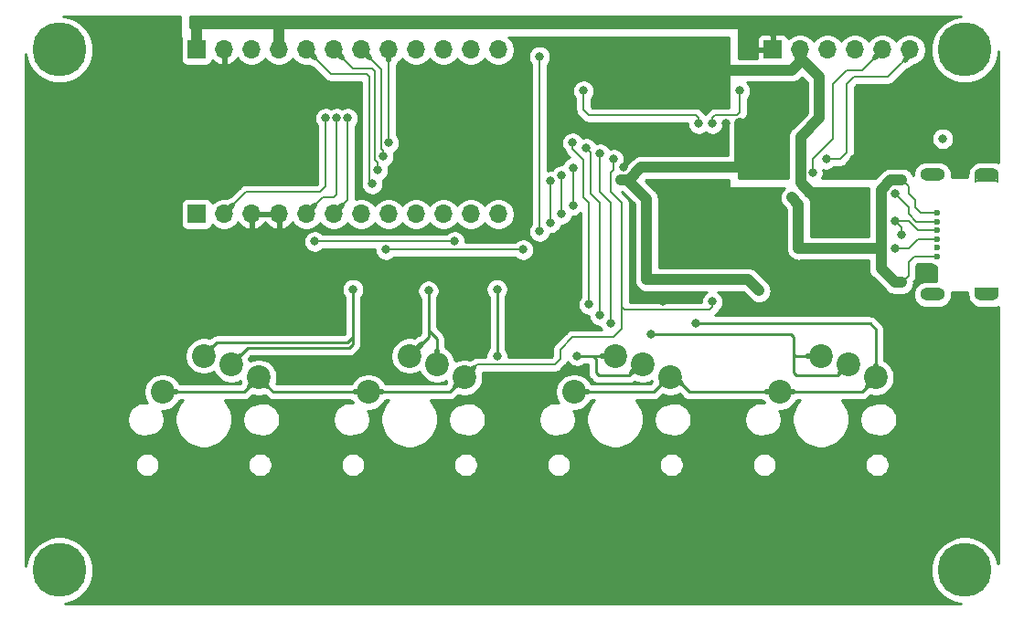
<source format=gbr>
G04 #@! TF.GenerationSoftware,KiCad,Pcbnew,(5.1.6-0-10_14)*
G04 #@! TF.CreationDate,2020-07-26T20:14:21+09:00*
G04 #@! TF.ProjectId,name_card_keyboard,6e616d65-5f63-4617-9264-5f6b6579626f,rev?*
G04 #@! TF.SameCoordinates,Original*
G04 #@! TF.FileFunction,Copper,L2,Bot*
G04 #@! TF.FilePolarity,Positive*
%FSLAX46Y46*%
G04 Gerber Fmt 4.6, Leading zero omitted, Abs format (unit mm)*
G04 Created by KiCad (PCBNEW (5.1.6-0-10_14)) date 2020-07-26 20:14:21*
%MOMM*%
%LPD*%
G01*
G04 APERTURE LIST*
G04 #@! TA.AperFunction,SMDPad,CuDef*
%ADD10R,0.260000X0.650000*%
G04 #@! TD*
G04 #@! TA.AperFunction,SMDPad,CuDef*
%ADD11R,2.300000X0.250000*%
G04 #@! TD*
G04 #@! TA.AperFunction,ComponentPad*
%ADD12O,2.300000X1.200000*%
G04 #@! TD*
G04 #@! TA.AperFunction,ComponentPad*
%ADD13C,0.600000*%
G04 #@! TD*
G04 #@! TA.AperFunction,ComponentPad*
%ADD14C,2.200000*%
G04 #@! TD*
G04 #@! TA.AperFunction,ComponentPad*
%ADD15O,1.700000X1.700000*%
G04 #@! TD*
G04 #@! TA.AperFunction,ComponentPad*
%ADD16R,1.700000X1.700000*%
G04 #@! TD*
G04 #@! TA.AperFunction,WasherPad*
%ADD17C,5.000000*%
G04 #@! TD*
G04 #@! TA.AperFunction,ViaPad*
%ADD18C,0.800000*%
G04 #@! TD*
G04 #@! TA.AperFunction,Conductor*
%ADD19C,0.200000*%
G04 #@! TD*
G04 #@! TA.AperFunction,Conductor*
%ADD20C,1.000000*%
G04 #@! TD*
G04 #@! TA.AperFunction,Conductor*
%ADD21C,0.250000*%
G04 #@! TD*
G04 #@! TA.AperFunction,Conductor*
%ADD22C,0.500000*%
G04 #@! TD*
G04 #@! TA.AperFunction,Conductor*
%ADD23C,0.254000*%
G04 #@! TD*
G04 APERTURE END LIST*
D10*
G04 #@! TO.P,J1,SH*
G04 #@! TO.N,N/C*
X187857000Y-94525000D03*
X189897000Y-94525000D03*
D11*
X188877000Y-94725000D03*
D10*
X189897000Y-104915000D03*
X187857000Y-104915000D03*
D11*
X188877000Y-104665000D03*
D12*
X188877000Y-94145000D03*
X188877000Y-105245000D03*
X183827000Y-94145000D03*
X183827000Y-105245000D03*
D13*
G04 #@! TO.P,J1,B4*
G04 #@! TO.N,VCC*
X184277000Y-97695000D03*
G04 #@! TO.P,J1,B5*
G04 #@! TO.N,Net-(J1-PadB5)*
X184277000Y-98495000D03*
G04 #@! TO.P,J1,B6*
G04 #@! TO.N,Net-(J1-PadA6)*
X184277000Y-99295000D03*
G04 #@! TO.P,J1,B7*
G04 #@! TO.N,Net-(J1-PadA7)*
X184277000Y-100095000D03*
G04 #@! TO.P,J1,B8*
G04 #@! TO.N,Net-(J1-PadB8)*
X184277000Y-100895000D03*
G04 #@! TO.P,J1,B9*
G04 #@! TO.N,VCC*
X184277000Y-101695000D03*
G04 #@! TD*
D14*
G04 #@! TO.P,SW4,1*
G04 #@! TO.N,/A2*
X169672000Y-114300000D03*
G04 #@! TO.P,SW4,2*
G04 #@! TO.N,Net-(D6-Pad2)*
X176022000Y-111760000D03*
X173482000Y-110940000D03*
G04 #@! TO.P,SW4,1*
G04 #@! TO.N,/A2*
X178582000Y-112940000D03*
G04 #@! TD*
G04 #@! TO.P,SW3,1*
G04 #@! TO.N,/A2*
X150622000Y-114300000D03*
G04 #@! TO.P,SW3,2*
G04 #@! TO.N,Net-(D5-Pad2)*
X156972000Y-111760000D03*
X154432000Y-110940000D03*
G04 #@! TO.P,SW3,1*
G04 #@! TO.N,/A2*
X159532000Y-112940000D03*
G04 #@! TD*
D15*
G04 #@! TO.P,J3,12*
G04 #@! TO.N,/D10*
X143637000Y-82550000D03*
G04 #@! TO.P,J3,11*
G04 #@! TO.N,/MOSI*
X141097000Y-82550000D03*
G04 #@! TO.P,J3,10*
G04 #@! TO.N,/MISO*
X138557000Y-82550000D03*
G04 #@! TO.P,J3,9*
G04 #@! TO.N,/SCK*
X136017000Y-82550000D03*
G04 #@! TO.P,J3,8*
G04 #@! TO.N,/A0*
X133477000Y-82550000D03*
G04 #@! TO.P,J3,7*
G04 #@! TO.N,/A1*
X130937000Y-82550000D03*
G04 #@! TO.P,J3,6*
G04 #@! TO.N,/A2*
X128397000Y-82550000D03*
G04 #@! TO.P,J3,5*
G04 #@! TO.N,/A3*
X125857000Y-82550000D03*
G04 #@! TO.P,J3,4*
G04 #@! TO.N,+5V*
X123317000Y-82550000D03*
G04 #@! TO.P,J3,3*
G04 #@! TO.N,/RESET*
X120777000Y-82550000D03*
G04 #@! TO.P,J3,2*
G04 #@! TO.N,GNDPWR*
X118237000Y-82550000D03*
D16*
G04 #@! TO.P,J3,1*
G04 #@! TO.N,+5V*
X115697000Y-82550000D03*
G04 #@! TD*
D14*
G04 #@! TO.P,SW2,1*
G04 #@! TO.N,/A3*
X131572000Y-114300000D03*
G04 #@! TO.P,SW2,2*
G04 #@! TO.N,Net-(D4-Pad2)*
X137922000Y-111760000D03*
X135382000Y-110940000D03*
G04 #@! TO.P,SW2,1*
G04 #@! TO.N,/A3*
X140482000Y-112940000D03*
G04 #@! TD*
D17*
G04 #@! TO.P,Ref\u002A\u002A,*
G04 #@! TO.N,*
X102997000Y-130810000D03*
G04 #@! TD*
G04 #@! TO.P,Ref\u002A\u002A,*
G04 #@! TO.N,*
X102997000Y-82550000D03*
G04 #@! TD*
G04 #@! TO.P,Ref\u002A\u002A,*
G04 #@! TO.N,*
X186817000Y-130810000D03*
G04 #@! TD*
G04 #@! TO.P,Ref\u002A\u002A,*
G04 #@! TO.N,*
X186817000Y-82550000D03*
G04 #@! TD*
D15*
G04 #@! TO.P,J2,12*
G04 #@! TO.N,/D9*
X143637000Y-97790000D03*
G04 #@! TO.P,J2,11*
G04 #@! TO.N,/D8*
X141097000Y-97790000D03*
G04 #@! TO.P,J2,10*
G04 #@! TO.N,/D7*
X138557000Y-97790000D03*
G04 #@! TO.P,J2,9*
G04 #@! TO.N,/D6*
X136017000Y-97790000D03*
G04 #@! TO.P,J2,8*
G04 #@! TO.N,/D5*
X133477000Y-97790000D03*
G04 #@! TO.P,J2,7*
G04 #@! TO.N,/D4*
X130937000Y-97790000D03*
G04 #@! TO.P,J2,6*
G04 #@! TO.N,/D3*
X128397000Y-97790000D03*
G04 #@! TO.P,J2,5*
G04 #@! TO.N,/D2*
X125857000Y-97790000D03*
G04 #@! TO.P,J2,4*
G04 #@! TO.N,GNDPWR*
X123317000Y-97790000D03*
G04 #@! TO.P,J2,3*
X120777000Y-97790000D03*
G04 #@! TO.P,J2,2*
G04 #@! TO.N,/RXL*
X118237000Y-97790000D03*
D16*
G04 #@! TO.P,J2,1*
G04 #@! TO.N,/TXO*
X115697000Y-97790000D03*
G04 #@! TD*
D15*
G04 #@! TO.P,J4,6*
G04 #@! TO.N,/MISO*
X181737000Y-82550000D03*
G04 #@! TO.P,J4,5*
G04 #@! TO.N,/MOSI*
X179197000Y-82550000D03*
G04 #@! TO.P,J4,4*
G04 #@! TO.N,/SCK*
X176657000Y-82550000D03*
G04 #@! TO.P,J4,3*
G04 #@! TO.N,/RESET*
X174117000Y-82550000D03*
G04 #@! TO.P,J4,2*
G04 #@! TO.N,GNDPWR*
X171577000Y-82550000D03*
D16*
G04 #@! TO.P,J4,1*
G04 #@! TO.N,+5V*
X169037000Y-82550000D03*
G04 #@! TD*
D14*
G04 #@! TO.P,SW1,1*
G04 #@! TO.N,/A3*
X112522000Y-114300000D03*
G04 #@! TO.P,SW1,2*
G04 #@! TO.N,Net-(D3-Pad2)*
X118872000Y-111760000D03*
X116332000Y-110940000D03*
G04 #@! TO.P,SW1,1*
G04 #@! TO.N,/A3*
X121432000Y-112940000D03*
G04 #@! TD*
D18*
G04 #@! TO.N,Net-(C1-Pad1)*
X151511000Y-86360000D03*
X162179000Y-89408000D03*
G04 #@! TO.N,GNDPWR*
X187960000Y-109220000D03*
X187960000Y-114300000D03*
X187960000Y-119380000D03*
X187960000Y-124460000D03*
X182880000Y-124460000D03*
X182880000Y-119380000D03*
X182880000Y-114300000D03*
X182880000Y-109220000D03*
X182880000Y-129540000D03*
X177800000Y-129540000D03*
X177800000Y-124460000D03*
X172720000Y-124460000D03*
X172720000Y-129540000D03*
X167640000Y-124460000D03*
X167640000Y-129540000D03*
X162560000Y-129540000D03*
X162560000Y-124460000D03*
X162560000Y-119380000D03*
X157480000Y-124460000D03*
X157480000Y-129540000D03*
X152400000Y-124460000D03*
X152400000Y-129540000D03*
X147320000Y-129540000D03*
X147320000Y-124460000D03*
X142240000Y-124460000D03*
X142240000Y-129540000D03*
X137160000Y-124460000D03*
X132080000Y-124460000D03*
X127000000Y-124460000D03*
X127000000Y-119380000D03*
X121920000Y-124460000D03*
X116840000Y-124460000D03*
X111760000Y-124460000D03*
X106680000Y-124460000D03*
X106680000Y-119380000D03*
X101600000Y-119380000D03*
X101600000Y-124460000D03*
X106680000Y-114300000D03*
X101600000Y-114300000D03*
X101600000Y-109220000D03*
X106680000Y-109220000D03*
X121920000Y-104140000D03*
X125095000Y-93980000D03*
X125095000Y-88900000D03*
X135255000Y-86360000D03*
X140335000Y-86360000D03*
X145415000Y-86360000D03*
X169037000Y-105918000D03*
X184785000Y-90805000D03*
X173863000Y-105918000D03*
X173634500Y-96291500D03*
X155829000Y-82550000D03*
X164719000Y-89408000D03*
X155194000Y-93472000D03*
X158877000Y-105918000D03*
X178308000Y-106680000D03*
X175895000Y-97155000D03*
X142240000Y-119380000D03*
X106680000Y-83820000D03*
X111760000Y-109220000D03*
X161925000Y-82550000D03*
X173355000Y-86995000D03*
X150495000Y-102870000D03*
X156210000Y-104775000D03*
X148590000Y-86995000D03*
X170180000Y-84455000D03*
X173355000Y-103505000D03*
X111760000Y-83820000D03*
X121920000Y-93980000D03*
X116840000Y-93980000D03*
X116840000Y-88900000D03*
X121920000Y-88900000D03*
X154940000Y-91440000D03*
X137160000Y-129540000D03*
G04 #@! TO.N,+5V*
X157353000Y-103886000D03*
X167767000Y-104902000D03*
X165989000Y-89408000D03*
X154965000Y-94590000D03*
X170434000Y-86995000D03*
X181610000Y-86360000D03*
X184785000Y-88265000D03*
X176530000Y-92710000D03*
X167640000Y-86106000D03*
G04 #@! TO.N,Net-(C3-Pad1)*
X165989000Y-86360000D03*
X163449000Y-89408000D03*
G04 #@! TO.N,Net-(D3-Pad2)*
X130175000Y-104776000D03*
G04 #@! TO.N,/D4*
X126619000Y-100330000D03*
X139573000Y-100330000D03*
G04 #@! TO.N,Net-(D4-Pad2)*
X137160000Y-104902000D03*
G04 #@! TO.N,/D5*
X133223000Y-101092000D03*
X145923000Y-101092000D03*
G04 #@! TO.N,Net-(D5-Pad2)*
X150934000Y-110940000D03*
X143510000Y-110940000D03*
X143510000Y-104775000D03*
G04 #@! TO.N,Net-(D6-Pad2)*
X157734000Y-108966000D03*
G04 #@! TO.N,VCC*
X180975000Y-94615000D03*
X170815000Y-96266000D03*
X171425000Y-100990000D03*
X180975000Y-104140000D03*
G04 #@! TO.N,Net-(J1-PadB5)*
X180340000Y-95885000D03*
G04 #@! TO.N,Net-(J1-PadA6)*
X180340000Y-98425000D03*
X180975000Y-99695000D03*
G04 #@! TO.N,Net-(J1-PadA7)*
X180340000Y-100965000D03*
G04 #@! TO.N,/D9*
X148463000Y-98590000D03*
X148463000Y-94742000D03*
G04 #@! TO.N,/D8*
X149479000Y-97790000D03*
X149479000Y-94234000D03*
G04 #@! TO.N,/D6*
X150533000Y-96990000D03*
X150533000Y-93510000D03*
G04 #@! TO.N,/D3*
X129667000Y-88900000D03*
G04 #@! TO.N,/D2*
X128651000Y-88900000D03*
G04 #@! TO.N,/RXL*
X127635000Y-88900000D03*
G04 #@! TO.N,/A3*
X163449000Y-105918000D03*
X154305000Y-92710000D03*
X131953000Y-94996000D03*
G04 #@! TO.N,/A2*
X154051000Y-107950000D03*
X153035000Y-92202000D03*
X161925000Y-107950000D03*
X132461000Y-93726000D03*
G04 #@! TO.N,/A1*
X132969000Y-92456000D03*
X151765000Y-91694000D03*
X153035000Y-107188000D03*
G04 #@! TO.N,/A0*
X150495000Y-91186000D03*
X133477000Y-91186000D03*
X152019000Y-106172000D03*
G04 #@! TO.N,/MISO*
X173990000Y-92710000D03*
G04 #@! TO.N,/MOSI*
X172720000Y-93980000D03*
G04 #@! TO.N,/D10*
X147447000Y-99390000D03*
X147447000Y-83185000D03*
G04 #@! TD*
D19*
G04 #@! TO.N,Net-(C1-Pad1)*
X151511000Y-88138000D02*
X152019000Y-88646000D01*
X151511000Y-86360000D02*
X151511000Y-88138000D01*
X162179000Y-89408000D02*
X162179000Y-88900000D01*
X162179000Y-88900000D02*
X161925000Y-88646000D01*
X161925000Y-88646000D02*
X152019000Y-88646000D01*
D20*
G04 #@! TO.N,GNDPWR*
X171619999Y-94842684D02*
X171619999Y-90635001D01*
X173068815Y-96291500D02*
X171619999Y-94842684D01*
X173634500Y-96291500D02*
X173068815Y-96291500D01*
X171619999Y-90635001D02*
X173355000Y-88900000D01*
X173355000Y-88900000D02*
X173355000Y-86995000D01*
X173355000Y-86995000D02*
X173355000Y-86995000D01*
X173355000Y-86995000D02*
X173355000Y-85090000D01*
X171577000Y-83312000D02*
X171577000Y-82550000D01*
X173355000Y-85090000D02*
X171577000Y-83312000D01*
X171577000Y-82550000D02*
X171577000Y-83693000D01*
X171577000Y-83693000D02*
X170815000Y-84455000D01*
X163830000Y-84455000D02*
X161925000Y-82550000D01*
X170815000Y-84455000D02*
X170180000Y-84455000D01*
X170180000Y-84455000D02*
X163830000Y-84455000D01*
G04 #@! TO.N,+5V*
X166751000Y-103886000D02*
X157353000Y-103886000D01*
X167767000Y-104902000D02*
X166751000Y-103886000D01*
X157353000Y-103886000D02*
X157353000Y-96393000D01*
X155550000Y-94590000D02*
X154965000Y-94590000D01*
X157353000Y-96393000D02*
X155550000Y-94590000D01*
X123317000Y-82550000D02*
X123317000Y-81534000D01*
X165989000Y-93091000D02*
X165989000Y-89408000D01*
X156845000Y-93449002D02*
X165630998Y-93449002D01*
X165630998Y-93449002D02*
X165989000Y-93091000D01*
X155704002Y-94590000D02*
X156845000Y-93449002D01*
X154965000Y-94590000D02*
X155704002Y-94590000D01*
X115697000Y-80010000D02*
X115697000Y-82550000D01*
X123317000Y-82550000D02*
X123317000Y-80010000D01*
D19*
G04 #@! TO.N,Net-(C3-Pad1)*
X165989000Y-88392000D02*
X165989000Y-86360000D01*
X165735000Y-88646000D02*
X165989000Y-88392000D01*
X163449000Y-88900000D02*
X163703000Y-88646000D01*
X163703000Y-88646000D02*
X165735000Y-88646000D01*
X163449000Y-89408000D02*
X163449000Y-88900000D01*
D21*
G04 #@! TO.N,Net-(D3-Pad2)*
X123952000Y-110236000D02*
X120396000Y-110236000D01*
X123952000Y-109728000D02*
X117544000Y-109728000D01*
D22*
X118872000Y-111760000D02*
X119634000Y-110998000D01*
D21*
X120396000Y-110236000D02*
X119634000Y-110998000D01*
D22*
X116332000Y-110940000D02*
X117065000Y-110207000D01*
D21*
X117544000Y-109728000D02*
X117065000Y-110207000D01*
X123952000Y-110236000D02*
X129794000Y-110236000D01*
X129794000Y-110236000D02*
X130175000Y-109855000D01*
X123952000Y-109728000D02*
X129667000Y-109728000D01*
X129667000Y-109728000D02*
X130175000Y-109220000D01*
X130175000Y-109220000D02*
X130175000Y-109855000D01*
X130175000Y-109220000D02*
X130175000Y-104776000D01*
D19*
G04 #@! TO.N,/D4*
X139573000Y-100330000D02*
X139573000Y-100330000D01*
X126619000Y-100330000D02*
X139573000Y-100330000D01*
D22*
G04 #@! TO.N,Net-(D4-Pad2)*
X137922000Y-111760000D02*
X137922000Y-110490000D01*
X135382000Y-110940000D02*
X135440000Y-110940000D01*
X135440000Y-110940000D02*
X136525000Y-109855000D01*
D21*
X137160000Y-109162000D02*
X135382000Y-110940000D01*
X137160000Y-108585000D02*
X137160000Y-109162000D01*
X137922000Y-109347000D02*
X137160000Y-108585000D01*
X137922000Y-110490000D02*
X137922000Y-109347000D01*
X137160000Y-104902000D02*
X137160000Y-108585000D01*
D19*
G04 #@! TO.N,/D5*
X145923000Y-101092000D02*
X145923000Y-101092000D01*
X145923000Y-101092000D02*
X133223000Y-101092000D01*
D22*
G04 #@! TO.N,Net-(D5-Pad2)*
X154432000Y-110940000D02*
X153220000Y-110940000D01*
X156718000Y-111760000D02*
X155956000Y-112522000D01*
D21*
X155956000Y-112522000D02*
X155702000Y-112776000D01*
X155702000Y-112776000D02*
X152908000Y-112776000D01*
X152908000Y-112776000D02*
X152654000Y-112522000D01*
X152654000Y-111252000D02*
X152342000Y-110940000D01*
X152654000Y-112522000D02*
X152654000Y-111252000D01*
X152342000Y-110940000D02*
X150934000Y-110940000D01*
X153220000Y-110940000D02*
X152342000Y-110940000D01*
X150934000Y-110940000D02*
X150934000Y-110940000D01*
X143510000Y-110940000D02*
X143510000Y-104775000D01*
D22*
G04 #@! TO.N,Net-(D6-Pad2)*
X176022000Y-111760000D02*
X175260000Y-112522000D01*
D21*
X175006000Y-112776000D02*
X171958000Y-112776000D01*
X176022000Y-111760000D02*
X175006000Y-112776000D01*
D22*
X173482000Y-110940000D02*
X172270000Y-110940000D01*
D21*
X172270000Y-110940000D02*
X171138000Y-110940000D01*
X171138000Y-110940000D02*
X170942000Y-110744000D01*
X170942000Y-110744000D02*
X170942000Y-112522000D01*
X171196000Y-112776000D02*
X171958000Y-112776000D01*
X170942000Y-112522000D02*
X171196000Y-112776000D01*
X170942000Y-110744000D02*
X170942000Y-109728000D01*
X157734000Y-108966000D02*
X170688000Y-108966000D01*
X170942000Y-109220000D02*
X170942000Y-109728000D01*
X170688000Y-108966000D02*
X170942000Y-109220000D01*
D20*
G04 #@! TO.N,VCC*
X171425000Y-96876000D02*
X170815000Y-96266000D01*
X171425000Y-100990000D02*
X171425000Y-96876000D01*
D19*
X184277000Y-101695000D02*
X182150000Y-101695000D01*
X182150000Y-101695000D02*
X181610000Y-102235000D01*
X181610000Y-102235000D02*
X181610000Y-103505000D01*
X181610000Y-103505000D02*
X180975000Y-104140000D01*
X180975000Y-104140000D02*
X180975000Y-104140000D01*
X184277000Y-97695000D02*
X182785000Y-97695000D01*
X182785000Y-97695000D02*
X182245000Y-97155000D01*
X182245000Y-97155000D02*
X182245000Y-96520000D01*
X182245000Y-96520000D02*
X181610000Y-95885000D01*
X181610000Y-95250000D02*
X180975000Y-94615000D01*
X181610000Y-95885000D02*
X181610000Y-95250000D01*
D20*
X179070000Y-95526998D02*
X179981998Y-94615000D01*
X179981998Y-94615000D02*
X180975000Y-94615000D01*
X180340000Y-104140000D02*
X179070000Y-102870000D01*
X180975000Y-104140000D02*
X180340000Y-104140000D01*
X171450000Y-100965000D02*
X171425000Y-100990000D01*
X179070000Y-100965000D02*
X171450000Y-100965000D01*
X179070000Y-102870000D02*
X179070000Y-100965000D01*
X179070000Y-100965000D02*
X179070000Y-95526998D01*
D19*
G04 #@! TO.N,Net-(J1-PadB5)*
X184277000Y-98495000D02*
X182315000Y-98495000D01*
X182315000Y-98495000D02*
X181610000Y-97790000D01*
X181610000Y-97790000D02*
X181610000Y-97155000D01*
X181610000Y-97155000D02*
X180340000Y-95885000D01*
X180340000Y-95885000D02*
X180340000Y-95885000D01*
G04 #@! TO.N,Net-(J1-PadA6)*
X184277000Y-99295000D02*
X182480000Y-99295000D01*
X181610000Y-98425000D02*
X180340000Y-98425000D01*
X182480000Y-99295000D02*
X181610000Y-98425000D01*
X180975000Y-99060000D02*
X180340000Y-98425000D01*
X180975000Y-99695000D02*
X180975000Y-99060000D01*
G04 #@! TO.N,Net-(J1-PadA7)*
X184277000Y-100095000D02*
X182480000Y-100095000D01*
X181610000Y-100965000D02*
X180340000Y-100965000D01*
X182480000Y-100095000D02*
X181610000Y-100965000D01*
G04 #@! TO.N,/D9*
X148463000Y-94742000D02*
X148463000Y-98590000D01*
G04 #@! TO.N,/D8*
X149479000Y-94234000D02*
X149479000Y-97790000D01*
G04 #@! TO.N,/D6*
X150533000Y-93510000D02*
X150533000Y-96990000D01*
D22*
G04 #@! TO.N,/D3*
X128397000Y-97790000D02*
X129159000Y-97028000D01*
D19*
X129159000Y-97028000D02*
X129667000Y-96520000D01*
X129667000Y-96520000D02*
X129667000Y-88900000D01*
D22*
G04 #@! TO.N,/D2*
X125857000Y-97790000D02*
X126619000Y-97028000D01*
D19*
X126619000Y-97028000D02*
X127127000Y-96520000D01*
X128651000Y-96012000D02*
X128397000Y-96266000D01*
X127381000Y-96266000D02*
X127127000Y-96520000D01*
X128397000Y-96266000D02*
X127381000Y-96266000D01*
X128651000Y-88900000D02*
X128651000Y-96012000D01*
D22*
G04 #@! TO.N,/RXL*
X118237000Y-97790000D02*
X118999000Y-97028000D01*
D19*
X120269000Y-95758000D02*
X118999000Y-97028000D01*
X127635000Y-95250000D02*
X127127000Y-95758000D01*
X127127000Y-95758000D02*
X120269000Y-95758000D01*
X127635000Y-88900000D02*
X127635000Y-95250000D01*
G04 #@! TO.N,/A3*
X154305000Y-92964000D02*
X154305000Y-92964000D01*
D22*
X126619000Y-83312000D02*
X125857000Y-82550000D01*
D19*
X155067000Y-106680000D02*
X155067000Y-106426000D01*
X148844000Y-111760000D02*
X149352000Y-111252000D01*
X141662000Y-111760000D02*
X148844000Y-111760000D01*
D22*
X121432000Y-112940000D02*
X120615000Y-113757000D01*
D21*
X120072000Y-114300000D02*
X120615000Y-113757000D01*
D22*
X121432000Y-112940000D02*
X122229000Y-113737000D01*
D21*
X122229000Y-113737000D02*
X122792000Y-114300000D01*
D22*
X112522000Y-114300000D02*
X113792000Y-114300000D01*
D21*
X113792000Y-114300000D02*
X120072000Y-114300000D01*
D22*
X131572000Y-114300000D02*
X130302000Y-114300000D01*
D21*
X122792000Y-114300000D02*
X130302000Y-114300000D01*
D22*
X131572000Y-114300000D02*
X132842000Y-114300000D01*
D21*
X132842000Y-114300000D02*
X139122000Y-114300000D01*
D22*
X140482000Y-112940000D02*
X139665000Y-113757000D01*
D21*
X139122000Y-114300000D02*
X139665000Y-113757000D01*
D22*
X140482000Y-112940000D02*
X141316000Y-112106000D01*
D19*
X141316000Y-112106000D02*
X141662000Y-111760000D01*
X155067000Y-107442000D02*
X155067000Y-106680000D01*
X155321000Y-106680000D02*
X155067000Y-106426000D01*
X163449000Y-105918000D02*
X163449000Y-106426000D01*
X163449000Y-106426000D02*
X163195000Y-106680000D01*
X163195000Y-106680000D02*
X155321000Y-106680000D01*
X127381000Y-84074000D02*
X126619000Y-83312000D01*
X128143000Y-84836000D02*
X127381000Y-84074000D01*
X131445000Y-84836000D02*
X128143000Y-84836000D01*
X131699000Y-85090000D02*
X131445000Y-84836000D01*
X131699000Y-94742000D02*
X131699000Y-85090000D01*
X131953000Y-94996000D02*
X131699000Y-94742000D01*
X154305000Y-93726000D02*
X154305000Y-92710000D01*
X154051000Y-93980000D02*
X154305000Y-93726000D01*
X154051000Y-95758000D02*
X154051000Y-93980000D01*
X155067000Y-96774000D02*
X154051000Y-95758000D01*
X155067000Y-106680000D02*
X155067000Y-96774000D01*
X149352000Y-111252000D02*
X149352000Y-110363000D01*
X149352000Y-110363000D02*
X150495000Y-109220000D01*
X150495000Y-109220000D02*
X154305000Y-109220000D01*
X155067000Y-108458000D02*
X155067000Y-107442000D01*
X154305000Y-109220000D02*
X155067000Y-108458000D01*
D22*
G04 #@! TO.N,/A2*
X178582000Y-111780000D02*
X178582000Y-112940000D01*
X178582000Y-113010000D02*
X177800000Y-113792000D01*
X159930000Y-112940000D02*
X160528000Y-113538000D01*
X159348000Y-112940000D02*
X158750000Y-113538000D01*
X169672000Y-114300000D02*
X170942000Y-114300000D01*
X169672000Y-114300000D02*
X168402000Y-114300000D01*
X150622000Y-114300000D02*
X151892000Y-114300000D01*
D21*
X157988000Y-114300000D02*
X158750000Y-113538000D01*
X151892000Y-114300000D02*
X157988000Y-114300000D01*
X161290000Y-114300000D02*
X168402000Y-114300000D01*
X160528000Y-113538000D02*
X161290000Y-114300000D01*
X170942000Y-114300000D02*
X177222000Y-114300000D01*
X177800000Y-113792000D02*
X177292000Y-114300000D01*
D19*
X154051000Y-107950000D02*
X154051000Y-106172000D01*
X154051000Y-106426000D02*
X154051000Y-106172000D01*
X129921000Y-84074000D02*
X129159000Y-83312000D01*
X132207000Y-92730002D02*
X132207000Y-84582000D01*
X132207000Y-84582000D02*
X131953000Y-84328000D01*
X132461000Y-93726000D02*
X132461000Y-92984002D01*
X131953000Y-84328000D02*
X130175000Y-84328000D01*
X130175000Y-84328000D02*
X129921000Y-84074000D01*
X132461000Y-92984002D02*
X132207000Y-92730002D01*
D22*
X129159000Y-83312000D02*
X128397000Y-82550000D01*
D19*
X154051000Y-96774000D02*
X154051000Y-106172000D01*
X153035000Y-95758000D02*
X154051000Y-96774000D01*
X153035000Y-92202000D02*
X153035000Y-95758000D01*
D21*
X178054000Y-107950000D02*
X161925000Y-107950000D01*
X178582000Y-108478000D02*
X178054000Y-107950000D01*
X178582000Y-111780000D02*
X178582000Y-108478000D01*
D22*
G04 #@! TO.N,/A1*
X131699000Y-83312000D02*
X130937000Y-82550000D01*
D19*
X132461000Y-84074000D02*
X131699000Y-83312000D01*
X132776999Y-91755999D02*
X132776999Y-84389999D01*
X132776999Y-84389999D02*
X132461000Y-84074000D01*
X153035000Y-107188000D02*
X153035000Y-105410000D01*
X132969000Y-91948000D02*
X132776999Y-91755999D01*
X132969000Y-92456000D02*
X132969000Y-91948000D01*
X153035000Y-96774000D02*
X153035000Y-105918000D01*
X152164999Y-95903999D02*
X153035000Y-96774000D01*
X152164999Y-92093999D02*
X152164999Y-95903999D01*
X151765000Y-91694000D02*
X152164999Y-92093999D01*
G04 #@! TO.N,/A0*
X133477000Y-91186000D02*
X133477000Y-85090000D01*
X133477000Y-85090000D02*
X133477000Y-85090000D01*
D22*
X133477000Y-83566000D02*
X133477000Y-82550000D01*
D19*
X133477000Y-85090000D02*
X133477000Y-83566000D01*
X150495000Y-91751685D02*
X150495000Y-91186000D01*
X151511000Y-92767685D02*
X150495000Y-91751685D01*
X151511000Y-96266000D02*
X151511000Y-92767685D01*
X152019000Y-96774000D02*
X151511000Y-96266000D01*
X152019000Y-106172000D02*
X152019000Y-96774000D01*
G04 #@! TO.N,/MISO*
X173990000Y-92710000D02*
X175260000Y-92710000D01*
X175260000Y-92710000D02*
X175895000Y-92075000D01*
X175895000Y-92075000D02*
X175895000Y-85725000D01*
X175895000Y-85725000D02*
X176530000Y-85090000D01*
X181737000Y-82550000D02*
X181737000Y-83058000D01*
X180975000Y-83820000D02*
X179705000Y-85090000D01*
X179705000Y-85090000D02*
X176530000Y-85090000D01*
D22*
X181737000Y-83058000D02*
X181292500Y-83502500D01*
D19*
X181292500Y-83502500D02*
X180975000Y-83820000D01*
G04 #@! TO.N,/MOSI*
X174625000Y-85725000D02*
X175895000Y-84455000D01*
X174625000Y-90805000D02*
X174625000Y-85725000D01*
X172720000Y-92710000D02*
X174625000Y-90805000D01*
X175895000Y-84455000D02*
X177292000Y-84455000D01*
X172720000Y-93980000D02*
X172720000Y-92710000D01*
D22*
X179197000Y-82550000D02*
X178498500Y-83248500D01*
D19*
X177292000Y-84455000D02*
X178498500Y-83248500D01*
G04 #@! TO.N,/D10*
X147447000Y-99390000D02*
X147447000Y-83185000D01*
G04 #@! TD*
D23*
G04 #@! TO.N,+5V*
G36*
X172220001Y-85560133D02*
G01*
X172220000Y-86939248D01*
X172214509Y-86995000D01*
X172220001Y-87050761D01*
X172220000Y-88429868D01*
X170856859Y-89793010D01*
X170813551Y-89828552D01*
X170671716Y-90001378D01*
X170662523Y-90018577D01*
X170566323Y-90198555D01*
X170501422Y-90412503D01*
X170479508Y-90635001D01*
X170485000Y-90690762D01*
X170484999Y-94488000D01*
X165862000Y-94488000D01*
X165862000Y-89372048D01*
X165879085Y-89370365D01*
X166017633Y-89328337D01*
X166145320Y-89260087D01*
X166257238Y-89168238D01*
X166280259Y-89140187D01*
X166483192Y-88937254D01*
X166511237Y-88914238D01*
X166603087Y-88802320D01*
X166671337Y-88674633D01*
X166713365Y-88536085D01*
X166724000Y-88428105D01*
X166724000Y-88428096D01*
X166727555Y-88392001D01*
X166724000Y-88355906D01*
X166724000Y-87088711D01*
X166792937Y-87019774D01*
X166906205Y-86850256D01*
X166984226Y-86661898D01*
X167024000Y-86461939D01*
X167024000Y-86258061D01*
X166984226Y-86058102D01*
X166906205Y-85869744D01*
X166792937Y-85700226D01*
X166682711Y-85590000D01*
X170759249Y-85590000D01*
X170815000Y-85595491D01*
X170870751Y-85590000D01*
X170870752Y-85590000D01*
X171037499Y-85573577D01*
X171251447Y-85508676D01*
X171448623Y-85403284D01*
X171621449Y-85261449D01*
X171656995Y-85218136D01*
X171767500Y-85107632D01*
X172220001Y-85560133D01*
G37*
X172220001Y-85560133D02*
X172220000Y-86939248D01*
X172214509Y-86995000D01*
X172220001Y-87050761D01*
X172220000Y-88429868D01*
X170856859Y-89793010D01*
X170813551Y-89828552D01*
X170671716Y-90001378D01*
X170662523Y-90018577D01*
X170566323Y-90198555D01*
X170501422Y-90412503D01*
X170479508Y-90635001D01*
X170485000Y-90690762D01*
X170484999Y-94488000D01*
X165862000Y-94488000D01*
X165862000Y-89372048D01*
X165879085Y-89370365D01*
X166017633Y-89328337D01*
X166145320Y-89260087D01*
X166257238Y-89168238D01*
X166280259Y-89140187D01*
X166483192Y-88937254D01*
X166511237Y-88914238D01*
X166603087Y-88802320D01*
X166671337Y-88674633D01*
X166713365Y-88536085D01*
X166724000Y-88428105D01*
X166724000Y-88428096D01*
X166727555Y-88392001D01*
X166724000Y-88355906D01*
X166724000Y-87088711D01*
X166792937Y-87019774D01*
X166906205Y-86850256D01*
X166984226Y-86661898D01*
X167024000Y-86461939D01*
X167024000Y-86258061D01*
X166984226Y-86058102D01*
X166906205Y-85869744D01*
X166792937Y-85700226D01*
X166682711Y-85590000D01*
X170759249Y-85590000D01*
X170815000Y-85595491D01*
X170870751Y-85590000D01*
X170870752Y-85590000D01*
X171037499Y-85573577D01*
X171251447Y-85508676D01*
X171448623Y-85403284D01*
X171621449Y-85261449D01*
X171656995Y-85218136D01*
X171767500Y-85107632D01*
X172220001Y-85560133D01*
G36*
X185902554Y-79535476D02*
G01*
X185332021Y-79771799D01*
X184818554Y-80114886D01*
X184381886Y-80551554D01*
X184038799Y-81065021D01*
X183802476Y-81635554D01*
X183682000Y-82241229D01*
X183682000Y-82858771D01*
X183802476Y-83464446D01*
X184038799Y-84034979D01*
X184381886Y-84548446D01*
X184818554Y-84985114D01*
X185332021Y-85328201D01*
X185902554Y-85564524D01*
X186508229Y-85685000D01*
X187125771Y-85685000D01*
X187731446Y-85564524D01*
X188301979Y-85328201D01*
X188815446Y-84985114D01*
X189252114Y-84548446D01*
X189595201Y-84034979D01*
X189831524Y-83464446D01*
X189952000Y-82858771D01*
X189952000Y-82677000D01*
X189967726Y-82677000D01*
X189969633Y-93034693D01*
X189901901Y-92998489D01*
X189669102Y-92927870D01*
X189487665Y-92910000D01*
X188266335Y-92910000D01*
X188084898Y-92927870D01*
X187852099Y-92998489D01*
X187637551Y-93113167D01*
X187449498Y-93267498D01*
X187295167Y-93455551D01*
X187180489Y-93670099D01*
X187109870Y-93902898D01*
X187086025Y-94145000D01*
X187090185Y-94187237D01*
X187088928Y-94200000D01*
X187088928Y-94365000D01*
X185596307Y-94365000D01*
X185617975Y-94145000D01*
X185594130Y-93902898D01*
X185523511Y-93670099D01*
X185408833Y-93455551D01*
X185254502Y-93267498D01*
X185066449Y-93113167D01*
X184851901Y-92998489D01*
X184619102Y-92927870D01*
X184437665Y-92910000D01*
X183216335Y-92910000D01*
X183034898Y-92927870D01*
X182802099Y-92998489D01*
X182587551Y-93113167D01*
X182399498Y-93267498D01*
X182245167Y-93455551D01*
X182130489Y-93670099D01*
X182059870Y-93902898D01*
X182036025Y-94145000D01*
X182044452Y-94230558D01*
X182028676Y-94178553D01*
X181923284Y-93981377D01*
X181781449Y-93808551D01*
X181608623Y-93666716D01*
X181411447Y-93561324D01*
X181197499Y-93496423D01*
X181030752Y-93480000D01*
X180037749Y-93480000D01*
X179981998Y-93474509D01*
X179926246Y-93480000D01*
X179759499Y-93496423D01*
X179545551Y-93561324D01*
X179348375Y-93666716D01*
X179175549Y-93808551D01*
X179140006Y-93851860D01*
X178503867Y-94488000D01*
X173625349Y-94488000D01*
X173637205Y-94470256D01*
X173715226Y-94281898D01*
X173755000Y-94081939D01*
X173755000Y-93878061D01*
X173721961Y-93711961D01*
X173888061Y-93745000D01*
X174091939Y-93745000D01*
X174291898Y-93705226D01*
X174480256Y-93627205D01*
X174649774Y-93513937D01*
X174718711Y-93445000D01*
X175223895Y-93445000D01*
X175260000Y-93448556D01*
X175296105Y-93445000D01*
X175404085Y-93434365D01*
X175542633Y-93392337D01*
X175670320Y-93324087D01*
X175782238Y-93232238D01*
X175805258Y-93204188D01*
X176389197Y-92620250D01*
X176417237Y-92597238D01*
X176440250Y-92569197D01*
X176440253Y-92569194D01*
X176509087Y-92485320D01*
X176577337Y-92357634D01*
X176619365Y-92219085D01*
X176633556Y-92075000D01*
X176630000Y-92038895D01*
X176630000Y-90703061D01*
X183750000Y-90703061D01*
X183750000Y-90906939D01*
X183789774Y-91106898D01*
X183867795Y-91295256D01*
X183981063Y-91464774D01*
X184125226Y-91608937D01*
X184294744Y-91722205D01*
X184483102Y-91800226D01*
X184683061Y-91840000D01*
X184886939Y-91840000D01*
X185086898Y-91800226D01*
X185275256Y-91722205D01*
X185444774Y-91608937D01*
X185588937Y-91464774D01*
X185702205Y-91295256D01*
X185780226Y-91106898D01*
X185820000Y-90906939D01*
X185820000Y-90703061D01*
X185780226Y-90503102D01*
X185702205Y-90314744D01*
X185588937Y-90145226D01*
X185444774Y-90001063D01*
X185275256Y-89887795D01*
X185086898Y-89809774D01*
X184886939Y-89770000D01*
X184683061Y-89770000D01*
X184483102Y-89809774D01*
X184294744Y-89887795D01*
X184125226Y-90001063D01*
X183981063Y-90145226D01*
X183867795Y-90314744D01*
X183789774Y-90503102D01*
X183750000Y-90703061D01*
X176630000Y-90703061D01*
X176630000Y-86029446D01*
X176834447Y-85825000D01*
X179668895Y-85825000D01*
X179705000Y-85828556D01*
X179741105Y-85825000D01*
X179849085Y-85814365D01*
X179987633Y-85772337D01*
X180115320Y-85704087D01*
X180227238Y-85612238D01*
X180250258Y-85584188D01*
X181459070Y-84375376D01*
X181465990Y-84374695D01*
X181632813Y-84324088D01*
X181786559Y-84241910D01*
X181887546Y-84159032D01*
X182043440Y-84003138D01*
X182170158Y-83977932D01*
X182440411Y-83865990D01*
X182683632Y-83703475D01*
X182890475Y-83496632D01*
X183052990Y-83253411D01*
X183164932Y-82983158D01*
X183222000Y-82696260D01*
X183222000Y-82403740D01*
X183164932Y-82116842D01*
X183052990Y-81846589D01*
X182890475Y-81603368D01*
X182683632Y-81396525D01*
X182440411Y-81234010D01*
X182170158Y-81122068D01*
X181883260Y-81065000D01*
X181590740Y-81065000D01*
X181303842Y-81122068D01*
X181033589Y-81234010D01*
X180790368Y-81396525D01*
X180583525Y-81603368D01*
X180467000Y-81777760D01*
X180350475Y-81603368D01*
X180143632Y-81396525D01*
X179900411Y-81234010D01*
X179630158Y-81122068D01*
X179343260Y-81065000D01*
X179050740Y-81065000D01*
X178763842Y-81122068D01*
X178493589Y-81234010D01*
X178250368Y-81396525D01*
X178043525Y-81603368D01*
X177927000Y-81777760D01*
X177810475Y-81603368D01*
X177603632Y-81396525D01*
X177360411Y-81234010D01*
X177090158Y-81122068D01*
X176803260Y-81065000D01*
X176510740Y-81065000D01*
X176223842Y-81122068D01*
X175953589Y-81234010D01*
X175710368Y-81396525D01*
X175503525Y-81603368D01*
X175387000Y-81777760D01*
X175270475Y-81603368D01*
X175063632Y-81396525D01*
X174820411Y-81234010D01*
X174550158Y-81122068D01*
X174263260Y-81065000D01*
X173970740Y-81065000D01*
X173683842Y-81122068D01*
X173413589Y-81234010D01*
X173170368Y-81396525D01*
X172963525Y-81603368D01*
X172847000Y-81777760D01*
X172730475Y-81603368D01*
X172523632Y-81396525D01*
X172280411Y-81234010D01*
X172010158Y-81122068D01*
X171723260Y-81065000D01*
X171430740Y-81065000D01*
X171143842Y-81122068D01*
X170873589Y-81234010D01*
X170630368Y-81396525D01*
X170498513Y-81528380D01*
X170476502Y-81455820D01*
X170417537Y-81345506D01*
X170338185Y-81248815D01*
X170241494Y-81169463D01*
X170131180Y-81110498D01*
X170011482Y-81074188D01*
X169887000Y-81061928D01*
X169322750Y-81065000D01*
X169164000Y-81223750D01*
X169164000Y-82423000D01*
X169184000Y-82423000D01*
X169184000Y-82677000D01*
X169164000Y-82677000D01*
X169164000Y-82697000D01*
X168910000Y-82697000D01*
X168910000Y-82677000D01*
X167710750Y-82677000D01*
X167552000Y-82835750D01*
X167549364Y-83320000D01*
X165862000Y-83320000D01*
X165862000Y-81700000D01*
X167548928Y-81700000D01*
X167552000Y-82264250D01*
X167710750Y-82423000D01*
X168910000Y-82423000D01*
X168910000Y-81223750D01*
X168751250Y-81065000D01*
X168187000Y-81061928D01*
X168062518Y-81074188D01*
X167942820Y-81110498D01*
X167832506Y-81169463D01*
X167735815Y-81248815D01*
X167656463Y-81345506D01*
X167597498Y-81455820D01*
X167561188Y-81575518D01*
X167548928Y-81700000D01*
X165862000Y-81700000D01*
X165862000Y-79425000D01*
X186457956Y-79425000D01*
X185902554Y-79535476D01*
G37*
X185902554Y-79535476D02*
X185332021Y-79771799D01*
X184818554Y-80114886D01*
X184381886Y-80551554D01*
X184038799Y-81065021D01*
X183802476Y-81635554D01*
X183682000Y-82241229D01*
X183682000Y-82858771D01*
X183802476Y-83464446D01*
X184038799Y-84034979D01*
X184381886Y-84548446D01*
X184818554Y-84985114D01*
X185332021Y-85328201D01*
X185902554Y-85564524D01*
X186508229Y-85685000D01*
X187125771Y-85685000D01*
X187731446Y-85564524D01*
X188301979Y-85328201D01*
X188815446Y-84985114D01*
X189252114Y-84548446D01*
X189595201Y-84034979D01*
X189831524Y-83464446D01*
X189952000Y-82858771D01*
X189952000Y-82677000D01*
X189967726Y-82677000D01*
X189969633Y-93034693D01*
X189901901Y-92998489D01*
X189669102Y-92927870D01*
X189487665Y-92910000D01*
X188266335Y-92910000D01*
X188084898Y-92927870D01*
X187852099Y-92998489D01*
X187637551Y-93113167D01*
X187449498Y-93267498D01*
X187295167Y-93455551D01*
X187180489Y-93670099D01*
X187109870Y-93902898D01*
X187086025Y-94145000D01*
X187090185Y-94187237D01*
X187088928Y-94200000D01*
X187088928Y-94365000D01*
X185596307Y-94365000D01*
X185617975Y-94145000D01*
X185594130Y-93902898D01*
X185523511Y-93670099D01*
X185408833Y-93455551D01*
X185254502Y-93267498D01*
X185066449Y-93113167D01*
X184851901Y-92998489D01*
X184619102Y-92927870D01*
X184437665Y-92910000D01*
X183216335Y-92910000D01*
X183034898Y-92927870D01*
X182802099Y-92998489D01*
X182587551Y-93113167D01*
X182399498Y-93267498D01*
X182245167Y-93455551D01*
X182130489Y-93670099D01*
X182059870Y-93902898D01*
X182036025Y-94145000D01*
X182044452Y-94230558D01*
X182028676Y-94178553D01*
X181923284Y-93981377D01*
X181781449Y-93808551D01*
X181608623Y-93666716D01*
X181411447Y-93561324D01*
X181197499Y-93496423D01*
X181030752Y-93480000D01*
X180037749Y-93480000D01*
X179981998Y-93474509D01*
X179926246Y-93480000D01*
X179759499Y-93496423D01*
X179545551Y-93561324D01*
X179348375Y-93666716D01*
X179175549Y-93808551D01*
X179140006Y-93851860D01*
X178503867Y-94488000D01*
X173625349Y-94488000D01*
X173637205Y-94470256D01*
X173715226Y-94281898D01*
X173755000Y-94081939D01*
X173755000Y-93878061D01*
X173721961Y-93711961D01*
X173888061Y-93745000D01*
X174091939Y-93745000D01*
X174291898Y-93705226D01*
X174480256Y-93627205D01*
X174649774Y-93513937D01*
X174718711Y-93445000D01*
X175223895Y-93445000D01*
X175260000Y-93448556D01*
X175296105Y-93445000D01*
X175404085Y-93434365D01*
X175542633Y-93392337D01*
X175670320Y-93324087D01*
X175782238Y-93232238D01*
X175805258Y-93204188D01*
X176389197Y-92620250D01*
X176417237Y-92597238D01*
X176440250Y-92569197D01*
X176440253Y-92569194D01*
X176509087Y-92485320D01*
X176577337Y-92357634D01*
X176619365Y-92219085D01*
X176633556Y-92075000D01*
X176630000Y-92038895D01*
X176630000Y-90703061D01*
X183750000Y-90703061D01*
X183750000Y-90906939D01*
X183789774Y-91106898D01*
X183867795Y-91295256D01*
X183981063Y-91464774D01*
X184125226Y-91608937D01*
X184294744Y-91722205D01*
X184483102Y-91800226D01*
X184683061Y-91840000D01*
X184886939Y-91840000D01*
X185086898Y-91800226D01*
X185275256Y-91722205D01*
X185444774Y-91608937D01*
X185588937Y-91464774D01*
X185702205Y-91295256D01*
X185780226Y-91106898D01*
X185820000Y-90906939D01*
X185820000Y-90703061D01*
X185780226Y-90503102D01*
X185702205Y-90314744D01*
X185588937Y-90145226D01*
X185444774Y-90001063D01*
X185275256Y-89887795D01*
X185086898Y-89809774D01*
X184886939Y-89770000D01*
X184683061Y-89770000D01*
X184483102Y-89809774D01*
X184294744Y-89887795D01*
X184125226Y-90001063D01*
X183981063Y-90145226D01*
X183867795Y-90314744D01*
X183789774Y-90503102D01*
X183750000Y-90703061D01*
X176630000Y-90703061D01*
X176630000Y-86029446D01*
X176834447Y-85825000D01*
X179668895Y-85825000D01*
X179705000Y-85828556D01*
X179741105Y-85825000D01*
X179849085Y-85814365D01*
X179987633Y-85772337D01*
X180115320Y-85704087D01*
X180227238Y-85612238D01*
X180250258Y-85584188D01*
X181459070Y-84375376D01*
X181465990Y-84374695D01*
X181632813Y-84324088D01*
X181786559Y-84241910D01*
X181887546Y-84159032D01*
X182043440Y-84003138D01*
X182170158Y-83977932D01*
X182440411Y-83865990D01*
X182683632Y-83703475D01*
X182890475Y-83496632D01*
X183052990Y-83253411D01*
X183164932Y-82983158D01*
X183222000Y-82696260D01*
X183222000Y-82403740D01*
X183164932Y-82116842D01*
X183052990Y-81846589D01*
X182890475Y-81603368D01*
X182683632Y-81396525D01*
X182440411Y-81234010D01*
X182170158Y-81122068D01*
X181883260Y-81065000D01*
X181590740Y-81065000D01*
X181303842Y-81122068D01*
X181033589Y-81234010D01*
X180790368Y-81396525D01*
X180583525Y-81603368D01*
X180467000Y-81777760D01*
X180350475Y-81603368D01*
X180143632Y-81396525D01*
X179900411Y-81234010D01*
X179630158Y-81122068D01*
X179343260Y-81065000D01*
X179050740Y-81065000D01*
X178763842Y-81122068D01*
X178493589Y-81234010D01*
X178250368Y-81396525D01*
X178043525Y-81603368D01*
X177927000Y-81777760D01*
X177810475Y-81603368D01*
X177603632Y-81396525D01*
X177360411Y-81234010D01*
X177090158Y-81122068D01*
X176803260Y-81065000D01*
X176510740Y-81065000D01*
X176223842Y-81122068D01*
X175953589Y-81234010D01*
X175710368Y-81396525D01*
X175503525Y-81603368D01*
X175387000Y-81777760D01*
X175270475Y-81603368D01*
X175063632Y-81396525D01*
X174820411Y-81234010D01*
X174550158Y-81122068D01*
X174263260Y-81065000D01*
X173970740Y-81065000D01*
X173683842Y-81122068D01*
X173413589Y-81234010D01*
X173170368Y-81396525D01*
X172963525Y-81603368D01*
X172847000Y-81777760D01*
X172730475Y-81603368D01*
X172523632Y-81396525D01*
X172280411Y-81234010D01*
X172010158Y-81122068D01*
X171723260Y-81065000D01*
X171430740Y-81065000D01*
X171143842Y-81122068D01*
X170873589Y-81234010D01*
X170630368Y-81396525D01*
X170498513Y-81528380D01*
X170476502Y-81455820D01*
X170417537Y-81345506D01*
X170338185Y-81248815D01*
X170241494Y-81169463D01*
X170131180Y-81110498D01*
X170011482Y-81074188D01*
X169887000Y-81061928D01*
X169322750Y-81065000D01*
X169164000Y-81223750D01*
X169164000Y-82423000D01*
X169184000Y-82423000D01*
X169184000Y-82677000D01*
X169164000Y-82677000D01*
X169164000Y-82697000D01*
X168910000Y-82697000D01*
X168910000Y-82677000D01*
X167710750Y-82677000D01*
X167552000Y-82835750D01*
X167549364Y-83320000D01*
X165862000Y-83320000D01*
X165862000Y-81700000D01*
X167548928Y-81700000D01*
X167552000Y-82264250D01*
X167710750Y-82423000D01*
X168910000Y-82423000D01*
X168910000Y-81223750D01*
X168751250Y-81065000D01*
X168187000Y-81061928D01*
X168062518Y-81074188D01*
X167942820Y-81110498D01*
X167832506Y-81169463D01*
X167735815Y-81248815D01*
X167656463Y-81345506D01*
X167597498Y-81455820D01*
X167561188Y-81575518D01*
X167548928Y-81700000D01*
X165862000Y-81700000D01*
X165862000Y-79425000D01*
X186457956Y-79425000D01*
X185902554Y-79535476D01*
G04 #@! TO.N,GNDPWR*
G36*
X114257498Y-81455820D02*
G01*
X114221188Y-81575518D01*
X114208928Y-81700000D01*
X114208928Y-83400000D01*
X114221188Y-83524482D01*
X114257498Y-83644180D01*
X114316463Y-83754494D01*
X114395815Y-83851185D01*
X114492506Y-83930537D01*
X114602820Y-83989502D01*
X114722518Y-84025812D01*
X114847000Y-84038072D01*
X116547000Y-84038072D01*
X116671482Y-84025812D01*
X116791180Y-83989502D01*
X116901494Y-83930537D01*
X116998185Y-83851185D01*
X117077537Y-83754494D01*
X117136502Y-83644180D01*
X117160966Y-83563534D01*
X117236731Y-83647588D01*
X117470080Y-83821641D01*
X117732901Y-83946825D01*
X117880110Y-83991476D01*
X118110000Y-83870155D01*
X118110000Y-82677000D01*
X118090000Y-82677000D01*
X118090000Y-82423000D01*
X118110000Y-82423000D01*
X118110000Y-82403000D01*
X118364000Y-82403000D01*
X118364000Y-82423000D01*
X118384000Y-82423000D01*
X118384000Y-82677000D01*
X118364000Y-82677000D01*
X118364000Y-83870155D01*
X118593890Y-83991476D01*
X118741099Y-83946825D01*
X119003920Y-83821641D01*
X119237269Y-83647588D01*
X119432178Y-83431355D01*
X119501805Y-83314466D01*
X119623525Y-83496632D01*
X119830368Y-83703475D01*
X120073589Y-83865990D01*
X120343842Y-83977932D01*
X120630740Y-84035000D01*
X120923260Y-84035000D01*
X121210158Y-83977932D01*
X121480411Y-83865990D01*
X121723632Y-83703475D01*
X121930475Y-83496632D01*
X122047000Y-83322240D01*
X122163525Y-83496632D01*
X122370368Y-83703475D01*
X122613589Y-83865990D01*
X122883842Y-83977932D01*
X123170740Y-84035000D01*
X123463260Y-84035000D01*
X123750158Y-83977932D01*
X124020411Y-83865990D01*
X124263632Y-83703475D01*
X124470475Y-83496632D01*
X124587000Y-83322240D01*
X124703525Y-83496632D01*
X124910368Y-83703475D01*
X125153589Y-83865990D01*
X125423842Y-83977932D01*
X125710740Y-84035000D01*
X126003260Y-84035000D01*
X126085107Y-84018720D01*
X126124941Y-84051411D01*
X126278686Y-84133588D01*
X126445510Y-84184195D01*
X126452430Y-84184877D01*
X126886806Y-84619253D01*
X126886811Y-84619257D01*
X127597746Y-85330193D01*
X127620762Y-85358238D01*
X127648806Y-85381253D01*
X127732680Y-85450087D01*
X127860366Y-85518337D01*
X127998915Y-85560365D01*
X128143000Y-85574556D01*
X128179105Y-85571000D01*
X130964001Y-85571000D01*
X130964000Y-94679071D01*
X130957774Y-94694102D01*
X130918000Y-94894061D01*
X130918000Y-95097939D01*
X130957774Y-95297898D01*
X131035795Y-95486256D01*
X131149063Y-95655774D01*
X131293226Y-95799937D01*
X131462744Y-95913205D01*
X131651102Y-95991226D01*
X131851061Y-96031000D01*
X132054939Y-96031000D01*
X132254898Y-95991226D01*
X132443256Y-95913205D01*
X132612774Y-95799937D01*
X132756937Y-95655774D01*
X132870205Y-95486256D01*
X132948226Y-95297898D01*
X132988000Y-95097939D01*
X132988000Y-94894061D01*
X132948226Y-94694102D01*
X132930675Y-94651730D01*
X132951256Y-94643205D01*
X133120774Y-94529937D01*
X133264937Y-94385774D01*
X133378205Y-94216256D01*
X133456226Y-94027898D01*
X133496000Y-93827939D01*
X133496000Y-93624061D01*
X133456226Y-93424102D01*
X133438675Y-93381730D01*
X133459256Y-93373205D01*
X133628774Y-93259937D01*
X133772937Y-93115774D01*
X133886205Y-92946256D01*
X133964226Y-92757898D01*
X134004000Y-92557939D01*
X134004000Y-92354061D01*
X133964226Y-92154102D01*
X133946675Y-92111730D01*
X133967256Y-92103205D01*
X134136774Y-91989937D01*
X134280937Y-91845774D01*
X134394205Y-91676256D01*
X134472226Y-91487898D01*
X134512000Y-91287939D01*
X134512000Y-91084061D01*
X134472226Y-90884102D01*
X134394205Y-90695744D01*
X134280937Y-90526226D01*
X134212000Y-90457289D01*
X134212000Y-85126104D01*
X134215556Y-85090000D01*
X134212000Y-85053895D01*
X134212000Y-84065434D01*
X134216411Y-84060059D01*
X134298589Y-83906313D01*
X134343974Y-83756701D01*
X134423632Y-83703475D01*
X134630475Y-83496632D01*
X134747000Y-83322240D01*
X134863525Y-83496632D01*
X135070368Y-83703475D01*
X135313589Y-83865990D01*
X135583842Y-83977932D01*
X135870740Y-84035000D01*
X136163260Y-84035000D01*
X136450158Y-83977932D01*
X136720411Y-83865990D01*
X136963632Y-83703475D01*
X137170475Y-83496632D01*
X137287000Y-83322240D01*
X137403525Y-83496632D01*
X137610368Y-83703475D01*
X137853589Y-83865990D01*
X138123842Y-83977932D01*
X138410740Y-84035000D01*
X138703260Y-84035000D01*
X138990158Y-83977932D01*
X139260411Y-83865990D01*
X139503632Y-83703475D01*
X139710475Y-83496632D01*
X139827000Y-83322240D01*
X139943525Y-83496632D01*
X140150368Y-83703475D01*
X140393589Y-83865990D01*
X140663842Y-83977932D01*
X140950740Y-84035000D01*
X141243260Y-84035000D01*
X141530158Y-83977932D01*
X141800411Y-83865990D01*
X142043632Y-83703475D01*
X142250475Y-83496632D01*
X142367000Y-83322240D01*
X142483525Y-83496632D01*
X142690368Y-83703475D01*
X142933589Y-83865990D01*
X143203842Y-83977932D01*
X143490740Y-84035000D01*
X143783260Y-84035000D01*
X144070158Y-83977932D01*
X144340411Y-83865990D01*
X144583632Y-83703475D01*
X144790475Y-83496632D01*
X144952990Y-83253411D01*
X145064932Y-82983158D01*
X145122000Y-82696260D01*
X145122000Y-82403740D01*
X145064932Y-82116842D01*
X144952990Y-81846589D01*
X144790475Y-81603368D01*
X144594107Y-81407000D01*
X164973000Y-81407000D01*
X164973000Y-86162541D01*
X164954000Y-86258061D01*
X164954000Y-86461939D01*
X164973000Y-86557459D01*
X164973000Y-87911000D01*
X163739094Y-87911000D01*
X163702999Y-87907445D01*
X163666904Y-87911000D01*
X163666895Y-87911000D01*
X163558915Y-87921635D01*
X163420367Y-87963663D01*
X163292680Y-88031913D01*
X163180762Y-88123762D01*
X163157741Y-88151813D01*
X162954808Y-88354746D01*
X162926763Y-88377762D01*
X162834913Y-88489680D01*
X162814000Y-88528806D01*
X162793087Y-88489680D01*
X162701238Y-88377762D01*
X162673187Y-88354741D01*
X162470259Y-88151813D01*
X162447238Y-88123762D01*
X162335320Y-88031913D01*
X162207633Y-87963663D01*
X162069085Y-87921635D01*
X161961105Y-87911000D01*
X161925000Y-87907444D01*
X161888895Y-87911000D01*
X152323447Y-87911000D01*
X152246000Y-87833554D01*
X152246000Y-87088711D01*
X152314937Y-87019774D01*
X152428205Y-86850256D01*
X152506226Y-86661898D01*
X152546000Y-86461939D01*
X152546000Y-86258061D01*
X152506226Y-86058102D01*
X152428205Y-85869744D01*
X152314937Y-85700226D01*
X152170774Y-85556063D01*
X152001256Y-85442795D01*
X151812898Y-85364774D01*
X151612939Y-85325000D01*
X151409061Y-85325000D01*
X151209102Y-85364774D01*
X151020744Y-85442795D01*
X150851226Y-85556063D01*
X150707063Y-85700226D01*
X150593795Y-85869744D01*
X150515774Y-86058102D01*
X150476000Y-86258061D01*
X150476000Y-86461939D01*
X150515774Y-86661898D01*
X150593795Y-86850256D01*
X150707063Y-87019774D01*
X150776000Y-87088711D01*
X150776001Y-88101885D01*
X150772444Y-88138000D01*
X150786635Y-88282085D01*
X150825361Y-88409744D01*
X150828664Y-88420633D01*
X150896914Y-88548320D01*
X150988763Y-88660238D01*
X151016808Y-88683254D01*
X151473746Y-89140192D01*
X151496762Y-89168238D01*
X151608680Y-89260087D01*
X151736367Y-89328337D01*
X151874915Y-89370365D01*
X151982895Y-89381000D01*
X151982904Y-89381000D01*
X152018999Y-89384555D01*
X152055094Y-89381000D01*
X161144000Y-89381000D01*
X161144000Y-89509939D01*
X161183774Y-89709898D01*
X161261795Y-89898256D01*
X161375063Y-90067774D01*
X161519226Y-90211937D01*
X161688744Y-90325205D01*
X161877102Y-90403226D01*
X162077061Y-90443000D01*
X162280939Y-90443000D01*
X162480898Y-90403226D01*
X162669256Y-90325205D01*
X162814000Y-90228490D01*
X162958744Y-90325205D01*
X163147102Y-90403226D01*
X163347061Y-90443000D01*
X163550939Y-90443000D01*
X163750898Y-90403226D01*
X163939256Y-90325205D01*
X164108774Y-90211937D01*
X164252937Y-90067774D01*
X164366205Y-89898256D01*
X164444226Y-89709898D01*
X164484000Y-89509939D01*
X164484000Y-89381000D01*
X164854001Y-89381000D01*
X164854000Y-92314002D01*
X156900752Y-92314002D01*
X156845000Y-92308511D01*
X156789248Y-92314002D01*
X156622501Y-92330425D01*
X156408553Y-92395326D01*
X156211377Y-92500718D01*
X156038551Y-92642553D01*
X156003011Y-92685859D01*
X155233871Y-93455000D01*
X155040000Y-93455000D01*
X155040000Y-93438711D01*
X155108937Y-93369774D01*
X155222205Y-93200256D01*
X155300226Y-93011898D01*
X155340000Y-92811939D01*
X155340000Y-92608061D01*
X155300226Y-92408102D01*
X155222205Y-92219744D01*
X155108937Y-92050226D01*
X154964774Y-91906063D01*
X154795256Y-91792795D01*
X154606898Y-91714774D01*
X154406939Y-91675000D01*
X154203061Y-91675000D01*
X154003102Y-91714774D01*
X153960730Y-91732325D01*
X153952205Y-91711744D01*
X153838937Y-91542226D01*
X153694774Y-91398063D01*
X153525256Y-91284795D01*
X153336898Y-91206774D01*
X153136939Y-91167000D01*
X152933061Y-91167000D01*
X152733102Y-91206774D01*
X152690730Y-91224325D01*
X152682205Y-91203744D01*
X152568937Y-91034226D01*
X152424774Y-90890063D01*
X152255256Y-90776795D01*
X152066898Y-90698774D01*
X151866939Y-90659000D01*
X151663061Y-90659000D01*
X151463102Y-90698774D01*
X151420730Y-90716325D01*
X151412205Y-90695744D01*
X151298937Y-90526226D01*
X151154774Y-90382063D01*
X150985256Y-90268795D01*
X150796898Y-90190774D01*
X150596939Y-90151000D01*
X150393061Y-90151000D01*
X150193102Y-90190774D01*
X150004744Y-90268795D01*
X149835226Y-90382063D01*
X149691063Y-90526226D01*
X149577795Y-90695744D01*
X149499774Y-90884102D01*
X149460000Y-91084061D01*
X149460000Y-91287939D01*
X149499774Y-91487898D01*
X149577795Y-91676256D01*
X149691063Y-91845774D01*
X149783514Y-91938225D01*
X149812663Y-92034317D01*
X149880913Y-92162004D01*
X149972762Y-92273922D01*
X150000808Y-92296939D01*
X150222292Y-92518423D01*
X150042744Y-92592795D01*
X149873226Y-92706063D01*
X149729063Y-92850226D01*
X149615795Y-93019744D01*
X149541544Y-93199000D01*
X149377061Y-93199000D01*
X149177102Y-93238774D01*
X148988744Y-93316795D01*
X148819226Y-93430063D01*
X148675063Y-93574226D01*
X148583835Y-93710759D01*
X148564939Y-93707000D01*
X148361061Y-93707000D01*
X148182000Y-93742617D01*
X148182000Y-83913711D01*
X148250937Y-83844774D01*
X148364205Y-83675256D01*
X148442226Y-83486898D01*
X148482000Y-83286939D01*
X148482000Y-83083061D01*
X148442226Y-82883102D01*
X148364205Y-82694744D01*
X148250937Y-82525226D01*
X148106774Y-82381063D01*
X147937256Y-82267795D01*
X147748898Y-82189774D01*
X147548939Y-82150000D01*
X147345061Y-82150000D01*
X147145102Y-82189774D01*
X146956744Y-82267795D01*
X146787226Y-82381063D01*
X146643063Y-82525226D01*
X146529795Y-82694744D01*
X146451774Y-82883102D01*
X146412000Y-83083061D01*
X146412000Y-83286939D01*
X146451774Y-83486898D01*
X146529795Y-83675256D01*
X146643063Y-83844774D01*
X146712001Y-83913712D01*
X146712000Y-98661289D01*
X146643063Y-98730226D01*
X146529795Y-98899744D01*
X146451774Y-99088102D01*
X146412000Y-99288061D01*
X146412000Y-99491939D01*
X146451774Y-99691898D01*
X146529795Y-99880256D01*
X146643063Y-100049774D01*
X146787226Y-100193937D01*
X146956744Y-100307205D01*
X147145102Y-100385226D01*
X147345061Y-100425000D01*
X147548939Y-100425000D01*
X147748898Y-100385226D01*
X147937256Y-100307205D01*
X148106774Y-100193937D01*
X148250937Y-100049774D01*
X148364205Y-99880256D01*
X148442226Y-99691898D01*
X148455533Y-99625000D01*
X148564939Y-99625000D01*
X148764898Y-99585226D01*
X148953256Y-99507205D01*
X149122774Y-99393937D01*
X149266937Y-99249774D01*
X149380205Y-99080256D01*
X149458226Y-98891898D01*
X149471533Y-98825000D01*
X149580939Y-98825000D01*
X149780898Y-98785226D01*
X149969256Y-98707205D01*
X150138774Y-98593937D01*
X150282937Y-98449774D01*
X150396205Y-98280256D01*
X150474226Y-98091898D01*
X150487533Y-98025000D01*
X150634939Y-98025000D01*
X150834898Y-97985226D01*
X151023256Y-97907205D01*
X151192774Y-97793937D01*
X151284001Y-97702710D01*
X151284000Y-105443289D01*
X151215063Y-105512226D01*
X151101795Y-105681744D01*
X151023774Y-105870102D01*
X150984000Y-106070061D01*
X150984000Y-106273939D01*
X151023774Y-106473898D01*
X151101795Y-106662256D01*
X151215063Y-106831774D01*
X151359226Y-106975937D01*
X151528744Y-107089205D01*
X151717102Y-107167226D01*
X151917061Y-107207000D01*
X152000000Y-107207000D01*
X152000000Y-107289939D01*
X152039774Y-107489898D01*
X152117795Y-107678256D01*
X152231063Y-107847774D01*
X152375226Y-107991937D01*
X152544744Y-108105205D01*
X152733102Y-108183226D01*
X152933061Y-108223000D01*
X153050026Y-108223000D01*
X153055774Y-108251898D01*
X153133795Y-108440256D01*
X153163692Y-108485000D01*
X150531096Y-108485000D01*
X150494999Y-108481445D01*
X150458902Y-108485000D01*
X150458895Y-108485000D01*
X150365132Y-108494235D01*
X150350914Y-108495635D01*
X150308886Y-108508384D01*
X150212367Y-108537663D01*
X150084680Y-108605913D01*
X149972762Y-108697762D01*
X149949746Y-108725807D01*
X148857808Y-109817746D01*
X148829763Y-109840762D01*
X148737914Y-109952680D01*
X148701799Y-110020247D01*
X148669664Y-110080367D01*
X148627635Y-110218915D01*
X148613444Y-110363000D01*
X148617000Y-110399105D01*
X148617000Y-110947553D01*
X148539554Y-111025000D01*
X144545000Y-111025000D01*
X144545000Y-110838061D01*
X144505226Y-110638102D01*
X144427205Y-110449744D01*
X144313937Y-110280226D01*
X144270000Y-110236289D01*
X144270000Y-105478711D01*
X144313937Y-105434774D01*
X144427205Y-105265256D01*
X144505226Y-105076898D01*
X144545000Y-104876939D01*
X144545000Y-104673061D01*
X144505226Y-104473102D01*
X144427205Y-104284744D01*
X144313937Y-104115226D01*
X144169774Y-103971063D01*
X144000256Y-103857795D01*
X143811898Y-103779774D01*
X143611939Y-103740000D01*
X143408061Y-103740000D01*
X143208102Y-103779774D01*
X143019744Y-103857795D01*
X142850226Y-103971063D01*
X142706063Y-104115226D01*
X142592795Y-104284744D01*
X142514774Y-104473102D01*
X142475000Y-104673061D01*
X142475000Y-104876939D01*
X142514774Y-105076898D01*
X142592795Y-105265256D01*
X142706063Y-105434774D01*
X142750001Y-105478712D01*
X142750000Y-110236289D01*
X142706063Y-110280226D01*
X142592795Y-110449744D01*
X142514774Y-110638102D01*
X142475000Y-110838061D01*
X142475000Y-111025000D01*
X141698105Y-111025000D01*
X141662000Y-111021444D01*
X141625895Y-111025000D01*
X141517915Y-111035635D01*
X141379367Y-111077663D01*
X141251680Y-111145913D01*
X141144865Y-111233574D01*
X141142509Y-111233806D01*
X141000591Y-111276857D01*
X140988081Y-111271675D01*
X140652883Y-111205000D01*
X140311117Y-111205000D01*
X139975919Y-111271675D01*
X139660169Y-111402463D01*
X139624600Y-111426230D01*
X139590325Y-111253919D01*
X139459537Y-110938169D01*
X139269663Y-110654002D01*
X139027998Y-110412337D01*
X138771217Y-110240761D01*
X138743589Y-110149687D01*
X138682000Y-110034461D01*
X138682000Y-109384325D01*
X138685676Y-109347000D01*
X138682000Y-109309675D01*
X138682000Y-109309667D01*
X138671003Y-109198014D01*
X138627546Y-109054753D01*
X138556974Y-108922724D01*
X138462001Y-108806999D01*
X138433002Y-108783201D01*
X137920000Y-108270199D01*
X137920000Y-105605711D01*
X137963937Y-105561774D01*
X138077205Y-105392256D01*
X138155226Y-105203898D01*
X138195000Y-105003939D01*
X138195000Y-104800061D01*
X138155226Y-104600102D01*
X138077205Y-104411744D01*
X137963937Y-104242226D01*
X137819774Y-104098063D01*
X137650256Y-103984795D01*
X137461898Y-103906774D01*
X137261939Y-103867000D01*
X137058061Y-103867000D01*
X136858102Y-103906774D01*
X136669744Y-103984795D01*
X136500226Y-104098063D01*
X136356063Y-104242226D01*
X136242795Y-104411744D01*
X136164774Y-104600102D01*
X136125000Y-104800061D01*
X136125000Y-105003939D01*
X136164774Y-105203898D01*
X136242795Y-105392256D01*
X136356063Y-105561774D01*
X136400000Y-105605711D01*
X136400001Y-108547658D01*
X136400000Y-108547668D01*
X136400000Y-108547678D01*
X136396324Y-108585000D01*
X136400000Y-108622322D01*
X136400000Y-108847198D01*
X136226458Y-109020740D01*
X136184686Y-109033412D01*
X136030941Y-109115589D01*
X135929953Y-109198468D01*
X135861945Y-109266476D01*
X135552883Y-109205000D01*
X135211117Y-109205000D01*
X134875919Y-109271675D01*
X134560169Y-109402463D01*
X134276002Y-109592337D01*
X134034337Y-109834002D01*
X133844463Y-110118169D01*
X133713675Y-110433919D01*
X133647000Y-110769117D01*
X133647000Y-111110883D01*
X133713675Y-111446081D01*
X133844463Y-111761831D01*
X134034337Y-112045998D01*
X134276002Y-112287663D01*
X134560169Y-112477537D01*
X134875919Y-112608325D01*
X135211117Y-112675000D01*
X135552883Y-112675000D01*
X135888081Y-112608325D01*
X136203831Y-112477537D01*
X136311472Y-112405614D01*
X136384463Y-112581831D01*
X136574337Y-112865998D01*
X136816002Y-113107663D01*
X137100169Y-113297537D01*
X137415919Y-113428325D01*
X137751117Y-113495000D01*
X138092883Y-113495000D01*
X138428081Y-113428325D01*
X138743831Y-113297537D01*
X138779400Y-113273770D01*
X138813675Y-113446081D01*
X138825693Y-113475096D01*
X138806004Y-113540000D01*
X133297539Y-113540000D01*
X133182313Y-113478411D01*
X133091239Y-113450783D01*
X132919663Y-113194002D01*
X132677998Y-112952337D01*
X132393831Y-112762463D01*
X132078081Y-112631675D01*
X131742883Y-112565000D01*
X131401117Y-112565000D01*
X131065919Y-112631675D01*
X130750169Y-112762463D01*
X130466002Y-112952337D01*
X130224337Y-113194002D01*
X130052761Y-113450783D01*
X129961687Y-113478411D01*
X129846461Y-113540000D01*
X123106802Y-113540000D01*
X123088515Y-113521714D01*
X123080264Y-113494513D01*
X123100325Y-113446081D01*
X123167000Y-113110883D01*
X123167000Y-112769117D01*
X123100325Y-112433919D01*
X122969537Y-112118169D01*
X122779663Y-111834002D01*
X122537998Y-111592337D01*
X122253831Y-111402463D01*
X121938081Y-111271675D01*
X121602883Y-111205000D01*
X121261117Y-111205000D01*
X120925919Y-111271675D01*
X120610169Y-111402463D01*
X120574600Y-111426230D01*
X120540325Y-111253919D01*
X120514714Y-111192088D01*
X120710802Y-110996000D01*
X129756678Y-110996000D01*
X129794000Y-110999676D01*
X129831322Y-110996000D01*
X129831333Y-110996000D01*
X129942986Y-110985003D01*
X130086247Y-110941546D01*
X130218276Y-110870974D01*
X130334001Y-110776001D01*
X130357804Y-110746997D01*
X130685997Y-110418804D01*
X130715001Y-110395001D01*
X130809974Y-110279276D01*
X130880546Y-110147247D01*
X130924003Y-110003986D01*
X130935000Y-109892333D01*
X130935000Y-109892324D01*
X130938676Y-109855001D01*
X130935000Y-109817678D01*
X130935000Y-109257324D01*
X130938676Y-109220001D01*
X130935000Y-109182678D01*
X130935000Y-105479711D01*
X130978937Y-105435774D01*
X131092205Y-105266256D01*
X131170226Y-105077898D01*
X131210000Y-104877939D01*
X131210000Y-104674061D01*
X131170226Y-104474102D01*
X131092205Y-104285744D01*
X130978937Y-104116226D01*
X130834774Y-103972063D01*
X130665256Y-103858795D01*
X130476898Y-103780774D01*
X130276939Y-103741000D01*
X130073061Y-103741000D01*
X129873102Y-103780774D01*
X129684744Y-103858795D01*
X129515226Y-103972063D01*
X129371063Y-104116226D01*
X129257795Y-104285744D01*
X129179774Y-104474102D01*
X129140000Y-104674061D01*
X129140000Y-104877939D01*
X129179774Y-105077898D01*
X129257795Y-105266256D01*
X129371063Y-105435774D01*
X129415001Y-105479712D01*
X129415000Y-108905198D01*
X129352199Y-108968000D01*
X117581322Y-108968000D01*
X117543999Y-108964324D01*
X117506676Y-108968000D01*
X117506667Y-108968000D01*
X117395014Y-108978997D01*
X117251753Y-109022454D01*
X117119724Y-109093026D01*
X117003999Y-109187999D01*
X116980196Y-109217003D01*
X116899913Y-109297286D01*
X116838081Y-109271675D01*
X116502883Y-109205000D01*
X116161117Y-109205000D01*
X115825919Y-109271675D01*
X115510169Y-109402463D01*
X115226002Y-109592337D01*
X114984337Y-109834002D01*
X114794463Y-110118169D01*
X114663675Y-110433919D01*
X114597000Y-110769117D01*
X114597000Y-111110883D01*
X114663675Y-111446081D01*
X114794463Y-111761831D01*
X114984337Y-112045998D01*
X115226002Y-112287663D01*
X115510169Y-112477537D01*
X115825919Y-112608325D01*
X116161117Y-112675000D01*
X116502883Y-112675000D01*
X116838081Y-112608325D01*
X117153831Y-112477537D01*
X117261472Y-112405614D01*
X117334463Y-112581831D01*
X117524337Y-112865998D01*
X117766002Y-113107663D01*
X118050169Y-113297537D01*
X118365919Y-113428325D01*
X118701117Y-113495000D01*
X119042883Y-113495000D01*
X119378081Y-113428325D01*
X119693831Y-113297537D01*
X119729400Y-113273770D01*
X119763675Y-113446081D01*
X119775693Y-113475096D01*
X119756004Y-113540000D01*
X114247539Y-113540000D01*
X114132313Y-113478411D01*
X114041239Y-113450783D01*
X113869663Y-113194002D01*
X113627998Y-112952337D01*
X113343831Y-112762463D01*
X113028081Y-112631675D01*
X112692883Y-112565000D01*
X112351117Y-112565000D01*
X112015919Y-112631675D01*
X111700169Y-112762463D01*
X111416002Y-112952337D01*
X111174337Y-113194002D01*
X110984463Y-113478169D01*
X110853675Y-113793919D01*
X110787000Y-114129117D01*
X110787000Y-114470883D01*
X110853675Y-114806081D01*
X110984463Y-115121831D01*
X111086524Y-115274576D01*
X110988109Y-115255000D01*
X110675891Y-115255000D01*
X110369673Y-115315911D01*
X110081221Y-115435391D01*
X109821621Y-115608850D01*
X109600850Y-115829621D01*
X109427391Y-116089221D01*
X109307911Y-116377673D01*
X109247000Y-116683891D01*
X109247000Y-116996109D01*
X109307911Y-117302327D01*
X109427391Y-117590779D01*
X109600850Y-117850379D01*
X109821621Y-118071150D01*
X110081221Y-118244609D01*
X110369673Y-118364089D01*
X110675891Y-118425000D01*
X110988109Y-118425000D01*
X111294327Y-118364089D01*
X111388697Y-118325000D01*
X111398260Y-118325000D01*
X111685158Y-118267932D01*
X111955411Y-118155990D01*
X112198632Y-117993475D01*
X112405475Y-117786632D01*
X112567990Y-117543411D01*
X112679932Y-117273158D01*
X112737000Y-116986260D01*
X112737000Y-116693740D01*
X112679932Y-116406842D01*
X112567990Y-116136589D01*
X112500110Y-116035000D01*
X112692883Y-116035000D01*
X113028081Y-115968325D01*
X113343831Y-115837537D01*
X113627998Y-115647663D01*
X113869663Y-115405998D01*
X114041239Y-115149217D01*
X114132313Y-115121589D01*
X114247539Y-115060000D01*
X114385547Y-115060000D01*
X114285262Y-115160285D01*
X113996893Y-115591859D01*
X113798261Y-116071399D01*
X113697000Y-116580475D01*
X113697000Y-117099525D01*
X113798261Y-117608601D01*
X113996893Y-118088141D01*
X114285262Y-118519715D01*
X114652285Y-118886738D01*
X115083859Y-119175107D01*
X115563399Y-119373739D01*
X116072475Y-119475000D01*
X116591525Y-119475000D01*
X117100601Y-119373739D01*
X117580141Y-119175107D01*
X118011715Y-118886738D01*
X118378738Y-118519715D01*
X118667107Y-118088141D01*
X118865739Y-117608601D01*
X118967000Y-117099525D01*
X118967000Y-116693740D01*
X119927000Y-116693740D01*
X119927000Y-116986260D01*
X119984068Y-117273158D01*
X120096010Y-117543411D01*
X120258525Y-117786632D01*
X120465368Y-117993475D01*
X120708589Y-118155990D01*
X120978842Y-118267932D01*
X121265740Y-118325000D01*
X121275303Y-118325000D01*
X121369673Y-118364089D01*
X121675891Y-118425000D01*
X121988109Y-118425000D01*
X122294327Y-118364089D01*
X122582779Y-118244609D01*
X122842379Y-118071150D01*
X123063150Y-117850379D01*
X123236609Y-117590779D01*
X123356089Y-117302327D01*
X123417000Y-116996109D01*
X123417000Y-116683891D01*
X123356089Y-116377673D01*
X123236609Y-116089221D01*
X123063150Y-115829621D01*
X122842379Y-115608850D01*
X122582779Y-115435391D01*
X122294327Y-115315911D01*
X121988109Y-115255000D01*
X121675891Y-115255000D01*
X121369673Y-115315911D01*
X121275303Y-115355000D01*
X121265740Y-115355000D01*
X120978842Y-115412068D01*
X120708589Y-115524010D01*
X120465368Y-115686525D01*
X120258525Y-115893368D01*
X120096010Y-116136589D01*
X119984068Y-116406842D01*
X119927000Y-116693740D01*
X118967000Y-116693740D01*
X118967000Y-116580475D01*
X118865739Y-116071399D01*
X118667107Y-115591859D01*
X118378738Y-115160285D01*
X118278453Y-115060000D01*
X120034678Y-115060000D01*
X120072000Y-115063676D01*
X120109322Y-115060000D01*
X120109333Y-115060000D01*
X120220986Y-115049003D01*
X120364247Y-115005546D01*
X120496276Y-114934974D01*
X120612001Y-114840001D01*
X120635803Y-114810998D01*
X120830285Y-114616516D01*
X120896904Y-114596307D01*
X120925919Y-114608325D01*
X121261117Y-114675000D01*
X121602883Y-114675000D01*
X121938081Y-114608325D01*
X121986513Y-114588264D01*
X122013714Y-114596515D01*
X122228200Y-114811002D01*
X122251999Y-114840001D01*
X122367724Y-114934974D01*
X122499753Y-115005546D01*
X122643014Y-115049003D01*
X122754667Y-115060000D01*
X122754676Y-115060000D01*
X122791999Y-115063676D01*
X122829322Y-115060000D01*
X129846461Y-115060000D01*
X129961687Y-115121589D01*
X130052761Y-115149217D01*
X130136524Y-115274576D01*
X130038109Y-115255000D01*
X129725891Y-115255000D01*
X129419673Y-115315911D01*
X129131221Y-115435391D01*
X128871621Y-115608850D01*
X128650850Y-115829621D01*
X128477391Y-116089221D01*
X128357911Y-116377673D01*
X128297000Y-116683891D01*
X128297000Y-116996109D01*
X128357911Y-117302327D01*
X128477391Y-117590779D01*
X128650850Y-117850379D01*
X128871621Y-118071150D01*
X129131221Y-118244609D01*
X129419673Y-118364089D01*
X129725891Y-118425000D01*
X130038109Y-118425000D01*
X130344327Y-118364089D01*
X130438697Y-118325000D01*
X130448260Y-118325000D01*
X130735158Y-118267932D01*
X131005411Y-118155990D01*
X131248632Y-117993475D01*
X131455475Y-117786632D01*
X131617990Y-117543411D01*
X131729932Y-117273158D01*
X131787000Y-116986260D01*
X131787000Y-116693740D01*
X131729932Y-116406842D01*
X131617990Y-116136589D01*
X131550110Y-116035000D01*
X131742883Y-116035000D01*
X132078081Y-115968325D01*
X132393831Y-115837537D01*
X132677998Y-115647663D01*
X132919663Y-115405998D01*
X133091239Y-115149217D01*
X133182313Y-115121589D01*
X133297539Y-115060000D01*
X133435547Y-115060000D01*
X133335262Y-115160285D01*
X133046893Y-115591859D01*
X132848261Y-116071399D01*
X132747000Y-116580475D01*
X132747000Y-117099525D01*
X132848261Y-117608601D01*
X133046893Y-118088141D01*
X133335262Y-118519715D01*
X133702285Y-118886738D01*
X134133859Y-119175107D01*
X134613399Y-119373739D01*
X135122475Y-119475000D01*
X135641525Y-119475000D01*
X136150601Y-119373739D01*
X136630141Y-119175107D01*
X137061715Y-118886738D01*
X137428738Y-118519715D01*
X137717107Y-118088141D01*
X137915739Y-117608601D01*
X138017000Y-117099525D01*
X138017000Y-116693740D01*
X138977000Y-116693740D01*
X138977000Y-116986260D01*
X139034068Y-117273158D01*
X139146010Y-117543411D01*
X139308525Y-117786632D01*
X139515368Y-117993475D01*
X139758589Y-118155990D01*
X140028842Y-118267932D01*
X140315740Y-118325000D01*
X140325303Y-118325000D01*
X140419673Y-118364089D01*
X140725891Y-118425000D01*
X141038109Y-118425000D01*
X141344327Y-118364089D01*
X141632779Y-118244609D01*
X141892379Y-118071150D01*
X142113150Y-117850379D01*
X142286609Y-117590779D01*
X142406089Y-117302327D01*
X142467000Y-116996109D01*
X142467000Y-116683891D01*
X142406089Y-116377673D01*
X142286609Y-116089221D01*
X142113150Y-115829621D01*
X141892379Y-115608850D01*
X141632779Y-115435391D01*
X141344327Y-115315911D01*
X141038109Y-115255000D01*
X140725891Y-115255000D01*
X140419673Y-115315911D01*
X140325303Y-115355000D01*
X140315740Y-115355000D01*
X140028842Y-115412068D01*
X139758589Y-115524010D01*
X139515368Y-115686525D01*
X139308525Y-115893368D01*
X139146010Y-116136589D01*
X139034068Y-116406842D01*
X138977000Y-116693740D01*
X138017000Y-116693740D01*
X138017000Y-116580475D01*
X137915739Y-116071399D01*
X137717107Y-115591859D01*
X137428738Y-115160285D01*
X137328453Y-115060000D01*
X139084678Y-115060000D01*
X139122000Y-115063676D01*
X139159322Y-115060000D01*
X139159333Y-115060000D01*
X139270986Y-115049003D01*
X139414247Y-115005546D01*
X139546276Y-114934974D01*
X139662001Y-114840001D01*
X139685803Y-114810998D01*
X139880285Y-114616516D01*
X139946904Y-114596307D01*
X139975919Y-114608325D01*
X140311117Y-114675000D01*
X140652883Y-114675000D01*
X140988081Y-114608325D01*
X141303831Y-114477537D01*
X141587998Y-114287663D01*
X141829663Y-114045998D01*
X142019537Y-113761831D01*
X142150325Y-113446081D01*
X142217000Y-113110883D01*
X142217000Y-112769117D01*
X142162475Y-112495000D01*
X148807895Y-112495000D01*
X148844000Y-112498556D01*
X148880105Y-112495000D01*
X148988085Y-112484365D01*
X149126633Y-112442337D01*
X149254320Y-112374087D01*
X149366238Y-112282238D01*
X149389258Y-112254188D01*
X149846197Y-111797250D01*
X149874237Y-111774238D01*
X149897250Y-111746197D01*
X149897253Y-111746194D01*
X149966086Y-111662321D01*
X149966087Y-111662320D01*
X150034337Y-111534633D01*
X150050636Y-111480903D01*
X150130063Y-111599774D01*
X150274226Y-111743937D01*
X150443744Y-111857205D01*
X150632102Y-111935226D01*
X150832061Y-111975000D01*
X151035939Y-111975000D01*
X151235898Y-111935226D01*
X151424256Y-111857205D01*
X151593774Y-111743937D01*
X151637711Y-111700000D01*
X151894001Y-111700000D01*
X151894000Y-112484677D01*
X151890324Y-112522000D01*
X151894000Y-112559322D01*
X151894000Y-112559332D01*
X151904997Y-112670985D01*
X151940795Y-112788997D01*
X151948454Y-112814246D01*
X152019026Y-112946276D01*
X152053267Y-112987998D01*
X152113999Y-113062001D01*
X152143003Y-113085804D01*
X152344196Y-113286997D01*
X152367999Y-113316001D01*
X152483724Y-113410974D01*
X152615753Y-113481546D01*
X152759014Y-113525003D01*
X152870667Y-113536000D01*
X152870676Y-113536000D01*
X152907999Y-113539676D01*
X152945322Y-113536000D01*
X155664678Y-113536000D01*
X155702000Y-113539676D01*
X155739322Y-113536000D01*
X155739333Y-113536000D01*
X155850986Y-113525003D01*
X155994247Y-113481546D01*
X156126276Y-113410974D01*
X156156826Y-113385903D01*
X156276128Y-113349711D01*
X156465919Y-113428325D01*
X156801117Y-113495000D01*
X157142883Y-113495000D01*
X157478081Y-113428325D01*
X157793831Y-113297537D01*
X157829400Y-113273770D01*
X157847655Y-113365543D01*
X157673199Y-113540000D01*
X152347539Y-113540000D01*
X152232313Y-113478411D01*
X152141239Y-113450783D01*
X151969663Y-113194002D01*
X151727998Y-112952337D01*
X151443831Y-112762463D01*
X151128081Y-112631675D01*
X150792883Y-112565000D01*
X150451117Y-112565000D01*
X150115919Y-112631675D01*
X149800169Y-112762463D01*
X149516002Y-112952337D01*
X149274337Y-113194002D01*
X149084463Y-113478169D01*
X148953675Y-113793919D01*
X148887000Y-114129117D01*
X148887000Y-114470883D01*
X148953675Y-114806081D01*
X149084463Y-115121831D01*
X149186524Y-115274576D01*
X149088109Y-115255000D01*
X148775891Y-115255000D01*
X148469673Y-115315911D01*
X148181221Y-115435391D01*
X147921621Y-115608850D01*
X147700850Y-115829621D01*
X147527391Y-116089221D01*
X147407911Y-116377673D01*
X147347000Y-116683891D01*
X147347000Y-116996109D01*
X147407911Y-117302327D01*
X147527391Y-117590779D01*
X147700850Y-117850379D01*
X147921621Y-118071150D01*
X148181221Y-118244609D01*
X148469673Y-118364089D01*
X148775891Y-118425000D01*
X149088109Y-118425000D01*
X149394327Y-118364089D01*
X149488697Y-118325000D01*
X149498260Y-118325000D01*
X149785158Y-118267932D01*
X150055411Y-118155990D01*
X150298632Y-117993475D01*
X150505475Y-117786632D01*
X150667990Y-117543411D01*
X150779932Y-117273158D01*
X150837000Y-116986260D01*
X150837000Y-116693740D01*
X150779932Y-116406842D01*
X150667990Y-116136589D01*
X150600110Y-116035000D01*
X150792883Y-116035000D01*
X151128081Y-115968325D01*
X151443831Y-115837537D01*
X151727998Y-115647663D01*
X151969663Y-115405998D01*
X152141239Y-115149217D01*
X152232313Y-115121589D01*
X152347539Y-115060000D01*
X152485547Y-115060000D01*
X152385262Y-115160285D01*
X152096893Y-115591859D01*
X151898261Y-116071399D01*
X151797000Y-116580475D01*
X151797000Y-117099525D01*
X151898261Y-117608601D01*
X152096893Y-118088141D01*
X152385262Y-118519715D01*
X152752285Y-118886738D01*
X153183859Y-119175107D01*
X153663399Y-119373739D01*
X154172475Y-119475000D01*
X154691525Y-119475000D01*
X155200601Y-119373739D01*
X155680141Y-119175107D01*
X156111715Y-118886738D01*
X156478738Y-118519715D01*
X156767107Y-118088141D01*
X156965739Y-117608601D01*
X157067000Y-117099525D01*
X157067000Y-116693740D01*
X158027000Y-116693740D01*
X158027000Y-116986260D01*
X158084068Y-117273158D01*
X158196010Y-117543411D01*
X158358525Y-117786632D01*
X158565368Y-117993475D01*
X158808589Y-118155990D01*
X159078842Y-118267932D01*
X159365740Y-118325000D01*
X159375303Y-118325000D01*
X159469673Y-118364089D01*
X159775891Y-118425000D01*
X160088109Y-118425000D01*
X160394327Y-118364089D01*
X160682779Y-118244609D01*
X160942379Y-118071150D01*
X161163150Y-117850379D01*
X161336609Y-117590779D01*
X161456089Y-117302327D01*
X161517000Y-116996109D01*
X161517000Y-116683891D01*
X161456089Y-116377673D01*
X161336609Y-116089221D01*
X161163150Y-115829621D01*
X160942379Y-115608850D01*
X160682779Y-115435391D01*
X160394327Y-115315911D01*
X160088109Y-115255000D01*
X159775891Y-115255000D01*
X159469673Y-115315911D01*
X159375303Y-115355000D01*
X159365740Y-115355000D01*
X159078842Y-115412068D01*
X158808589Y-115524010D01*
X158565368Y-115686525D01*
X158358525Y-115893368D01*
X158196010Y-116136589D01*
X158084068Y-116406842D01*
X158027000Y-116693740D01*
X157067000Y-116693740D01*
X157067000Y-116580475D01*
X156965739Y-116071399D01*
X156767107Y-115591859D01*
X156478738Y-115160285D01*
X156378453Y-115060000D01*
X157950678Y-115060000D01*
X157988000Y-115063676D01*
X158025322Y-115060000D01*
X158025333Y-115060000D01*
X158136986Y-115049003D01*
X158280247Y-115005546D01*
X158412276Y-114934974D01*
X158528001Y-114840001D01*
X158551803Y-114810998D01*
X158833980Y-114528821D01*
X159025919Y-114608325D01*
X159361117Y-114675000D01*
X159702883Y-114675000D01*
X160038081Y-114608325D01*
X160353831Y-114477537D01*
X160377153Y-114461954D01*
X160726201Y-114811002D01*
X160749999Y-114840001D01*
X160865724Y-114934974D01*
X160997753Y-115005546D01*
X161141014Y-115049003D01*
X161252667Y-115060000D01*
X161252675Y-115060000D01*
X161290000Y-115063676D01*
X161327325Y-115060000D01*
X167946461Y-115060000D01*
X168061687Y-115121589D01*
X168152761Y-115149217D01*
X168236524Y-115274576D01*
X168138109Y-115255000D01*
X167825891Y-115255000D01*
X167519673Y-115315911D01*
X167231221Y-115435391D01*
X166971621Y-115608850D01*
X166750850Y-115829621D01*
X166577391Y-116089221D01*
X166457911Y-116377673D01*
X166397000Y-116683891D01*
X166397000Y-116996109D01*
X166457911Y-117302327D01*
X166577391Y-117590779D01*
X166750850Y-117850379D01*
X166971621Y-118071150D01*
X167231221Y-118244609D01*
X167519673Y-118364089D01*
X167825891Y-118425000D01*
X168138109Y-118425000D01*
X168444327Y-118364089D01*
X168538697Y-118325000D01*
X168548260Y-118325000D01*
X168835158Y-118267932D01*
X169105411Y-118155990D01*
X169348632Y-117993475D01*
X169555475Y-117786632D01*
X169717990Y-117543411D01*
X169829932Y-117273158D01*
X169887000Y-116986260D01*
X169887000Y-116693740D01*
X169829932Y-116406842D01*
X169717990Y-116136589D01*
X169650110Y-116035000D01*
X169842883Y-116035000D01*
X170178081Y-115968325D01*
X170493831Y-115837537D01*
X170777998Y-115647663D01*
X171019663Y-115405998D01*
X171191239Y-115149217D01*
X171282313Y-115121589D01*
X171397539Y-115060000D01*
X171535547Y-115060000D01*
X171435262Y-115160285D01*
X171146893Y-115591859D01*
X170948261Y-116071399D01*
X170847000Y-116580475D01*
X170847000Y-117099525D01*
X170948261Y-117608601D01*
X171146893Y-118088141D01*
X171435262Y-118519715D01*
X171802285Y-118886738D01*
X172233859Y-119175107D01*
X172713399Y-119373739D01*
X173222475Y-119475000D01*
X173741525Y-119475000D01*
X174250601Y-119373739D01*
X174730141Y-119175107D01*
X175161715Y-118886738D01*
X175528738Y-118519715D01*
X175817107Y-118088141D01*
X176015739Y-117608601D01*
X176117000Y-117099525D01*
X176117000Y-116693740D01*
X177077000Y-116693740D01*
X177077000Y-116986260D01*
X177134068Y-117273158D01*
X177246010Y-117543411D01*
X177408525Y-117786632D01*
X177615368Y-117993475D01*
X177858589Y-118155990D01*
X178128842Y-118267932D01*
X178415740Y-118325000D01*
X178425303Y-118325000D01*
X178519673Y-118364089D01*
X178825891Y-118425000D01*
X179138109Y-118425000D01*
X179444327Y-118364089D01*
X179732779Y-118244609D01*
X179992379Y-118071150D01*
X180213150Y-117850379D01*
X180386609Y-117590779D01*
X180506089Y-117302327D01*
X180567000Y-116996109D01*
X180567000Y-116683891D01*
X180506089Y-116377673D01*
X180386609Y-116089221D01*
X180213150Y-115829621D01*
X179992379Y-115608850D01*
X179732779Y-115435391D01*
X179444327Y-115315911D01*
X179138109Y-115255000D01*
X178825891Y-115255000D01*
X178519673Y-115315911D01*
X178425303Y-115355000D01*
X178415740Y-115355000D01*
X178128842Y-115412068D01*
X177858589Y-115524010D01*
X177615368Y-115686525D01*
X177408525Y-115893368D01*
X177246010Y-116136589D01*
X177134068Y-116406842D01*
X177077000Y-116693740D01*
X176117000Y-116693740D01*
X176117000Y-116580475D01*
X176015739Y-116071399D01*
X175817107Y-115591859D01*
X175528738Y-115160285D01*
X175428453Y-115060000D01*
X177254678Y-115060000D01*
X177292000Y-115063676D01*
X177440985Y-115049002D01*
X177584246Y-115005546D01*
X177716276Y-114934974D01*
X177803002Y-114863799D01*
X178015285Y-114651516D01*
X178125290Y-114618145D01*
X178411117Y-114675000D01*
X178752883Y-114675000D01*
X179088081Y-114608325D01*
X179403831Y-114477537D01*
X179687998Y-114287663D01*
X179929663Y-114045998D01*
X180119537Y-113761831D01*
X180250325Y-113446081D01*
X180317000Y-113110883D01*
X180317000Y-112769117D01*
X180250325Y-112433919D01*
X180119537Y-112118169D01*
X179929663Y-111834002D01*
X179687998Y-111592337D01*
X179403831Y-111402463D01*
X179377966Y-111391749D01*
X179342000Y-111324461D01*
X179342000Y-108515325D01*
X179345676Y-108478000D01*
X179342000Y-108440675D01*
X179342000Y-108440667D01*
X179331003Y-108329014D01*
X179287546Y-108185753D01*
X179216974Y-108053724D01*
X179122001Y-107937999D01*
X179093002Y-107914200D01*
X178617803Y-107439002D01*
X178594001Y-107409999D01*
X178478276Y-107315026D01*
X178346247Y-107244454D01*
X178202986Y-107200997D01*
X178091333Y-107190000D01*
X178091322Y-107190000D01*
X178054000Y-107186324D01*
X178016678Y-107190000D01*
X163727281Y-107190000D01*
X163740259Y-107174187D01*
X163943187Y-106971259D01*
X163971238Y-106948238D01*
X164063087Y-106836320D01*
X164131337Y-106708633D01*
X164135369Y-106695342D01*
X164252937Y-106577774D01*
X164366205Y-106408256D01*
X164444226Y-106219898D01*
X164484000Y-106019939D01*
X164484000Y-105816061D01*
X164444226Y-105616102D01*
X164366205Y-105427744D01*
X164252937Y-105258226D01*
X164108774Y-105114063D01*
X163969495Y-105021000D01*
X166280869Y-105021000D01*
X167003856Y-105743988D01*
X167133377Y-105850283D01*
X167330553Y-105955676D01*
X167544501Y-106020577D01*
X167767000Y-106042491D01*
X167989498Y-106020577D01*
X168203446Y-105955676D01*
X168400622Y-105850283D01*
X168573448Y-105708448D01*
X168715283Y-105535622D01*
X168820676Y-105338446D01*
X168885577Y-105124498D01*
X168907491Y-104902000D01*
X168885577Y-104679501D01*
X168820676Y-104465553D01*
X168715283Y-104268377D01*
X168608988Y-104138856D01*
X167592996Y-103122864D01*
X167557449Y-103079551D01*
X167384623Y-102937716D01*
X167187447Y-102832324D01*
X166973499Y-102767423D01*
X166806752Y-102751000D01*
X166806751Y-102751000D01*
X166751000Y-102745509D01*
X166695249Y-102751000D01*
X158488000Y-102751000D01*
X158488000Y-96448751D01*
X158493491Y-96392999D01*
X158471577Y-96170501D01*
X158406676Y-95956553D01*
X158379609Y-95905914D01*
X158301284Y-95759377D01*
X158159449Y-95586551D01*
X158116140Y-95551009D01*
X157232133Y-94667001D01*
X157315132Y-94584002D01*
X164973000Y-94584002D01*
X164973000Y-95250000D01*
X164975440Y-95274776D01*
X164982667Y-95298601D01*
X164994403Y-95320557D01*
X165010197Y-95339803D01*
X165029443Y-95355597D01*
X165051399Y-95367333D01*
X165075224Y-95374560D01*
X165100000Y-95377000D01*
X170109142Y-95377000D01*
X170008552Y-95459552D01*
X169866717Y-95632378D01*
X169761324Y-95829554D01*
X169696423Y-96043502D01*
X169674509Y-96266000D01*
X169696423Y-96488498D01*
X169761324Y-96702446D01*
X169866717Y-96899622D01*
X169973012Y-97029143D01*
X170290001Y-97346132D01*
X170290000Y-100934248D01*
X170284509Y-100990000D01*
X170290000Y-101045751D01*
X170306423Y-101212498D01*
X170371324Y-101426446D01*
X170476716Y-101623623D01*
X170618551Y-101796449D01*
X170791377Y-101938284D01*
X170988553Y-102043676D01*
X171202501Y-102108577D01*
X171425000Y-102130491D01*
X171647498Y-102108577D01*
X171675772Y-102100000D01*
X177935000Y-102100000D01*
X177935000Y-102814248D01*
X177929509Y-102870000D01*
X177938311Y-102959365D01*
X177951423Y-103092498D01*
X178016324Y-103306446D01*
X178121716Y-103503623D01*
X178263551Y-103676449D01*
X178306865Y-103711996D01*
X179498008Y-104903140D01*
X179533551Y-104946449D01*
X179706377Y-105088284D01*
X179903553Y-105193676D01*
X180060168Y-105241185D01*
X180117500Y-105258577D01*
X180138493Y-105260644D01*
X180284248Y-105275000D01*
X180284255Y-105275000D01*
X180339999Y-105280490D01*
X180395743Y-105275000D01*
X181030752Y-105275000D01*
X181197499Y-105258577D01*
X181411447Y-105193676D01*
X181608623Y-105088284D01*
X181781449Y-104946449D01*
X181923284Y-104773623D01*
X182028676Y-104576447D01*
X182093577Y-104362499D01*
X182115491Y-104140000D01*
X182106468Y-104048387D01*
X182132238Y-104027238D01*
X182224087Y-103915320D01*
X182254835Y-103857795D01*
X182292337Y-103787634D01*
X182334365Y-103649085D01*
X182348556Y-103505000D01*
X182345000Y-103468895D01*
X182345000Y-102539446D01*
X182454447Y-102430000D01*
X183694049Y-102430000D01*
X183834111Y-102523586D01*
X184004271Y-102594068D01*
X184170001Y-102627034D01*
X184170001Y-104010000D01*
X183216335Y-104010000D01*
X183034898Y-104027870D01*
X182802099Y-104098489D01*
X182587551Y-104213167D01*
X182399498Y-104367498D01*
X182245167Y-104555551D01*
X182130489Y-104770099D01*
X182059870Y-105002898D01*
X182036025Y-105245000D01*
X182059870Y-105487102D01*
X182130489Y-105719901D01*
X182245167Y-105934449D01*
X182399498Y-106122502D01*
X182587551Y-106276833D01*
X182802099Y-106391511D01*
X183034898Y-106462130D01*
X183216335Y-106480000D01*
X184437665Y-106480000D01*
X184619102Y-106462130D01*
X184851901Y-106391511D01*
X185066449Y-106276833D01*
X185254502Y-106122502D01*
X185408833Y-105934449D01*
X185523511Y-105719901D01*
X185594130Y-105487102D01*
X185617975Y-105245000D01*
X185596307Y-105025000D01*
X187088928Y-105025000D01*
X187088928Y-105215525D01*
X187086025Y-105245000D01*
X187109870Y-105487102D01*
X187180489Y-105719901D01*
X187295167Y-105934449D01*
X187449498Y-106122502D01*
X187637551Y-106276833D01*
X187852099Y-106391511D01*
X188084898Y-106462130D01*
X188266335Y-106480000D01*
X189487665Y-106480000D01*
X189669102Y-106462130D01*
X189901901Y-106391511D01*
X189979147Y-106350222D01*
X189968911Y-130175000D01*
X189887109Y-130175000D01*
X189831524Y-129895554D01*
X189595201Y-129325021D01*
X189252114Y-128811554D01*
X188815446Y-128374886D01*
X188301979Y-128031799D01*
X187731446Y-127795476D01*
X187125771Y-127675000D01*
X186508229Y-127675000D01*
X185902554Y-127795476D01*
X185332021Y-128031799D01*
X184818554Y-128374886D01*
X184381886Y-128811554D01*
X184038799Y-129325021D01*
X183802476Y-129895554D01*
X183682000Y-130501229D01*
X183682000Y-131118771D01*
X183802476Y-131724446D01*
X184038799Y-132294979D01*
X184381886Y-132808446D01*
X184818554Y-133245114D01*
X185332021Y-133588201D01*
X185902554Y-133824524D01*
X186457956Y-133935000D01*
X103505000Y-133935000D01*
X103505000Y-133905371D01*
X103911446Y-133824524D01*
X104481979Y-133588201D01*
X104995446Y-133245114D01*
X105432114Y-132808446D01*
X105775201Y-132294979D01*
X106011524Y-131724446D01*
X106132000Y-131118771D01*
X106132000Y-130501229D01*
X106011524Y-129895554D01*
X105775201Y-129325021D01*
X105432114Y-128811554D01*
X104995446Y-128374886D01*
X104481979Y-128031799D01*
X103911446Y-127795476D01*
X103305771Y-127675000D01*
X102688229Y-127675000D01*
X102082554Y-127795476D01*
X101512021Y-128031799D01*
X100998554Y-128374886D01*
X100561886Y-128811554D01*
X100218799Y-129325021D01*
X99982476Y-129895554D01*
X99876367Y-130429000D01*
X99872000Y-130429000D01*
X99872000Y-120928212D01*
X109977000Y-120928212D01*
X109977000Y-121151788D01*
X110020617Y-121371067D01*
X110106176Y-121577624D01*
X110230388Y-121763520D01*
X110388480Y-121921612D01*
X110574376Y-122045824D01*
X110780933Y-122131383D01*
X111000212Y-122175000D01*
X111223788Y-122175000D01*
X111443067Y-122131383D01*
X111649624Y-122045824D01*
X111835520Y-121921612D01*
X111993612Y-121763520D01*
X112117824Y-121577624D01*
X112203383Y-121371067D01*
X112247000Y-121151788D01*
X112247000Y-120928212D01*
X120417000Y-120928212D01*
X120417000Y-121151788D01*
X120460617Y-121371067D01*
X120546176Y-121577624D01*
X120670388Y-121763520D01*
X120828480Y-121921612D01*
X121014376Y-122045824D01*
X121220933Y-122131383D01*
X121440212Y-122175000D01*
X121663788Y-122175000D01*
X121883067Y-122131383D01*
X122089624Y-122045824D01*
X122275520Y-121921612D01*
X122433612Y-121763520D01*
X122557824Y-121577624D01*
X122643383Y-121371067D01*
X122687000Y-121151788D01*
X122687000Y-120928212D01*
X129027000Y-120928212D01*
X129027000Y-121151788D01*
X129070617Y-121371067D01*
X129156176Y-121577624D01*
X129280388Y-121763520D01*
X129438480Y-121921612D01*
X129624376Y-122045824D01*
X129830933Y-122131383D01*
X130050212Y-122175000D01*
X130273788Y-122175000D01*
X130493067Y-122131383D01*
X130699624Y-122045824D01*
X130885520Y-121921612D01*
X131043612Y-121763520D01*
X131167824Y-121577624D01*
X131253383Y-121371067D01*
X131297000Y-121151788D01*
X131297000Y-120928212D01*
X139467000Y-120928212D01*
X139467000Y-121151788D01*
X139510617Y-121371067D01*
X139596176Y-121577624D01*
X139720388Y-121763520D01*
X139878480Y-121921612D01*
X140064376Y-122045824D01*
X140270933Y-122131383D01*
X140490212Y-122175000D01*
X140713788Y-122175000D01*
X140933067Y-122131383D01*
X141139624Y-122045824D01*
X141325520Y-121921612D01*
X141483612Y-121763520D01*
X141607824Y-121577624D01*
X141693383Y-121371067D01*
X141737000Y-121151788D01*
X141737000Y-120928212D01*
X148077000Y-120928212D01*
X148077000Y-121151788D01*
X148120617Y-121371067D01*
X148206176Y-121577624D01*
X148330388Y-121763520D01*
X148488480Y-121921612D01*
X148674376Y-122045824D01*
X148880933Y-122131383D01*
X149100212Y-122175000D01*
X149323788Y-122175000D01*
X149543067Y-122131383D01*
X149749624Y-122045824D01*
X149935520Y-121921612D01*
X150093612Y-121763520D01*
X150217824Y-121577624D01*
X150303383Y-121371067D01*
X150347000Y-121151788D01*
X150347000Y-120928212D01*
X158517000Y-120928212D01*
X158517000Y-121151788D01*
X158560617Y-121371067D01*
X158646176Y-121577624D01*
X158770388Y-121763520D01*
X158928480Y-121921612D01*
X159114376Y-122045824D01*
X159320933Y-122131383D01*
X159540212Y-122175000D01*
X159763788Y-122175000D01*
X159983067Y-122131383D01*
X160189624Y-122045824D01*
X160375520Y-121921612D01*
X160533612Y-121763520D01*
X160657824Y-121577624D01*
X160743383Y-121371067D01*
X160787000Y-121151788D01*
X160787000Y-120928212D01*
X167127000Y-120928212D01*
X167127000Y-121151788D01*
X167170617Y-121371067D01*
X167256176Y-121577624D01*
X167380388Y-121763520D01*
X167538480Y-121921612D01*
X167724376Y-122045824D01*
X167930933Y-122131383D01*
X168150212Y-122175000D01*
X168373788Y-122175000D01*
X168593067Y-122131383D01*
X168799624Y-122045824D01*
X168985520Y-121921612D01*
X169143612Y-121763520D01*
X169267824Y-121577624D01*
X169353383Y-121371067D01*
X169397000Y-121151788D01*
X169397000Y-120928212D01*
X177567000Y-120928212D01*
X177567000Y-121151788D01*
X177610617Y-121371067D01*
X177696176Y-121577624D01*
X177820388Y-121763520D01*
X177978480Y-121921612D01*
X178164376Y-122045824D01*
X178370933Y-122131383D01*
X178590212Y-122175000D01*
X178813788Y-122175000D01*
X179033067Y-122131383D01*
X179239624Y-122045824D01*
X179425520Y-121921612D01*
X179583612Y-121763520D01*
X179707824Y-121577624D01*
X179793383Y-121371067D01*
X179837000Y-121151788D01*
X179837000Y-120928212D01*
X179793383Y-120708933D01*
X179707824Y-120502376D01*
X179583612Y-120316480D01*
X179425520Y-120158388D01*
X179239624Y-120034176D01*
X179033067Y-119948617D01*
X178813788Y-119905000D01*
X178590212Y-119905000D01*
X178370933Y-119948617D01*
X178164376Y-120034176D01*
X177978480Y-120158388D01*
X177820388Y-120316480D01*
X177696176Y-120502376D01*
X177610617Y-120708933D01*
X177567000Y-120928212D01*
X169397000Y-120928212D01*
X169353383Y-120708933D01*
X169267824Y-120502376D01*
X169143612Y-120316480D01*
X168985520Y-120158388D01*
X168799624Y-120034176D01*
X168593067Y-119948617D01*
X168373788Y-119905000D01*
X168150212Y-119905000D01*
X167930933Y-119948617D01*
X167724376Y-120034176D01*
X167538480Y-120158388D01*
X167380388Y-120316480D01*
X167256176Y-120502376D01*
X167170617Y-120708933D01*
X167127000Y-120928212D01*
X160787000Y-120928212D01*
X160743383Y-120708933D01*
X160657824Y-120502376D01*
X160533612Y-120316480D01*
X160375520Y-120158388D01*
X160189624Y-120034176D01*
X159983067Y-119948617D01*
X159763788Y-119905000D01*
X159540212Y-119905000D01*
X159320933Y-119948617D01*
X159114376Y-120034176D01*
X158928480Y-120158388D01*
X158770388Y-120316480D01*
X158646176Y-120502376D01*
X158560617Y-120708933D01*
X158517000Y-120928212D01*
X150347000Y-120928212D01*
X150303383Y-120708933D01*
X150217824Y-120502376D01*
X150093612Y-120316480D01*
X149935520Y-120158388D01*
X149749624Y-120034176D01*
X149543067Y-119948617D01*
X149323788Y-119905000D01*
X149100212Y-119905000D01*
X148880933Y-119948617D01*
X148674376Y-120034176D01*
X148488480Y-120158388D01*
X148330388Y-120316480D01*
X148206176Y-120502376D01*
X148120617Y-120708933D01*
X148077000Y-120928212D01*
X141737000Y-120928212D01*
X141693383Y-120708933D01*
X141607824Y-120502376D01*
X141483612Y-120316480D01*
X141325520Y-120158388D01*
X141139624Y-120034176D01*
X140933067Y-119948617D01*
X140713788Y-119905000D01*
X140490212Y-119905000D01*
X140270933Y-119948617D01*
X140064376Y-120034176D01*
X139878480Y-120158388D01*
X139720388Y-120316480D01*
X139596176Y-120502376D01*
X139510617Y-120708933D01*
X139467000Y-120928212D01*
X131297000Y-120928212D01*
X131253383Y-120708933D01*
X131167824Y-120502376D01*
X131043612Y-120316480D01*
X130885520Y-120158388D01*
X130699624Y-120034176D01*
X130493067Y-119948617D01*
X130273788Y-119905000D01*
X130050212Y-119905000D01*
X129830933Y-119948617D01*
X129624376Y-120034176D01*
X129438480Y-120158388D01*
X129280388Y-120316480D01*
X129156176Y-120502376D01*
X129070617Y-120708933D01*
X129027000Y-120928212D01*
X122687000Y-120928212D01*
X122643383Y-120708933D01*
X122557824Y-120502376D01*
X122433612Y-120316480D01*
X122275520Y-120158388D01*
X122089624Y-120034176D01*
X121883067Y-119948617D01*
X121663788Y-119905000D01*
X121440212Y-119905000D01*
X121220933Y-119948617D01*
X121014376Y-120034176D01*
X120828480Y-120158388D01*
X120670388Y-120316480D01*
X120546176Y-120502376D01*
X120460617Y-120708933D01*
X120417000Y-120928212D01*
X112247000Y-120928212D01*
X112203383Y-120708933D01*
X112117824Y-120502376D01*
X111993612Y-120316480D01*
X111835520Y-120158388D01*
X111649624Y-120034176D01*
X111443067Y-119948617D01*
X111223788Y-119905000D01*
X111000212Y-119905000D01*
X110780933Y-119948617D01*
X110574376Y-120034176D01*
X110388480Y-120158388D01*
X110230388Y-120316480D01*
X110106176Y-120502376D01*
X110020617Y-120708933D01*
X109977000Y-120928212D01*
X99872000Y-120928212D01*
X99872000Y-100228061D01*
X125584000Y-100228061D01*
X125584000Y-100431939D01*
X125623774Y-100631898D01*
X125701795Y-100820256D01*
X125815063Y-100989774D01*
X125959226Y-101133937D01*
X126128744Y-101247205D01*
X126317102Y-101325226D01*
X126517061Y-101365000D01*
X126720939Y-101365000D01*
X126920898Y-101325226D01*
X127109256Y-101247205D01*
X127278774Y-101133937D01*
X127347711Y-101065000D01*
X132188000Y-101065000D01*
X132188000Y-101193939D01*
X132227774Y-101393898D01*
X132305795Y-101582256D01*
X132419063Y-101751774D01*
X132563226Y-101895937D01*
X132732744Y-102009205D01*
X132921102Y-102087226D01*
X133121061Y-102127000D01*
X133324939Y-102127000D01*
X133524898Y-102087226D01*
X133713256Y-102009205D01*
X133882774Y-101895937D01*
X133951711Y-101827000D01*
X145194289Y-101827000D01*
X145263226Y-101895937D01*
X145432744Y-102009205D01*
X145621102Y-102087226D01*
X145821061Y-102127000D01*
X146024939Y-102127000D01*
X146224898Y-102087226D01*
X146413256Y-102009205D01*
X146582774Y-101895937D01*
X146726937Y-101751774D01*
X146840205Y-101582256D01*
X146918226Y-101393898D01*
X146958000Y-101193939D01*
X146958000Y-100990061D01*
X146918226Y-100790102D01*
X146840205Y-100601744D01*
X146726937Y-100432226D01*
X146582774Y-100288063D01*
X146413256Y-100174795D01*
X146224898Y-100096774D01*
X146024939Y-100057000D01*
X145821061Y-100057000D01*
X145621102Y-100096774D01*
X145432744Y-100174795D01*
X145263226Y-100288063D01*
X145194289Y-100357000D01*
X140608000Y-100357000D01*
X140608000Y-100228061D01*
X140568226Y-100028102D01*
X140490205Y-99839744D01*
X140376937Y-99670226D01*
X140232774Y-99526063D01*
X140063256Y-99412795D01*
X139874898Y-99334774D01*
X139674939Y-99295000D01*
X139471061Y-99295000D01*
X139271102Y-99334774D01*
X139082744Y-99412795D01*
X138913226Y-99526063D01*
X138844289Y-99595000D01*
X127347711Y-99595000D01*
X127278774Y-99526063D01*
X127109256Y-99412795D01*
X126920898Y-99334774D01*
X126720939Y-99295000D01*
X126517061Y-99295000D01*
X126317102Y-99334774D01*
X126128744Y-99412795D01*
X125959226Y-99526063D01*
X125815063Y-99670226D01*
X125701795Y-99839744D01*
X125623774Y-100028102D01*
X125584000Y-100228061D01*
X99872000Y-100228061D01*
X99872000Y-96940000D01*
X114208928Y-96940000D01*
X114208928Y-98640000D01*
X114221188Y-98764482D01*
X114257498Y-98884180D01*
X114316463Y-98994494D01*
X114395815Y-99091185D01*
X114492506Y-99170537D01*
X114602820Y-99229502D01*
X114722518Y-99265812D01*
X114847000Y-99278072D01*
X116547000Y-99278072D01*
X116671482Y-99265812D01*
X116791180Y-99229502D01*
X116901494Y-99170537D01*
X116998185Y-99091185D01*
X117077537Y-98994494D01*
X117136502Y-98884180D01*
X117158513Y-98811620D01*
X117290368Y-98943475D01*
X117533589Y-99105990D01*
X117803842Y-99217932D01*
X118090740Y-99275000D01*
X118383260Y-99275000D01*
X118670158Y-99217932D01*
X118940411Y-99105990D01*
X119183632Y-98943475D01*
X119390475Y-98736632D01*
X119512195Y-98554466D01*
X119581822Y-98671355D01*
X119776731Y-98887588D01*
X120010080Y-99061641D01*
X120272901Y-99186825D01*
X120420110Y-99231476D01*
X120650000Y-99110155D01*
X120650000Y-97917000D01*
X120904000Y-97917000D01*
X120904000Y-99110155D01*
X121133890Y-99231476D01*
X121281099Y-99186825D01*
X121543920Y-99061641D01*
X121777269Y-98887588D01*
X121972178Y-98671355D01*
X122047000Y-98545745D01*
X122121822Y-98671355D01*
X122316731Y-98887588D01*
X122550080Y-99061641D01*
X122812901Y-99186825D01*
X122960110Y-99231476D01*
X123190000Y-99110155D01*
X123190000Y-97917000D01*
X120904000Y-97917000D01*
X120650000Y-97917000D01*
X120630000Y-97917000D01*
X120630000Y-97663000D01*
X120650000Y-97663000D01*
X120650000Y-97643000D01*
X120904000Y-97643000D01*
X120904000Y-97663000D01*
X123190000Y-97663000D01*
X123190000Y-97643000D01*
X123444000Y-97643000D01*
X123444000Y-97663000D01*
X123464000Y-97663000D01*
X123464000Y-97917000D01*
X123444000Y-97917000D01*
X123444000Y-99110155D01*
X123673890Y-99231476D01*
X123821099Y-99186825D01*
X124083920Y-99061641D01*
X124317269Y-98887588D01*
X124512178Y-98671355D01*
X124581805Y-98554466D01*
X124703525Y-98736632D01*
X124910368Y-98943475D01*
X125153589Y-99105990D01*
X125423842Y-99217932D01*
X125710740Y-99275000D01*
X126003260Y-99275000D01*
X126290158Y-99217932D01*
X126560411Y-99105990D01*
X126803632Y-98943475D01*
X127010475Y-98736632D01*
X127127000Y-98562240D01*
X127243525Y-98736632D01*
X127450368Y-98943475D01*
X127693589Y-99105990D01*
X127963842Y-99217932D01*
X128250740Y-99275000D01*
X128543260Y-99275000D01*
X128830158Y-99217932D01*
X129100411Y-99105990D01*
X129343632Y-98943475D01*
X129550475Y-98736632D01*
X129667000Y-98562240D01*
X129783525Y-98736632D01*
X129990368Y-98943475D01*
X130233589Y-99105990D01*
X130503842Y-99217932D01*
X130790740Y-99275000D01*
X131083260Y-99275000D01*
X131370158Y-99217932D01*
X131640411Y-99105990D01*
X131883632Y-98943475D01*
X132090475Y-98736632D01*
X132207000Y-98562240D01*
X132323525Y-98736632D01*
X132530368Y-98943475D01*
X132773589Y-99105990D01*
X133043842Y-99217932D01*
X133330740Y-99275000D01*
X133623260Y-99275000D01*
X133910158Y-99217932D01*
X134180411Y-99105990D01*
X134423632Y-98943475D01*
X134630475Y-98736632D01*
X134747000Y-98562240D01*
X134863525Y-98736632D01*
X135070368Y-98943475D01*
X135313589Y-99105990D01*
X135583842Y-99217932D01*
X135870740Y-99275000D01*
X136163260Y-99275000D01*
X136450158Y-99217932D01*
X136720411Y-99105990D01*
X136963632Y-98943475D01*
X137170475Y-98736632D01*
X137287000Y-98562240D01*
X137403525Y-98736632D01*
X137610368Y-98943475D01*
X137853589Y-99105990D01*
X138123842Y-99217932D01*
X138410740Y-99275000D01*
X138703260Y-99275000D01*
X138990158Y-99217932D01*
X139260411Y-99105990D01*
X139503632Y-98943475D01*
X139710475Y-98736632D01*
X139827000Y-98562240D01*
X139943525Y-98736632D01*
X140150368Y-98943475D01*
X140393589Y-99105990D01*
X140663842Y-99217932D01*
X140950740Y-99275000D01*
X141243260Y-99275000D01*
X141530158Y-99217932D01*
X141800411Y-99105990D01*
X142043632Y-98943475D01*
X142250475Y-98736632D01*
X142367000Y-98562240D01*
X142483525Y-98736632D01*
X142690368Y-98943475D01*
X142933589Y-99105990D01*
X143203842Y-99217932D01*
X143490740Y-99275000D01*
X143783260Y-99275000D01*
X144070158Y-99217932D01*
X144340411Y-99105990D01*
X144583632Y-98943475D01*
X144790475Y-98736632D01*
X144952990Y-98493411D01*
X145064932Y-98223158D01*
X145122000Y-97936260D01*
X145122000Y-97643740D01*
X145064932Y-97356842D01*
X144952990Y-97086589D01*
X144790475Y-96843368D01*
X144583632Y-96636525D01*
X144340411Y-96474010D01*
X144070158Y-96362068D01*
X143783260Y-96305000D01*
X143490740Y-96305000D01*
X143203842Y-96362068D01*
X142933589Y-96474010D01*
X142690368Y-96636525D01*
X142483525Y-96843368D01*
X142367000Y-97017760D01*
X142250475Y-96843368D01*
X142043632Y-96636525D01*
X141800411Y-96474010D01*
X141530158Y-96362068D01*
X141243260Y-96305000D01*
X140950740Y-96305000D01*
X140663842Y-96362068D01*
X140393589Y-96474010D01*
X140150368Y-96636525D01*
X139943525Y-96843368D01*
X139827000Y-97017760D01*
X139710475Y-96843368D01*
X139503632Y-96636525D01*
X139260411Y-96474010D01*
X138990158Y-96362068D01*
X138703260Y-96305000D01*
X138410740Y-96305000D01*
X138123842Y-96362068D01*
X137853589Y-96474010D01*
X137610368Y-96636525D01*
X137403525Y-96843368D01*
X137287000Y-97017760D01*
X137170475Y-96843368D01*
X136963632Y-96636525D01*
X136720411Y-96474010D01*
X136450158Y-96362068D01*
X136163260Y-96305000D01*
X135870740Y-96305000D01*
X135583842Y-96362068D01*
X135313589Y-96474010D01*
X135070368Y-96636525D01*
X134863525Y-96843368D01*
X134747000Y-97017760D01*
X134630475Y-96843368D01*
X134423632Y-96636525D01*
X134180411Y-96474010D01*
X133910158Y-96362068D01*
X133623260Y-96305000D01*
X133330740Y-96305000D01*
X133043842Y-96362068D01*
X132773589Y-96474010D01*
X132530368Y-96636525D01*
X132323525Y-96843368D01*
X132207000Y-97017760D01*
X132090475Y-96843368D01*
X131883632Y-96636525D01*
X131640411Y-96474010D01*
X131370158Y-96362068D01*
X131083260Y-96305000D01*
X130790740Y-96305000D01*
X130503842Y-96362068D01*
X130402000Y-96404252D01*
X130402000Y-89628711D01*
X130470937Y-89559774D01*
X130584205Y-89390256D01*
X130662226Y-89201898D01*
X130702000Y-89001939D01*
X130702000Y-88798061D01*
X130662226Y-88598102D01*
X130584205Y-88409744D01*
X130470937Y-88240226D01*
X130326774Y-88096063D01*
X130157256Y-87982795D01*
X129968898Y-87904774D01*
X129768939Y-87865000D01*
X129565061Y-87865000D01*
X129365102Y-87904774D01*
X129176744Y-87982795D01*
X129159000Y-87994651D01*
X129141256Y-87982795D01*
X128952898Y-87904774D01*
X128752939Y-87865000D01*
X128549061Y-87865000D01*
X128349102Y-87904774D01*
X128160744Y-87982795D01*
X128143000Y-87994651D01*
X128125256Y-87982795D01*
X127936898Y-87904774D01*
X127736939Y-87865000D01*
X127533061Y-87865000D01*
X127333102Y-87904774D01*
X127144744Y-87982795D01*
X126975226Y-88096063D01*
X126831063Y-88240226D01*
X126717795Y-88409744D01*
X126639774Y-88598102D01*
X126600000Y-88798061D01*
X126600000Y-89001939D01*
X126639774Y-89201898D01*
X126717795Y-89390256D01*
X126831063Y-89559774D01*
X126900000Y-89628711D01*
X126900001Y-94945552D01*
X126822554Y-95023000D01*
X120305094Y-95023000D01*
X120268999Y-95019445D01*
X120232904Y-95023000D01*
X120232895Y-95023000D01*
X120124915Y-95033635D01*
X119986367Y-95075663D01*
X119858680Y-95143913D01*
X119746762Y-95235762D01*
X119723746Y-95263807D01*
X118832430Y-96155123D01*
X118825510Y-96155805D01*
X118658686Y-96206412D01*
X118504941Y-96288589D01*
X118465107Y-96321280D01*
X118383260Y-96305000D01*
X118090740Y-96305000D01*
X117803842Y-96362068D01*
X117533589Y-96474010D01*
X117290368Y-96636525D01*
X117158513Y-96768380D01*
X117136502Y-96695820D01*
X117077537Y-96585506D01*
X116998185Y-96488815D01*
X116901494Y-96409463D01*
X116791180Y-96350498D01*
X116671482Y-96314188D01*
X116547000Y-96301928D01*
X114847000Y-96301928D01*
X114722518Y-96314188D01*
X114602820Y-96350498D01*
X114492506Y-96409463D01*
X114395815Y-96488815D01*
X114316463Y-96585506D01*
X114257498Y-96695820D01*
X114221188Y-96815518D01*
X114208928Y-96940000D01*
X99872000Y-96940000D01*
X99872000Y-82909044D01*
X99982476Y-83464446D01*
X100218799Y-84034979D01*
X100561886Y-84548446D01*
X100998554Y-84985114D01*
X101512021Y-85328201D01*
X102082554Y-85564524D01*
X102688229Y-85685000D01*
X103305771Y-85685000D01*
X103911446Y-85564524D01*
X104481979Y-85328201D01*
X104995446Y-84985114D01*
X105432114Y-84548446D01*
X105775201Y-84034979D01*
X106011524Y-83464446D01*
X106132000Y-82858771D01*
X106132000Y-82241229D01*
X106011524Y-81635554D01*
X105916854Y-81407000D01*
X114283593Y-81407000D01*
X114257498Y-81455820D01*
G37*
X114257498Y-81455820D02*
X114221188Y-81575518D01*
X114208928Y-81700000D01*
X114208928Y-83400000D01*
X114221188Y-83524482D01*
X114257498Y-83644180D01*
X114316463Y-83754494D01*
X114395815Y-83851185D01*
X114492506Y-83930537D01*
X114602820Y-83989502D01*
X114722518Y-84025812D01*
X114847000Y-84038072D01*
X116547000Y-84038072D01*
X116671482Y-84025812D01*
X116791180Y-83989502D01*
X116901494Y-83930537D01*
X116998185Y-83851185D01*
X117077537Y-83754494D01*
X117136502Y-83644180D01*
X117160966Y-83563534D01*
X117236731Y-83647588D01*
X117470080Y-83821641D01*
X117732901Y-83946825D01*
X117880110Y-83991476D01*
X118110000Y-83870155D01*
X118110000Y-82677000D01*
X118090000Y-82677000D01*
X118090000Y-82423000D01*
X118110000Y-82423000D01*
X118110000Y-82403000D01*
X118364000Y-82403000D01*
X118364000Y-82423000D01*
X118384000Y-82423000D01*
X118384000Y-82677000D01*
X118364000Y-82677000D01*
X118364000Y-83870155D01*
X118593890Y-83991476D01*
X118741099Y-83946825D01*
X119003920Y-83821641D01*
X119237269Y-83647588D01*
X119432178Y-83431355D01*
X119501805Y-83314466D01*
X119623525Y-83496632D01*
X119830368Y-83703475D01*
X120073589Y-83865990D01*
X120343842Y-83977932D01*
X120630740Y-84035000D01*
X120923260Y-84035000D01*
X121210158Y-83977932D01*
X121480411Y-83865990D01*
X121723632Y-83703475D01*
X121930475Y-83496632D01*
X122047000Y-83322240D01*
X122163525Y-83496632D01*
X122370368Y-83703475D01*
X122613589Y-83865990D01*
X122883842Y-83977932D01*
X123170740Y-84035000D01*
X123463260Y-84035000D01*
X123750158Y-83977932D01*
X124020411Y-83865990D01*
X124263632Y-83703475D01*
X124470475Y-83496632D01*
X124587000Y-83322240D01*
X124703525Y-83496632D01*
X124910368Y-83703475D01*
X125153589Y-83865990D01*
X125423842Y-83977932D01*
X125710740Y-84035000D01*
X126003260Y-84035000D01*
X126085107Y-84018720D01*
X126124941Y-84051411D01*
X126278686Y-84133588D01*
X126445510Y-84184195D01*
X126452430Y-84184877D01*
X126886806Y-84619253D01*
X126886811Y-84619257D01*
X127597746Y-85330193D01*
X127620762Y-85358238D01*
X127648806Y-85381253D01*
X127732680Y-85450087D01*
X127860366Y-85518337D01*
X127998915Y-85560365D01*
X128143000Y-85574556D01*
X128179105Y-85571000D01*
X130964001Y-85571000D01*
X130964000Y-94679071D01*
X130957774Y-94694102D01*
X130918000Y-94894061D01*
X130918000Y-95097939D01*
X130957774Y-95297898D01*
X131035795Y-95486256D01*
X131149063Y-95655774D01*
X131293226Y-95799937D01*
X131462744Y-95913205D01*
X131651102Y-95991226D01*
X131851061Y-96031000D01*
X132054939Y-96031000D01*
X132254898Y-95991226D01*
X132443256Y-95913205D01*
X132612774Y-95799937D01*
X132756937Y-95655774D01*
X132870205Y-95486256D01*
X132948226Y-95297898D01*
X132988000Y-95097939D01*
X132988000Y-94894061D01*
X132948226Y-94694102D01*
X132930675Y-94651730D01*
X132951256Y-94643205D01*
X133120774Y-94529937D01*
X133264937Y-94385774D01*
X133378205Y-94216256D01*
X133456226Y-94027898D01*
X133496000Y-93827939D01*
X133496000Y-93624061D01*
X133456226Y-93424102D01*
X133438675Y-93381730D01*
X133459256Y-93373205D01*
X133628774Y-93259937D01*
X133772937Y-93115774D01*
X133886205Y-92946256D01*
X133964226Y-92757898D01*
X134004000Y-92557939D01*
X134004000Y-92354061D01*
X133964226Y-92154102D01*
X133946675Y-92111730D01*
X133967256Y-92103205D01*
X134136774Y-91989937D01*
X134280937Y-91845774D01*
X134394205Y-91676256D01*
X134472226Y-91487898D01*
X134512000Y-91287939D01*
X134512000Y-91084061D01*
X134472226Y-90884102D01*
X134394205Y-90695744D01*
X134280937Y-90526226D01*
X134212000Y-90457289D01*
X134212000Y-85126104D01*
X134215556Y-85090000D01*
X134212000Y-85053895D01*
X134212000Y-84065434D01*
X134216411Y-84060059D01*
X134298589Y-83906313D01*
X134343974Y-83756701D01*
X134423632Y-83703475D01*
X134630475Y-83496632D01*
X134747000Y-83322240D01*
X134863525Y-83496632D01*
X135070368Y-83703475D01*
X135313589Y-83865990D01*
X135583842Y-83977932D01*
X135870740Y-84035000D01*
X136163260Y-84035000D01*
X136450158Y-83977932D01*
X136720411Y-83865990D01*
X136963632Y-83703475D01*
X137170475Y-83496632D01*
X137287000Y-83322240D01*
X137403525Y-83496632D01*
X137610368Y-83703475D01*
X137853589Y-83865990D01*
X138123842Y-83977932D01*
X138410740Y-84035000D01*
X138703260Y-84035000D01*
X138990158Y-83977932D01*
X139260411Y-83865990D01*
X139503632Y-83703475D01*
X139710475Y-83496632D01*
X139827000Y-83322240D01*
X139943525Y-83496632D01*
X140150368Y-83703475D01*
X140393589Y-83865990D01*
X140663842Y-83977932D01*
X140950740Y-84035000D01*
X141243260Y-84035000D01*
X141530158Y-83977932D01*
X141800411Y-83865990D01*
X142043632Y-83703475D01*
X142250475Y-83496632D01*
X142367000Y-83322240D01*
X142483525Y-83496632D01*
X142690368Y-83703475D01*
X142933589Y-83865990D01*
X143203842Y-83977932D01*
X143490740Y-84035000D01*
X143783260Y-84035000D01*
X144070158Y-83977932D01*
X144340411Y-83865990D01*
X144583632Y-83703475D01*
X144790475Y-83496632D01*
X144952990Y-83253411D01*
X145064932Y-82983158D01*
X145122000Y-82696260D01*
X145122000Y-82403740D01*
X145064932Y-82116842D01*
X144952990Y-81846589D01*
X144790475Y-81603368D01*
X144594107Y-81407000D01*
X164973000Y-81407000D01*
X164973000Y-86162541D01*
X164954000Y-86258061D01*
X164954000Y-86461939D01*
X164973000Y-86557459D01*
X164973000Y-87911000D01*
X163739094Y-87911000D01*
X163702999Y-87907445D01*
X163666904Y-87911000D01*
X163666895Y-87911000D01*
X163558915Y-87921635D01*
X163420367Y-87963663D01*
X163292680Y-88031913D01*
X163180762Y-88123762D01*
X163157741Y-88151813D01*
X162954808Y-88354746D01*
X162926763Y-88377762D01*
X162834913Y-88489680D01*
X162814000Y-88528806D01*
X162793087Y-88489680D01*
X162701238Y-88377762D01*
X162673187Y-88354741D01*
X162470259Y-88151813D01*
X162447238Y-88123762D01*
X162335320Y-88031913D01*
X162207633Y-87963663D01*
X162069085Y-87921635D01*
X161961105Y-87911000D01*
X161925000Y-87907444D01*
X161888895Y-87911000D01*
X152323447Y-87911000D01*
X152246000Y-87833554D01*
X152246000Y-87088711D01*
X152314937Y-87019774D01*
X152428205Y-86850256D01*
X152506226Y-86661898D01*
X152546000Y-86461939D01*
X152546000Y-86258061D01*
X152506226Y-86058102D01*
X152428205Y-85869744D01*
X152314937Y-85700226D01*
X152170774Y-85556063D01*
X152001256Y-85442795D01*
X151812898Y-85364774D01*
X151612939Y-85325000D01*
X151409061Y-85325000D01*
X151209102Y-85364774D01*
X151020744Y-85442795D01*
X150851226Y-85556063D01*
X150707063Y-85700226D01*
X150593795Y-85869744D01*
X150515774Y-86058102D01*
X150476000Y-86258061D01*
X150476000Y-86461939D01*
X150515774Y-86661898D01*
X150593795Y-86850256D01*
X150707063Y-87019774D01*
X150776000Y-87088711D01*
X150776001Y-88101885D01*
X150772444Y-88138000D01*
X150786635Y-88282085D01*
X150825361Y-88409744D01*
X150828664Y-88420633D01*
X150896914Y-88548320D01*
X150988763Y-88660238D01*
X151016808Y-88683254D01*
X151473746Y-89140192D01*
X151496762Y-89168238D01*
X151608680Y-89260087D01*
X151736367Y-89328337D01*
X151874915Y-89370365D01*
X151982895Y-89381000D01*
X151982904Y-89381000D01*
X152018999Y-89384555D01*
X152055094Y-89381000D01*
X161144000Y-89381000D01*
X161144000Y-89509939D01*
X161183774Y-89709898D01*
X161261795Y-89898256D01*
X161375063Y-90067774D01*
X161519226Y-90211937D01*
X161688744Y-90325205D01*
X161877102Y-90403226D01*
X162077061Y-90443000D01*
X162280939Y-90443000D01*
X162480898Y-90403226D01*
X162669256Y-90325205D01*
X162814000Y-90228490D01*
X162958744Y-90325205D01*
X163147102Y-90403226D01*
X163347061Y-90443000D01*
X163550939Y-90443000D01*
X163750898Y-90403226D01*
X163939256Y-90325205D01*
X164108774Y-90211937D01*
X164252937Y-90067774D01*
X164366205Y-89898256D01*
X164444226Y-89709898D01*
X164484000Y-89509939D01*
X164484000Y-89381000D01*
X164854001Y-89381000D01*
X164854000Y-92314002D01*
X156900752Y-92314002D01*
X156845000Y-92308511D01*
X156789248Y-92314002D01*
X156622501Y-92330425D01*
X156408553Y-92395326D01*
X156211377Y-92500718D01*
X156038551Y-92642553D01*
X156003011Y-92685859D01*
X155233871Y-93455000D01*
X155040000Y-93455000D01*
X155040000Y-93438711D01*
X155108937Y-93369774D01*
X155222205Y-93200256D01*
X155300226Y-93011898D01*
X155340000Y-92811939D01*
X155340000Y-92608061D01*
X155300226Y-92408102D01*
X155222205Y-92219744D01*
X155108937Y-92050226D01*
X154964774Y-91906063D01*
X154795256Y-91792795D01*
X154606898Y-91714774D01*
X154406939Y-91675000D01*
X154203061Y-91675000D01*
X154003102Y-91714774D01*
X153960730Y-91732325D01*
X153952205Y-91711744D01*
X153838937Y-91542226D01*
X153694774Y-91398063D01*
X153525256Y-91284795D01*
X153336898Y-91206774D01*
X153136939Y-91167000D01*
X152933061Y-91167000D01*
X152733102Y-91206774D01*
X152690730Y-91224325D01*
X152682205Y-91203744D01*
X152568937Y-91034226D01*
X152424774Y-90890063D01*
X152255256Y-90776795D01*
X152066898Y-90698774D01*
X151866939Y-90659000D01*
X151663061Y-90659000D01*
X151463102Y-90698774D01*
X151420730Y-90716325D01*
X151412205Y-90695744D01*
X151298937Y-90526226D01*
X151154774Y-90382063D01*
X150985256Y-90268795D01*
X150796898Y-90190774D01*
X150596939Y-90151000D01*
X150393061Y-90151000D01*
X150193102Y-90190774D01*
X150004744Y-90268795D01*
X149835226Y-90382063D01*
X149691063Y-90526226D01*
X149577795Y-90695744D01*
X149499774Y-90884102D01*
X149460000Y-91084061D01*
X149460000Y-91287939D01*
X149499774Y-91487898D01*
X149577795Y-91676256D01*
X149691063Y-91845774D01*
X149783514Y-91938225D01*
X149812663Y-92034317D01*
X149880913Y-92162004D01*
X149972762Y-92273922D01*
X150000808Y-92296939D01*
X150222292Y-92518423D01*
X150042744Y-92592795D01*
X149873226Y-92706063D01*
X149729063Y-92850226D01*
X149615795Y-93019744D01*
X149541544Y-93199000D01*
X149377061Y-93199000D01*
X149177102Y-93238774D01*
X148988744Y-93316795D01*
X148819226Y-93430063D01*
X148675063Y-93574226D01*
X148583835Y-93710759D01*
X148564939Y-93707000D01*
X148361061Y-93707000D01*
X148182000Y-93742617D01*
X148182000Y-83913711D01*
X148250937Y-83844774D01*
X148364205Y-83675256D01*
X148442226Y-83486898D01*
X148482000Y-83286939D01*
X148482000Y-83083061D01*
X148442226Y-82883102D01*
X148364205Y-82694744D01*
X148250937Y-82525226D01*
X148106774Y-82381063D01*
X147937256Y-82267795D01*
X147748898Y-82189774D01*
X147548939Y-82150000D01*
X147345061Y-82150000D01*
X147145102Y-82189774D01*
X146956744Y-82267795D01*
X146787226Y-82381063D01*
X146643063Y-82525226D01*
X146529795Y-82694744D01*
X146451774Y-82883102D01*
X146412000Y-83083061D01*
X146412000Y-83286939D01*
X146451774Y-83486898D01*
X146529795Y-83675256D01*
X146643063Y-83844774D01*
X146712001Y-83913712D01*
X146712000Y-98661289D01*
X146643063Y-98730226D01*
X146529795Y-98899744D01*
X146451774Y-99088102D01*
X146412000Y-99288061D01*
X146412000Y-99491939D01*
X146451774Y-99691898D01*
X146529795Y-99880256D01*
X146643063Y-100049774D01*
X146787226Y-100193937D01*
X146956744Y-100307205D01*
X147145102Y-100385226D01*
X147345061Y-100425000D01*
X147548939Y-100425000D01*
X147748898Y-100385226D01*
X147937256Y-100307205D01*
X148106774Y-100193937D01*
X148250937Y-100049774D01*
X148364205Y-99880256D01*
X148442226Y-99691898D01*
X148455533Y-99625000D01*
X148564939Y-99625000D01*
X148764898Y-99585226D01*
X148953256Y-99507205D01*
X149122774Y-99393937D01*
X149266937Y-99249774D01*
X149380205Y-99080256D01*
X149458226Y-98891898D01*
X149471533Y-98825000D01*
X149580939Y-98825000D01*
X149780898Y-98785226D01*
X149969256Y-98707205D01*
X150138774Y-98593937D01*
X150282937Y-98449774D01*
X150396205Y-98280256D01*
X150474226Y-98091898D01*
X150487533Y-98025000D01*
X150634939Y-98025000D01*
X150834898Y-97985226D01*
X151023256Y-97907205D01*
X151192774Y-97793937D01*
X151284001Y-97702710D01*
X151284000Y-105443289D01*
X151215063Y-105512226D01*
X151101795Y-105681744D01*
X151023774Y-105870102D01*
X150984000Y-106070061D01*
X150984000Y-106273939D01*
X151023774Y-106473898D01*
X151101795Y-106662256D01*
X151215063Y-106831774D01*
X151359226Y-106975937D01*
X151528744Y-107089205D01*
X151717102Y-107167226D01*
X151917061Y-107207000D01*
X152000000Y-107207000D01*
X152000000Y-107289939D01*
X152039774Y-107489898D01*
X152117795Y-107678256D01*
X152231063Y-107847774D01*
X152375226Y-107991937D01*
X152544744Y-108105205D01*
X152733102Y-108183226D01*
X152933061Y-108223000D01*
X153050026Y-108223000D01*
X153055774Y-108251898D01*
X153133795Y-108440256D01*
X153163692Y-108485000D01*
X150531096Y-108485000D01*
X150494999Y-108481445D01*
X150458902Y-108485000D01*
X150458895Y-108485000D01*
X150365132Y-108494235D01*
X150350914Y-108495635D01*
X150308886Y-108508384D01*
X150212367Y-108537663D01*
X150084680Y-108605913D01*
X149972762Y-108697762D01*
X149949746Y-108725807D01*
X148857808Y-109817746D01*
X148829763Y-109840762D01*
X148737914Y-109952680D01*
X148701799Y-110020247D01*
X148669664Y-110080367D01*
X148627635Y-110218915D01*
X148613444Y-110363000D01*
X148617000Y-110399105D01*
X148617000Y-110947553D01*
X148539554Y-111025000D01*
X144545000Y-111025000D01*
X144545000Y-110838061D01*
X144505226Y-110638102D01*
X144427205Y-110449744D01*
X144313937Y-110280226D01*
X144270000Y-110236289D01*
X144270000Y-105478711D01*
X144313937Y-105434774D01*
X144427205Y-105265256D01*
X144505226Y-105076898D01*
X144545000Y-104876939D01*
X144545000Y-104673061D01*
X144505226Y-104473102D01*
X144427205Y-104284744D01*
X144313937Y-104115226D01*
X144169774Y-103971063D01*
X144000256Y-103857795D01*
X143811898Y-103779774D01*
X143611939Y-103740000D01*
X143408061Y-103740000D01*
X143208102Y-103779774D01*
X143019744Y-103857795D01*
X142850226Y-103971063D01*
X142706063Y-104115226D01*
X142592795Y-104284744D01*
X142514774Y-104473102D01*
X142475000Y-104673061D01*
X142475000Y-104876939D01*
X142514774Y-105076898D01*
X142592795Y-105265256D01*
X142706063Y-105434774D01*
X142750001Y-105478712D01*
X142750000Y-110236289D01*
X142706063Y-110280226D01*
X142592795Y-110449744D01*
X142514774Y-110638102D01*
X142475000Y-110838061D01*
X142475000Y-111025000D01*
X141698105Y-111025000D01*
X141662000Y-111021444D01*
X141625895Y-111025000D01*
X141517915Y-111035635D01*
X141379367Y-111077663D01*
X141251680Y-111145913D01*
X141144865Y-111233574D01*
X141142509Y-111233806D01*
X141000591Y-111276857D01*
X140988081Y-111271675D01*
X140652883Y-111205000D01*
X140311117Y-111205000D01*
X139975919Y-111271675D01*
X139660169Y-111402463D01*
X139624600Y-111426230D01*
X139590325Y-111253919D01*
X139459537Y-110938169D01*
X139269663Y-110654002D01*
X139027998Y-110412337D01*
X138771217Y-110240761D01*
X138743589Y-110149687D01*
X138682000Y-110034461D01*
X138682000Y-109384325D01*
X138685676Y-109347000D01*
X138682000Y-109309675D01*
X138682000Y-109309667D01*
X138671003Y-109198014D01*
X138627546Y-109054753D01*
X138556974Y-108922724D01*
X138462001Y-108806999D01*
X138433002Y-108783201D01*
X137920000Y-108270199D01*
X137920000Y-105605711D01*
X137963937Y-105561774D01*
X138077205Y-105392256D01*
X138155226Y-105203898D01*
X138195000Y-105003939D01*
X138195000Y-104800061D01*
X138155226Y-104600102D01*
X138077205Y-104411744D01*
X137963937Y-104242226D01*
X137819774Y-104098063D01*
X137650256Y-103984795D01*
X137461898Y-103906774D01*
X137261939Y-103867000D01*
X137058061Y-103867000D01*
X136858102Y-103906774D01*
X136669744Y-103984795D01*
X136500226Y-104098063D01*
X136356063Y-104242226D01*
X136242795Y-104411744D01*
X136164774Y-104600102D01*
X136125000Y-104800061D01*
X136125000Y-105003939D01*
X136164774Y-105203898D01*
X136242795Y-105392256D01*
X136356063Y-105561774D01*
X136400000Y-105605711D01*
X136400001Y-108547658D01*
X136400000Y-108547668D01*
X136400000Y-108547678D01*
X136396324Y-108585000D01*
X136400000Y-108622322D01*
X136400000Y-108847198D01*
X136226458Y-109020740D01*
X136184686Y-109033412D01*
X136030941Y-109115589D01*
X135929953Y-109198468D01*
X135861945Y-109266476D01*
X135552883Y-109205000D01*
X135211117Y-109205000D01*
X134875919Y-109271675D01*
X134560169Y-109402463D01*
X134276002Y-109592337D01*
X134034337Y-109834002D01*
X133844463Y-110118169D01*
X133713675Y-110433919D01*
X133647000Y-110769117D01*
X133647000Y-111110883D01*
X133713675Y-111446081D01*
X133844463Y-111761831D01*
X134034337Y-112045998D01*
X134276002Y-112287663D01*
X134560169Y-112477537D01*
X134875919Y-112608325D01*
X135211117Y-112675000D01*
X135552883Y-112675000D01*
X135888081Y-112608325D01*
X136203831Y-112477537D01*
X136311472Y-112405614D01*
X136384463Y-112581831D01*
X136574337Y-112865998D01*
X136816002Y-113107663D01*
X137100169Y-113297537D01*
X137415919Y-113428325D01*
X137751117Y-113495000D01*
X138092883Y-113495000D01*
X138428081Y-113428325D01*
X138743831Y-113297537D01*
X138779400Y-113273770D01*
X138813675Y-113446081D01*
X138825693Y-113475096D01*
X138806004Y-113540000D01*
X133297539Y-113540000D01*
X133182313Y-113478411D01*
X133091239Y-113450783D01*
X132919663Y-113194002D01*
X132677998Y-112952337D01*
X132393831Y-112762463D01*
X132078081Y-112631675D01*
X131742883Y-112565000D01*
X131401117Y-112565000D01*
X131065919Y-112631675D01*
X130750169Y-112762463D01*
X130466002Y-112952337D01*
X130224337Y-113194002D01*
X130052761Y-113450783D01*
X129961687Y-113478411D01*
X129846461Y-113540000D01*
X123106802Y-113540000D01*
X123088515Y-113521714D01*
X123080264Y-113494513D01*
X123100325Y-113446081D01*
X123167000Y-113110883D01*
X123167000Y-112769117D01*
X123100325Y-112433919D01*
X122969537Y-112118169D01*
X122779663Y-111834002D01*
X122537998Y-111592337D01*
X122253831Y-111402463D01*
X121938081Y-111271675D01*
X121602883Y-111205000D01*
X121261117Y-111205000D01*
X120925919Y-111271675D01*
X120610169Y-111402463D01*
X120574600Y-111426230D01*
X120540325Y-111253919D01*
X120514714Y-111192088D01*
X120710802Y-110996000D01*
X129756678Y-110996000D01*
X129794000Y-110999676D01*
X129831322Y-110996000D01*
X129831333Y-110996000D01*
X129942986Y-110985003D01*
X130086247Y-110941546D01*
X130218276Y-110870974D01*
X130334001Y-110776001D01*
X130357804Y-110746997D01*
X130685997Y-110418804D01*
X130715001Y-110395001D01*
X130809974Y-110279276D01*
X130880546Y-110147247D01*
X130924003Y-110003986D01*
X130935000Y-109892333D01*
X130935000Y-109892324D01*
X130938676Y-109855001D01*
X130935000Y-109817678D01*
X130935000Y-109257324D01*
X130938676Y-109220001D01*
X130935000Y-109182678D01*
X130935000Y-105479711D01*
X130978937Y-105435774D01*
X131092205Y-105266256D01*
X131170226Y-105077898D01*
X131210000Y-104877939D01*
X131210000Y-104674061D01*
X131170226Y-104474102D01*
X131092205Y-104285744D01*
X130978937Y-104116226D01*
X130834774Y-103972063D01*
X130665256Y-103858795D01*
X130476898Y-103780774D01*
X130276939Y-103741000D01*
X130073061Y-103741000D01*
X129873102Y-103780774D01*
X129684744Y-103858795D01*
X129515226Y-103972063D01*
X129371063Y-104116226D01*
X129257795Y-104285744D01*
X129179774Y-104474102D01*
X129140000Y-104674061D01*
X129140000Y-104877939D01*
X129179774Y-105077898D01*
X129257795Y-105266256D01*
X129371063Y-105435774D01*
X129415001Y-105479712D01*
X129415000Y-108905198D01*
X129352199Y-108968000D01*
X117581322Y-108968000D01*
X117543999Y-108964324D01*
X117506676Y-108968000D01*
X117506667Y-108968000D01*
X117395014Y-108978997D01*
X117251753Y-109022454D01*
X117119724Y-109093026D01*
X117003999Y-109187999D01*
X116980196Y-109217003D01*
X116899913Y-109297286D01*
X116838081Y-109271675D01*
X116502883Y-109205000D01*
X116161117Y-109205000D01*
X115825919Y-109271675D01*
X115510169Y-109402463D01*
X115226002Y-109592337D01*
X114984337Y-109834002D01*
X114794463Y-110118169D01*
X114663675Y-110433919D01*
X114597000Y-110769117D01*
X114597000Y-111110883D01*
X114663675Y-111446081D01*
X114794463Y-111761831D01*
X114984337Y-112045998D01*
X115226002Y-112287663D01*
X115510169Y-112477537D01*
X115825919Y-112608325D01*
X116161117Y-112675000D01*
X116502883Y-112675000D01*
X116838081Y-112608325D01*
X117153831Y-112477537D01*
X117261472Y-112405614D01*
X117334463Y-112581831D01*
X117524337Y-112865998D01*
X117766002Y-113107663D01*
X118050169Y-113297537D01*
X118365919Y-113428325D01*
X118701117Y-113495000D01*
X119042883Y-113495000D01*
X119378081Y-113428325D01*
X119693831Y-113297537D01*
X119729400Y-113273770D01*
X119763675Y-113446081D01*
X119775693Y-113475096D01*
X119756004Y-113540000D01*
X114247539Y-113540000D01*
X114132313Y-113478411D01*
X114041239Y-113450783D01*
X113869663Y-113194002D01*
X113627998Y-112952337D01*
X113343831Y-112762463D01*
X113028081Y-112631675D01*
X112692883Y-112565000D01*
X112351117Y-112565000D01*
X112015919Y-112631675D01*
X111700169Y-112762463D01*
X111416002Y-112952337D01*
X111174337Y-113194002D01*
X110984463Y-113478169D01*
X110853675Y-113793919D01*
X110787000Y-114129117D01*
X110787000Y-114470883D01*
X110853675Y-114806081D01*
X110984463Y-115121831D01*
X111086524Y-115274576D01*
X110988109Y-115255000D01*
X110675891Y-115255000D01*
X110369673Y-115315911D01*
X110081221Y-115435391D01*
X109821621Y-115608850D01*
X109600850Y-115829621D01*
X109427391Y-116089221D01*
X109307911Y-116377673D01*
X109247000Y-116683891D01*
X109247000Y-116996109D01*
X109307911Y-117302327D01*
X109427391Y-117590779D01*
X109600850Y-117850379D01*
X109821621Y-118071150D01*
X110081221Y-118244609D01*
X110369673Y-118364089D01*
X110675891Y-118425000D01*
X110988109Y-118425000D01*
X111294327Y-118364089D01*
X111388697Y-118325000D01*
X111398260Y-118325000D01*
X111685158Y-118267932D01*
X111955411Y-118155990D01*
X112198632Y-117993475D01*
X112405475Y-117786632D01*
X112567990Y-117543411D01*
X112679932Y-117273158D01*
X112737000Y-116986260D01*
X112737000Y-116693740D01*
X112679932Y-116406842D01*
X112567990Y-116136589D01*
X112500110Y-116035000D01*
X112692883Y-116035000D01*
X113028081Y-115968325D01*
X113343831Y-115837537D01*
X113627998Y-115647663D01*
X113869663Y-115405998D01*
X114041239Y-115149217D01*
X114132313Y-115121589D01*
X114247539Y-115060000D01*
X114385547Y-115060000D01*
X114285262Y-115160285D01*
X113996893Y-115591859D01*
X113798261Y-116071399D01*
X113697000Y-116580475D01*
X113697000Y-117099525D01*
X113798261Y-117608601D01*
X113996893Y-118088141D01*
X114285262Y-118519715D01*
X114652285Y-118886738D01*
X115083859Y-119175107D01*
X115563399Y-119373739D01*
X116072475Y-119475000D01*
X116591525Y-119475000D01*
X117100601Y-119373739D01*
X117580141Y-119175107D01*
X118011715Y-118886738D01*
X118378738Y-118519715D01*
X118667107Y-118088141D01*
X118865739Y-117608601D01*
X118967000Y-117099525D01*
X118967000Y-116693740D01*
X119927000Y-116693740D01*
X119927000Y-116986260D01*
X119984068Y-117273158D01*
X120096010Y-117543411D01*
X120258525Y-117786632D01*
X120465368Y-117993475D01*
X120708589Y-118155990D01*
X120978842Y-118267932D01*
X121265740Y-118325000D01*
X121275303Y-118325000D01*
X121369673Y-118364089D01*
X121675891Y-118425000D01*
X121988109Y-118425000D01*
X122294327Y-118364089D01*
X122582779Y-118244609D01*
X122842379Y-118071150D01*
X123063150Y-117850379D01*
X123236609Y-117590779D01*
X123356089Y-117302327D01*
X123417000Y-116996109D01*
X123417000Y-116683891D01*
X123356089Y-116377673D01*
X123236609Y-116089221D01*
X123063150Y-115829621D01*
X122842379Y-115608850D01*
X122582779Y-115435391D01*
X122294327Y-115315911D01*
X121988109Y-115255000D01*
X121675891Y-115255000D01*
X121369673Y-115315911D01*
X121275303Y-115355000D01*
X121265740Y-115355000D01*
X120978842Y-115412068D01*
X120708589Y-115524010D01*
X120465368Y-115686525D01*
X120258525Y-115893368D01*
X120096010Y-116136589D01*
X119984068Y-116406842D01*
X119927000Y-116693740D01*
X118967000Y-116693740D01*
X118967000Y-116580475D01*
X118865739Y-116071399D01*
X118667107Y-115591859D01*
X118378738Y-115160285D01*
X118278453Y-115060000D01*
X120034678Y-115060000D01*
X120072000Y-115063676D01*
X120109322Y-115060000D01*
X120109333Y-115060000D01*
X120220986Y-115049003D01*
X120364247Y-115005546D01*
X120496276Y-114934974D01*
X120612001Y-114840001D01*
X120635803Y-114810998D01*
X120830285Y-114616516D01*
X120896904Y-114596307D01*
X120925919Y-114608325D01*
X121261117Y-114675000D01*
X121602883Y-114675000D01*
X121938081Y-114608325D01*
X121986513Y-114588264D01*
X122013714Y-114596515D01*
X122228200Y-114811002D01*
X122251999Y-114840001D01*
X122367724Y-114934974D01*
X122499753Y-115005546D01*
X122643014Y-115049003D01*
X122754667Y-115060000D01*
X122754676Y-115060000D01*
X122791999Y-115063676D01*
X122829322Y-115060000D01*
X129846461Y-115060000D01*
X129961687Y-115121589D01*
X130052761Y-115149217D01*
X130136524Y-115274576D01*
X130038109Y-115255000D01*
X129725891Y-115255000D01*
X129419673Y-115315911D01*
X129131221Y-115435391D01*
X128871621Y-115608850D01*
X128650850Y-115829621D01*
X128477391Y-116089221D01*
X128357911Y-116377673D01*
X128297000Y-116683891D01*
X128297000Y-116996109D01*
X128357911Y-117302327D01*
X128477391Y-117590779D01*
X128650850Y-117850379D01*
X128871621Y-118071150D01*
X129131221Y-118244609D01*
X129419673Y-118364089D01*
X129725891Y-118425000D01*
X130038109Y-118425000D01*
X130344327Y-118364089D01*
X130438697Y-118325000D01*
X130448260Y-118325000D01*
X130735158Y-118267932D01*
X131005411Y-118155990D01*
X131248632Y-117993475D01*
X131455475Y-117786632D01*
X131617990Y-117543411D01*
X131729932Y-117273158D01*
X131787000Y-116986260D01*
X131787000Y-116693740D01*
X131729932Y-116406842D01*
X131617990Y-116136589D01*
X131550110Y-116035000D01*
X131742883Y-116035000D01*
X132078081Y-115968325D01*
X132393831Y-115837537D01*
X132677998Y-115647663D01*
X132919663Y-115405998D01*
X133091239Y-115149217D01*
X133182313Y-115121589D01*
X133297539Y-115060000D01*
X133435547Y-115060000D01*
X133335262Y-115160285D01*
X133046893Y-115591859D01*
X132848261Y-116071399D01*
X132747000Y-116580475D01*
X132747000Y-117099525D01*
X132848261Y-117608601D01*
X133046893Y-118088141D01*
X133335262Y-118519715D01*
X133702285Y-118886738D01*
X134133859Y-119175107D01*
X134613399Y-119373739D01*
X135122475Y-119475000D01*
X135641525Y-119475000D01*
X136150601Y-119373739D01*
X136630141Y-119175107D01*
X137061715Y-118886738D01*
X137428738Y-118519715D01*
X137717107Y-118088141D01*
X137915739Y-117608601D01*
X138017000Y-117099525D01*
X138017000Y-116693740D01*
X138977000Y-116693740D01*
X138977000Y-116986260D01*
X139034068Y-117273158D01*
X139146010Y-117543411D01*
X139308525Y-117786632D01*
X139515368Y-117993475D01*
X139758589Y-118155990D01*
X140028842Y-118267932D01*
X140315740Y-118325000D01*
X140325303Y-118325000D01*
X140419673Y-118364089D01*
X140725891Y-118425000D01*
X141038109Y-118425000D01*
X141344327Y-118364089D01*
X141632779Y-118244609D01*
X141892379Y-118071150D01*
X142113150Y-117850379D01*
X142286609Y-117590779D01*
X142406089Y-117302327D01*
X142467000Y-116996109D01*
X142467000Y-116683891D01*
X142406089Y-116377673D01*
X142286609Y-116089221D01*
X142113150Y-115829621D01*
X141892379Y-115608850D01*
X141632779Y-115435391D01*
X141344327Y-115315911D01*
X141038109Y-115255000D01*
X140725891Y-115255000D01*
X140419673Y-115315911D01*
X140325303Y-115355000D01*
X140315740Y-115355000D01*
X140028842Y-115412068D01*
X139758589Y-115524010D01*
X139515368Y-115686525D01*
X139308525Y-115893368D01*
X139146010Y-116136589D01*
X139034068Y-116406842D01*
X138977000Y-116693740D01*
X138017000Y-116693740D01*
X138017000Y-116580475D01*
X137915739Y-116071399D01*
X137717107Y-115591859D01*
X137428738Y-115160285D01*
X137328453Y-115060000D01*
X139084678Y-115060000D01*
X139122000Y-115063676D01*
X139159322Y-115060000D01*
X139159333Y-115060000D01*
X139270986Y-115049003D01*
X139414247Y-115005546D01*
X139546276Y-114934974D01*
X139662001Y-114840001D01*
X139685803Y-114810998D01*
X139880285Y-114616516D01*
X139946904Y-114596307D01*
X139975919Y-114608325D01*
X140311117Y-114675000D01*
X140652883Y-114675000D01*
X140988081Y-114608325D01*
X141303831Y-114477537D01*
X141587998Y-114287663D01*
X141829663Y-114045998D01*
X142019537Y-113761831D01*
X142150325Y-113446081D01*
X142217000Y-113110883D01*
X142217000Y-112769117D01*
X142162475Y-112495000D01*
X148807895Y-112495000D01*
X148844000Y-112498556D01*
X148880105Y-112495000D01*
X148988085Y-112484365D01*
X149126633Y-112442337D01*
X149254320Y-112374087D01*
X149366238Y-112282238D01*
X149389258Y-112254188D01*
X149846197Y-111797250D01*
X149874237Y-111774238D01*
X149897250Y-111746197D01*
X149897253Y-111746194D01*
X149966086Y-111662321D01*
X149966087Y-111662320D01*
X150034337Y-111534633D01*
X150050636Y-111480903D01*
X150130063Y-111599774D01*
X150274226Y-111743937D01*
X150443744Y-111857205D01*
X150632102Y-111935226D01*
X150832061Y-111975000D01*
X151035939Y-111975000D01*
X151235898Y-111935226D01*
X151424256Y-111857205D01*
X151593774Y-111743937D01*
X151637711Y-111700000D01*
X151894001Y-111700000D01*
X151894000Y-112484677D01*
X151890324Y-112522000D01*
X151894000Y-112559322D01*
X151894000Y-112559332D01*
X151904997Y-112670985D01*
X151940795Y-112788997D01*
X151948454Y-112814246D01*
X152019026Y-112946276D01*
X152053267Y-112987998D01*
X152113999Y-113062001D01*
X152143003Y-113085804D01*
X152344196Y-113286997D01*
X152367999Y-113316001D01*
X152483724Y-113410974D01*
X152615753Y-113481546D01*
X152759014Y-113525003D01*
X152870667Y-113536000D01*
X152870676Y-113536000D01*
X152907999Y-113539676D01*
X152945322Y-113536000D01*
X155664678Y-113536000D01*
X155702000Y-113539676D01*
X155739322Y-113536000D01*
X155739333Y-113536000D01*
X155850986Y-113525003D01*
X155994247Y-113481546D01*
X156126276Y-113410974D01*
X156156826Y-113385903D01*
X156276128Y-113349711D01*
X156465919Y-113428325D01*
X156801117Y-113495000D01*
X157142883Y-113495000D01*
X157478081Y-113428325D01*
X157793831Y-113297537D01*
X157829400Y-113273770D01*
X157847655Y-113365543D01*
X157673199Y-113540000D01*
X152347539Y-113540000D01*
X152232313Y-113478411D01*
X152141239Y-113450783D01*
X151969663Y-113194002D01*
X151727998Y-112952337D01*
X151443831Y-112762463D01*
X151128081Y-112631675D01*
X150792883Y-112565000D01*
X150451117Y-112565000D01*
X150115919Y-112631675D01*
X149800169Y-112762463D01*
X149516002Y-112952337D01*
X149274337Y-113194002D01*
X149084463Y-113478169D01*
X148953675Y-113793919D01*
X148887000Y-114129117D01*
X148887000Y-114470883D01*
X148953675Y-114806081D01*
X149084463Y-115121831D01*
X149186524Y-115274576D01*
X149088109Y-115255000D01*
X148775891Y-115255000D01*
X148469673Y-115315911D01*
X148181221Y-115435391D01*
X147921621Y-115608850D01*
X147700850Y-115829621D01*
X147527391Y-116089221D01*
X147407911Y-116377673D01*
X147347000Y-116683891D01*
X147347000Y-116996109D01*
X147407911Y-117302327D01*
X147527391Y-117590779D01*
X147700850Y-117850379D01*
X147921621Y-118071150D01*
X148181221Y-118244609D01*
X148469673Y-118364089D01*
X148775891Y-118425000D01*
X149088109Y-118425000D01*
X149394327Y-118364089D01*
X149488697Y-118325000D01*
X149498260Y-118325000D01*
X149785158Y-118267932D01*
X150055411Y-118155990D01*
X150298632Y-117993475D01*
X150505475Y-117786632D01*
X150667990Y-117543411D01*
X150779932Y-117273158D01*
X150837000Y-116986260D01*
X150837000Y-116693740D01*
X150779932Y-116406842D01*
X150667990Y-116136589D01*
X150600110Y-116035000D01*
X150792883Y-116035000D01*
X151128081Y-115968325D01*
X151443831Y-115837537D01*
X151727998Y-115647663D01*
X151969663Y-115405998D01*
X152141239Y-115149217D01*
X152232313Y-115121589D01*
X152347539Y-115060000D01*
X152485547Y-115060000D01*
X152385262Y-115160285D01*
X152096893Y-115591859D01*
X151898261Y-116071399D01*
X151797000Y-116580475D01*
X151797000Y-117099525D01*
X151898261Y-117608601D01*
X152096893Y-118088141D01*
X152385262Y-118519715D01*
X152752285Y-118886738D01*
X153183859Y-119175107D01*
X153663399Y-119373739D01*
X154172475Y-119475000D01*
X154691525Y-119475000D01*
X155200601Y-119373739D01*
X155680141Y-119175107D01*
X156111715Y-118886738D01*
X156478738Y-118519715D01*
X156767107Y-118088141D01*
X156965739Y-117608601D01*
X157067000Y-117099525D01*
X157067000Y-116693740D01*
X158027000Y-116693740D01*
X158027000Y-116986260D01*
X158084068Y-117273158D01*
X158196010Y-117543411D01*
X158358525Y-117786632D01*
X158565368Y-117993475D01*
X158808589Y-118155990D01*
X159078842Y-118267932D01*
X159365740Y-118325000D01*
X159375303Y-118325000D01*
X159469673Y-118364089D01*
X159775891Y-118425000D01*
X160088109Y-118425000D01*
X160394327Y-118364089D01*
X160682779Y-118244609D01*
X160942379Y-118071150D01*
X161163150Y-117850379D01*
X161336609Y-117590779D01*
X161456089Y-117302327D01*
X161517000Y-116996109D01*
X161517000Y-116683891D01*
X161456089Y-116377673D01*
X161336609Y-116089221D01*
X161163150Y-115829621D01*
X160942379Y-115608850D01*
X160682779Y-115435391D01*
X160394327Y-115315911D01*
X160088109Y-115255000D01*
X159775891Y-115255000D01*
X159469673Y-115315911D01*
X159375303Y-115355000D01*
X159365740Y-115355000D01*
X159078842Y-115412068D01*
X158808589Y-115524010D01*
X158565368Y-115686525D01*
X158358525Y-115893368D01*
X158196010Y-116136589D01*
X158084068Y-116406842D01*
X158027000Y-116693740D01*
X157067000Y-116693740D01*
X157067000Y-116580475D01*
X156965739Y-116071399D01*
X156767107Y-115591859D01*
X156478738Y-115160285D01*
X156378453Y-115060000D01*
X157950678Y-115060000D01*
X157988000Y-115063676D01*
X158025322Y-115060000D01*
X158025333Y-115060000D01*
X158136986Y-115049003D01*
X158280247Y-115005546D01*
X158412276Y-114934974D01*
X158528001Y-114840001D01*
X158551803Y-114810998D01*
X158833980Y-114528821D01*
X159025919Y-114608325D01*
X159361117Y-114675000D01*
X159702883Y-114675000D01*
X160038081Y-114608325D01*
X160353831Y-114477537D01*
X160377153Y-114461954D01*
X160726201Y-114811002D01*
X160749999Y-114840001D01*
X160865724Y-114934974D01*
X160997753Y-115005546D01*
X161141014Y-115049003D01*
X161252667Y-115060000D01*
X161252675Y-115060000D01*
X161290000Y-115063676D01*
X161327325Y-115060000D01*
X167946461Y-115060000D01*
X168061687Y-115121589D01*
X168152761Y-115149217D01*
X168236524Y-115274576D01*
X168138109Y-115255000D01*
X167825891Y-115255000D01*
X167519673Y-115315911D01*
X167231221Y-115435391D01*
X166971621Y-115608850D01*
X166750850Y-115829621D01*
X166577391Y-116089221D01*
X166457911Y-116377673D01*
X166397000Y-116683891D01*
X166397000Y-116996109D01*
X166457911Y-117302327D01*
X166577391Y-117590779D01*
X166750850Y-117850379D01*
X166971621Y-118071150D01*
X167231221Y-118244609D01*
X167519673Y-118364089D01*
X167825891Y-118425000D01*
X168138109Y-118425000D01*
X168444327Y-118364089D01*
X168538697Y-118325000D01*
X168548260Y-118325000D01*
X168835158Y-118267932D01*
X169105411Y-118155990D01*
X169348632Y-117993475D01*
X169555475Y-117786632D01*
X169717990Y-117543411D01*
X169829932Y-117273158D01*
X169887000Y-116986260D01*
X169887000Y-116693740D01*
X169829932Y-116406842D01*
X169717990Y-116136589D01*
X169650110Y-116035000D01*
X169842883Y-116035000D01*
X170178081Y-115968325D01*
X170493831Y-115837537D01*
X170777998Y-115647663D01*
X171019663Y-115405998D01*
X171191239Y-115149217D01*
X171282313Y-115121589D01*
X171397539Y-115060000D01*
X171535547Y-115060000D01*
X171435262Y-115160285D01*
X171146893Y-115591859D01*
X170948261Y-116071399D01*
X170847000Y-116580475D01*
X170847000Y-117099525D01*
X170948261Y-117608601D01*
X171146893Y-118088141D01*
X171435262Y-118519715D01*
X171802285Y-118886738D01*
X172233859Y-119175107D01*
X172713399Y-119373739D01*
X173222475Y-119475000D01*
X173741525Y-119475000D01*
X174250601Y-119373739D01*
X174730141Y-119175107D01*
X175161715Y-118886738D01*
X175528738Y-118519715D01*
X175817107Y-118088141D01*
X176015739Y-117608601D01*
X176117000Y-117099525D01*
X176117000Y-116693740D01*
X177077000Y-116693740D01*
X177077000Y-116986260D01*
X177134068Y-117273158D01*
X177246010Y-117543411D01*
X177408525Y-117786632D01*
X177615368Y-117993475D01*
X177858589Y-118155990D01*
X178128842Y-118267932D01*
X178415740Y-118325000D01*
X178425303Y-118325000D01*
X178519673Y-118364089D01*
X178825891Y-118425000D01*
X179138109Y-118425000D01*
X179444327Y-118364089D01*
X179732779Y-118244609D01*
X179992379Y-118071150D01*
X180213150Y-117850379D01*
X180386609Y-117590779D01*
X180506089Y-117302327D01*
X180567000Y-116996109D01*
X180567000Y-116683891D01*
X180506089Y-116377673D01*
X180386609Y-116089221D01*
X180213150Y-115829621D01*
X179992379Y-115608850D01*
X179732779Y-115435391D01*
X179444327Y-115315911D01*
X179138109Y-115255000D01*
X178825891Y-115255000D01*
X178519673Y-115315911D01*
X178425303Y-115355000D01*
X178415740Y-115355000D01*
X178128842Y-115412068D01*
X177858589Y-115524010D01*
X177615368Y-115686525D01*
X177408525Y-115893368D01*
X177246010Y-116136589D01*
X177134068Y-116406842D01*
X177077000Y-116693740D01*
X176117000Y-116693740D01*
X176117000Y-116580475D01*
X176015739Y-116071399D01*
X175817107Y-115591859D01*
X175528738Y-115160285D01*
X175428453Y-115060000D01*
X177254678Y-115060000D01*
X177292000Y-115063676D01*
X177440985Y-115049002D01*
X177584246Y-115005546D01*
X177716276Y-114934974D01*
X177803002Y-114863799D01*
X178015285Y-114651516D01*
X178125290Y-114618145D01*
X178411117Y-114675000D01*
X178752883Y-114675000D01*
X179088081Y-114608325D01*
X179403831Y-114477537D01*
X179687998Y-114287663D01*
X179929663Y-114045998D01*
X180119537Y-113761831D01*
X180250325Y-113446081D01*
X180317000Y-113110883D01*
X180317000Y-112769117D01*
X180250325Y-112433919D01*
X180119537Y-112118169D01*
X179929663Y-111834002D01*
X179687998Y-111592337D01*
X179403831Y-111402463D01*
X179377966Y-111391749D01*
X179342000Y-111324461D01*
X179342000Y-108515325D01*
X179345676Y-108478000D01*
X179342000Y-108440675D01*
X179342000Y-108440667D01*
X179331003Y-108329014D01*
X179287546Y-108185753D01*
X179216974Y-108053724D01*
X179122001Y-107937999D01*
X179093002Y-107914200D01*
X178617803Y-107439002D01*
X178594001Y-107409999D01*
X178478276Y-107315026D01*
X178346247Y-107244454D01*
X178202986Y-107200997D01*
X178091333Y-107190000D01*
X178091322Y-107190000D01*
X178054000Y-107186324D01*
X178016678Y-107190000D01*
X163727281Y-107190000D01*
X163740259Y-107174187D01*
X163943187Y-106971259D01*
X163971238Y-106948238D01*
X164063087Y-106836320D01*
X164131337Y-106708633D01*
X164135369Y-106695342D01*
X164252937Y-106577774D01*
X164366205Y-106408256D01*
X164444226Y-106219898D01*
X164484000Y-106019939D01*
X164484000Y-105816061D01*
X164444226Y-105616102D01*
X164366205Y-105427744D01*
X164252937Y-105258226D01*
X164108774Y-105114063D01*
X163969495Y-105021000D01*
X166280869Y-105021000D01*
X167003856Y-105743988D01*
X167133377Y-105850283D01*
X167330553Y-105955676D01*
X167544501Y-106020577D01*
X167767000Y-106042491D01*
X167989498Y-106020577D01*
X168203446Y-105955676D01*
X168400622Y-105850283D01*
X168573448Y-105708448D01*
X168715283Y-105535622D01*
X168820676Y-105338446D01*
X168885577Y-105124498D01*
X168907491Y-104902000D01*
X168885577Y-104679501D01*
X168820676Y-104465553D01*
X168715283Y-104268377D01*
X168608988Y-104138856D01*
X167592996Y-103122864D01*
X167557449Y-103079551D01*
X167384623Y-102937716D01*
X167187447Y-102832324D01*
X166973499Y-102767423D01*
X166806752Y-102751000D01*
X166806751Y-102751000D01*
X166751000Y-102745509D01*
X166695249Y-102751000D01*
X158488000Y-102751000D01*
X158488000Y-96448751D01*
X158493491Y-96392999D01*
X158471577Y-96170501D01*
X158406676Y-95956553D01*
X158379609Y-95905914D01*
X158301284Y-95759377D01*
X158159449Y-95586551D01*
X158116140Y-95551009D01*
X157232133Y-94667001D01*
X157315132Y-94584002D01*
X164973000Y-94584002D01*
X164973000Y-95250000D01*
X164975440Y-95274776D01*
X164982667Y-95298601D01*
X164994403Y-95320557D01*
X165010197Y-95339803D01*
X165029443Y-95355597D01*
X165051399Y-95367333D01*
X165075224Y-95374560D01*
X165100000Y-95377000D01*
X170109142Y-95377000D01*
X170008552Y-95459552D01*
X169866717Y-95632378D01*
X169761324Y-95829554D01*
X169696423Y-96043502D01*
X169674509Y-96266000D01*
X169696423Y-96488498D01*
X169761324Y-96702446D01*
X169866717Y-96899622D01*
X169973012Y-97029143D01*
X170290001Y-97346132D01*
X170290000Y-100934248D01*
X170284509Y-100990000D01*
X170290000Y-101045751D01*
X170306423Y-101212498D01*
X170371324Y-101426446D01*
X170476716Y-101623623D01*
X170618551Y-101796449D01*
X170791377Y-101938284D01*
X170988553Y-102043676D01*
X171202501Y-102108577D01*
X171425000Y-102130491D01*
X171647498Y-102108577D01*
X171675772Y-102100000D01*
X177935000Y-102100000D01*
X177935000Y-102814248D01*
X177929509Y-102870000D01*
X177938311Y-102959365D01*
X177951423Y-103092498D01*
X178016324Y-103306446D01*
X178121716Y-103503623D01*
X178263551Y-103676449D01*
X178306865Y-103711996D01*
X179498008Y-104903140D01*
X179533551Y-104946449D01*
X179706377Y-105088284D01*
X179903553Y-105193676D01*
X180060168Y-105241185D01*
X180117500Y-105258577D01*
X180138493Y-105260644D01*
X180284248Y-105275000D01*
X180284255Y-105275000D01*
X180339999Y-105280490D01*
X180395743Y-105275000D01*
X181030752Y-105275000D01*
X181197499Y-105258577D01*
X181411447Y-105193676D01*
X181608623Y-105088284D01*
X181781449Y-104946449D01*
X181923284Y-104773623D01*
X182028676Y-104576447D01*
X182093577Y-104362499D01*
X182115491Y-104140000D01*
X182106468Y-104048387D01*
X182132238Y-104027238D01*
X182224087Y-103915320D01*
X182254835Y-103857795D01*
X182292337Y-103787634D01*
X182334365Y-103649085D01*
X182348556Y-103505000D01*
X182345000Y-103468895D01*
X182345000Y-102539446D01*
X182454447Y-102430000D01*
X183694049Y-102430000D01*
X183834111Y-102523586D01*
X184004271Y-102594068D01*
X184170001Y-102627034D01*
X184170001Y-104010000D01*
X183216335Y-104010000D01*
X183034898Y-104027870D01*
X182802099Y-104098489D01*
X182587551Y-104213167D01*
X182399498Y-104367498D01*
X182245167Y-104555551D01*
X182130489Y-104770099D01*
X182059870Y-105002898D01*
X182036025Y-105245000D01*
X182059870Y-105487102D01*
X182130489Y-105719901D01*
X182245167Y-105934449D01*
X182399498Y-106122502D01*
X182587551Y-106276833D01*
X182802099Y-106391511D01*
X183034898Y-106462130D01*
X183216335Y-106480000D01*
X184437665Y-106480000D01*
X184619102Y-106462130D01*
X184851901Y-106391511D01*
X185066449Y-106276833D01*
X185254502Y-106122502D01*
X185408833Y-105934449D01*
X185523511Y-105719901D01*
X185594130Y-105487102D01*
X185617975Y-105245000D01*
X185596307Y-105025000D01*
X187088928Y-105025000D01*
X187088928Y-105215525D01*
X187086025Y-105245000D01*
X187109870Y-105487102D01*
X187180489Y-105719901D01*
X187295167Y-105934449D01*
X187449498Y-106122502D01*
X187637551Y-106276833D01*
X187852099Y-106391511D01*
X188084898Y-106462130D01*
X188266335Y-106480000D01*
X189487665Y-106480000D01*
X189669102Y-106462130D01*
X189901901Y-106391511D01*
X189979147Y-106350222D01*
X189968911Y-130175000D01*
X189887109Y-130175000D01*
X189831524Y-129895554D01*
X189595201Y-129325021D01*
X189252114Y-128811554D01*
X188815446Y-128374886D01*
X188301979Y-128031799D01*
X187731446Y-127795476D01*
X187125771Y-127675000D01*
X186508229Y-127675000D01*
X185902554Y-127795476D01*
X185332021Y-128031799D01*
X184818554Y-128374886D01*
X184381886Y-128811554D01*
X184038799Y-129325021D01*
X183802476Y-129895554D01*
X183682000Y-130501229D01*
X183682000Y-131118771D01*
X183802476Y-131724446D01*
X184038799Y-132294979D01*
X184381886Y-132808446D01*
X184818554Y-133245114D01*
X185332021Y-133588201D01*
X185902554Y-133824524D01*
X186457956Y-133935000D01*
X103505000Y-133935000D01*
X103505000Y-133905371D01*
X103911446Y-133824524D01*
X104481979Y-133588201D01*
X104995446Y-133245114D01*
X105432114Y-132808446D01*
X105775201Y-132294979D01*
X106011524Y-131724446D01*
X106132000Y-131118771D01*
X106132000Y-130501229D01*
X106011524Y-129895554D01*
X105775201Y-129325021D01*
X105432114Y-128811554D01*
X104995446Y-128374886D01*
X104481979Y-128031799D01*
X103911446Y-127795476D01*
X103305771Y-127675000D01*
X102688229Y-127675000D01*
X102082554Y-127795476D01*
X101512021Y-128031799D01*
X100998554Y-128374886D01*
X100561886Y-128811554D01*
X100218799Y-129325021D01*
X99982476Y-129895554D01*
X99876367Y-130429000D01*
X99872000Y-130429000D01*
X99872000Y-120928212D01*
X109977000Y-120928212D01*
X109977000Y-121151788D01*
X110020617Y-121371067D01*
X110106176Y-121577624D01*
X110230388Y-121763520D01*
X110388480Y-121921612D01*
X110574376Y-122045824D01*
X110780933Y-122131383D01*
X111000212Y-122175000D01*
X111223788Y-122175000D01*
X111443067Y-122131383D01*
X111649624Y-122045824D01*
X111835520Y-121921612D01*
X111993612Y-121763520D01*
X112117824Y-121577624D01*
X112203383Y-121371067D01*
X112247000Y-121151788D01*
X112247000Y-120928212D01*
X120417000Y-120928212D01*
X120417000Y-121151788D01*
X120460617Y-121371067D01*
X120546176Y-121577624D01*
X120670388Y-121763520D01*
X120828480Y-121921612D01*
X121014376Y-122045824D01*
X121220933Y-122131383D01*
X121440212Y-122175000D01*
X121663788Y-122175000D01*
X121883067Y-122131383D01*
X122089624Y-122045824D01*
X122275520Y-121921612D01*
X122433612Y-121763520D01*
X122557824Y-121577624D01*
X122643383Y-121371067D01*
X122687000Y-121151788D01*
X122687000Y-120928212D01*
X129027000Y-120928212D01*
X129027000Y-121151788D01*
X129070617Y-121371067D01*
X129156176Y-121577624D01*
X129280388Y-121763520D01*
X129438480Y-121921612D01*
X129624376Y-122045824D01*
X129830933Y-122131383D01*
X130050212Y-122175000D01*
X130273788Y-122175000D01*
X130493067Y-122131383D01*
X130699624Y-122045824D01*
X130885520Y-121921612D01*
X131043612Y-121763520D01*
X131167824Y-121577624D01*
X131253383Y-121371067D01*
X131297000Y-121151788D01*
X131297000Y-120928212D01*
X139467000Y-120928212D01*
X139467000Y-121151788D01*
X139510617Y-121371067D01*
X139596176Y-121577624D01*
X139720388Y-121763520D01*
X139878480Y-121921612D01*
X140064376Y-122045824D01*
X140270933Y-122131383D01*
X140490212Y-122175000D01*
X140713788Y-122175000D01*
X140933067Y-122131383D01*
X141139624Y-122045824D01*
X141325520Y-121921612D01*
X141483612Y-121763520D01*
X141607824Y-121577624D01*
X141693383Y-121371067D01*
X141737000Y-121151788D01*
X141737000Y-120928212D01*
X148077000Y-120928212D01*
X148077000Y-121151788D01*
X148120617Y-121371067D01*
X148206176Y-121577624D01*
X148330388Y-121763520D01*
X148488480Y-121921612D01*
X148674376Y-122045824D01*
X148880933Y-122131383D01*
X149100212Y-122175000D01*
X149323788Y-122175000D01*
X149543067Y-122131383D01*
X149749624Y-122045824D01*
X149935520Y-121921612D01*
X150093612Y-121763520D01*
X150217824Y-121577624D01*
X150303383Y-121371067D01*
X150347000Y-121151788D01*
X150347000Y-120928212D01*
X158517000Y-120928212D01*
X158517000Y-121151788D01*
X158560617Y-121371067D01*
X158646176Y-121577624D01*
X158770388Y-121763520D01*
X158928480Y-121921612D01*
X159114376Y-122045824D01*
X159320933Y-122131383D01*
X159540212Y-122175000D01*
X159763788Y-122175000D01*
X159983067Y-122131383D01*
X160189624Y-122045824D01*
X160375520Y-121921612D01*
X160533612Y-121763520D01*
X160657824Y-121577624D01*
X160743383Y-121371067D01*
X160787000Y-121151788D01*
X160787000Y-120928212D01*
X167127000Y-120928212D01*
X167127000Y-121151788D01*
X167170617Y-121371067D01*
X167256176Y-121577624D01*
X167380388Y-121763520D01*
X167538480Y-121921612D01*
X167724376Y-122045824D01*
X167930933Y-122131383D01*
X168150212Y-122175000D01*
X168373788Y-122175000D01*
X168593067Y-122131383D01*
X168799624Y-122045824D01*
X168985520Y-121921612D01*
X169143612Y-121763520D01*
X169267824Y-121577624D01*
X169353383Y-121371067D01*
X169397000Y-121151788D01*
X169397000Y-120928212D01*
X177567000Y-120928212D01*
X177567000Y-121151788D01*
X177610617Y-121371067D01*
X177696176Y-121577624D01*
X177820388Y-121763520D01*
X177978480Y-121921612D01*
X178164376Y-122045824D01*
X178370933Y-122131383D01*
X178590212Y-122175000D01*
X178813788Y-122175000D01*
X179033067Y-122131383D01*
X179239624Y-122045824D01*
X179425520Y-121921612D01*
X179583612Y-121763520D01*
X179707824Y-121577624D01*
X179793383Y-121371067D01*
X179837000Y-121151788D01*
X179837000Y-120928212D01*
X179793383Y-120708933D01*
X179707824Y-120502376D01*
X179583612Y-120316480D01*
X179425520Y-120158388D01*
X179239624Y-120034176D01*
X179033067Y-119948617D01*
X178813788Y-119905000D01*
X178590212Y-119905000D01*
X178370933Y-119948617D01*
X178164376Y-120034176D01*
X177978480Y-120158388D01*
X177820388Y-120316480D01*
X177696176Y-120502376D01*
X177610617Y-120708933D01*
X177567000Y-120928212D01*
X169397000Y-120928212D01*
X169353383Y-120708933D01*
X169267824Y-120502376D01*
X169143612Y-120316480D01*
X168985520Y-120158388D01*
X168799624Y-120034176D01*
X168593067Y-119948617D01*
X168373788Y-119905000D01*
X168150212Y-119905000D01*
X167930933Y-119948617D01*
X167724376Y-120034176D01*
X167538480Y-120158388D01*
X167380388Y-120316480D01*
X167256176Y-120502376D01*
X167170617Y-120708933D01*
X167127000Y-120928212D01*
X160787000Y-120928212D01*
X160743383Y-120708933D01*
X160657824Y-120502376D01*
X160533612Y-120316480D01*
X160375520Y-120158388D01*
X160189624Y-120034176D01*
X159983067Y-119948617D01*
X159763788Y-119905000D01*
X159540212Y-119905000D01*
X159320933Y-119948617D01*
X159114376Y-120034176D01*
X158928480Y-120158388D01*
X158770388Y-120316480D01*
X158646176Y-120502376D01*
X158560617Y-120708933D01*
X158517000Y-120928212D01*
X150347000Y-120928212D01*
X150303383Y-120708933D01*
X150217824Y-120502376D01*
X150093612Y-120316480D01*
X149935520Y-120158388D01*
X149749624Y-120034176D01*
X149543067Y-119948617D01*
X149323788Y-119905000D01*
X149100212Y-119905000D01*
X148880933Y-119948617D01*
X148674376Y-120034176D01*
X148488480Y-120158388D01*
X148330388Y-120316480D01*
X148206176Y-120502376D01*
X148120617Y-120708933D01*
X148077000Y-120928212D01*
X141737000Y-120928212D01*
X141693383Y-120708933D01*
X141607824Y-120502376D01*
X141483612Y-120316480D01*
X141325520Y-120158388D01*
X141139624Y-120034176D01*
X140933067Y-119948617D01*
X140713788Y-119905000D01*
X140490212Y-119905000D01*
X140270933Y-119948617D01*
X140064376Y-120034176D01*
X139878480Y-120158388D01*
X139720388Y-120316480D01*
X139596176Y-120502376D01*
X139510617Y-120708933D01*
X139467000Y-120928212D01*
X131297000Y-120928212D01*
X131253383Y-120708933D01*
X131167824Y-120502376D01*
X131043612Y-120316480D01*
X130885520Y-120158388D01*
X130699624Y-120034176D01*
X130493067Y-119948617D01*
X130273788Y-119905000D01*
X130050212Y-119905000D01*
X129830933Y-119948617D01*
X129624376Y-120034176D01*
X129438480Y-120158388D01*
X129280388Y-120316480D01*
X129156176Y-120502376D01*
X129070617Y-120708933D01*
X129027000Y-120928212D01*
X122687000Y-120928212D01*
X122643383Y-120708933D01*
X122557824Y-120502376D01*
X122433612Y-120316480D01*
X122275520Y-120158388D01*
X122089624Y-120034176D01*
X121883067Y-119948617D01*
X121663788Y-119905000D01*
X121440212Y-119905000D01*
X121220933Y-119948617D01*
X121014376Y-120034176D01*
X120828480Y-120158388D01*
X120670388Y-120316480D01*
X120546176Y-120502376D01*
X120460617Y-120708933D01*
X120417000Y-120928212D01*
X112247000Y-120928212D01*
X112203383Y-120708933D01*
X112117824Y-120502376D01*
X111993612Y-120316480D01*
X111835520Y-120158388D01*
X111649624Y-120034176D01*
X111443067Y-119948617D01*
X111223788Y-119905000D01*
X111000212Y-119905000D01*
X110780933Y-119948617D01*
X110574376Y-120034176D01*
X110388480Y-120158388D01*
X110230388Y-120316480D01*
X110106176Y-120502376D01*
X110020617Y-120708933D01*
X109977000Y-120928212D01*
X99872000Y-120928212D01*
X99872000Y-100228061D01*
X125584000Y-100228061D01*
X125584000Y-100431939D01*
X125623774Y-100631898D01*
X125701795Y-100820256D01*
X125815063Y-100989774D01*
X125959226Y-101133937D01*
X126128744Y-101247205D01*
X126317102Y-101325226D01*
X126517061Y-101365000D01*
X126720939Y-101365000D01*
X126920898Y-101325226D01*
X127109256Y-101247205D01*
X127278774Y-101133937D01*
X127347711Y-101065000D01*
X132188000Y-101065000D01*
X132188000Y-101193939D01*
X132227774Y-101393898D01*
X132305795Y-101582256D01*
X132419063Y-101751774D01*
X132563226Y-101895937D01*
X132732744Y-102009205D01*
X132921102Y-102087226D01*
X133121061Y-102127000D01*
X133324939Y-102127000D01*
X133524898Y-102087226D01*
X133713256Y-102009205D01*
X133882774Y-101895937D01*
X133951711Y-101827000D01*
X145194289Y-101827000D01*
X145263226Y-101895937D01*
X145432744Y-102009205D01*
X145621102Y-102087226D01*
X145821061Y-102127000D01*
X146024939Y-102127000D01*
X146224898Y-102087226D01*
X146413256Y-102009205D01*
X146582774Y-101895937D01*
X146726937Y-101751774D01*
X146840205Y-101582256D01*
X146918226Y-101393898D01*
X146958000Y-101193939D01*
X146958000Y-100990061D01*
X146918226Y-100790102D01*
X146840205Y-100601744D01*
X146726937Y-100432226D01*
X146582774Y-100288063D01*
X146413256Y-100174795D01*
X146224898Y-100096774D01*
X146024939Y-100057000D01*
X145821061Y-100057000D01*
X145621102Y-100096774D01*
X145432744Y-100174795D01*
X145263226Y-100288063D01*
X145194289Y-100357000D01*
X140608000Y-100357000D01*
X140608000Y-100228061D01*
X140568226Y-100028102D01*
X140490205Y-99839744D01*
X140376937Y-99670226D01*
X140232774Y-99526063D01*
X140063256Y-99412795D01*
X139874898Y-99334774D01*
X139674939Y-99295000D01*
X139471061Y-99295000D01*
X139271102Y-99334774D01*
X139082744Y-99412795D01*
X138913226Y-99526063D01*
X138844289Y-99595000D01*
X127347711Y-99595000D01*
X127278774Y-99526063D01*
X127109256Y-99412795D01*
X126920898Y-99334774D01*
X126720939Y-99295000D01*
X126517061Y-99295000D01*
X126317102Y-99334774D01*
X126128744Y-99412795D01*
X125959226Y-99526063D01*
X125815063Y-99670226D01*
X125701795Y-99839744D01*
X125623774Y-100028102D01*
X125584000Y-100228061D01*
X99872000Y-100228061D01*
X99872000Y-96940000D01*
X114208928Y-96940000D01*
X114208928Y-98640000D01*
X114221188Y-98764482D01*
X114257498Y-98884180D01*
X114316463Y-98994494D01*
X114395815Y-99091185D01*
X114492506Y-99170537D01*
X114602820Y-99229502D01*
X114722518Y-99265812D01*
X114847000Y-99278072D01*
X116547000Y-99278072D01*
X116671482Y-99265812D01*
X116791180Y-99229502D01*
X116901494Y-99170537D01*
X116998185Y-99091185D01*
X117077537Y-98994494D01*
X117136502Y-98884180D01*
X117158513Y-98811620D01*
X117290368Y-98943475D01*
X117533589Y-99105990D01*
X117803842Y-99217932D01*
X118090740Y-99275000D01*
X118383260Y-99275000D01*
X118670158Y-99217932D01*
X118940411Y-99105990D01*
X119183632Y-98943475D01*
X119390475Y-98736632D01*
X119512195Y-98554466D01*
X119581822Y-98671355D01*
X119776731Y-98887588D01*
X120010080Y-99061641D01*
X120272901Y-99186825D01*
X120420110Y-99231476D01*
X120650000Y-99110155D01*
X120650000Y-97917000D01*
X120904000Y-97917000D01*
X120904000Y-99110155D01*
X121133890Y-99231476D01*
X121281099Y-99186825D01*
X121543920Y-99061641D01*
X121777269Y-98887588D01*
X121972178Y-98671355D01*
X122047000Y-98545745D01*
X122121822Y-98671355D01*
X122316731Y-98887588D01*
X122550080Y-99061641D01*
X122812901Y-99186825D01*
X122960110Y-99231476D01*
X123190000Y-99110155D01*
X123190000Y-97917000D01*
X120904000Y-97917000D01*
X120650000Y-97917000D01*
X120630000Y-97917000D01*
X120630000Y-97663000D01*
X120650000Y-97663000D01*
X120650000Y-97643000D01*
X120904000Y-97643000D01*
X120904000Y-97663000D01*
X123190000Y-97663000D01*
X123190000Y-97643000D01*
X123444000Y-97643000D01*
X123444000Y-97663000D01*
X123464000Y-97663000D01*
X123464000Y-97917000D01*
X123444000Y-97917000D01*
X123444000Y-99110155D01*
X123673890Y-99231476D01*
X123821099Y-99186825D01*
X124083920Y-99061641D01*
X124317269Y-98887588D01*
X124512178Y-98671355D01*
X124581805Y-98554466D01*
X124703525Y-98736632D01*
X124910368Y-98943475D01*
X125153589Y-99105990D01*
X125423842Y-99217932D01*
X125710740Y-99275000D01*
X126003260Y-99275000D01*
X126290158Y-99217932D01*
X126560411Y-99105990D01*
X126803632Y-98943475D01*
X127010475Y-98736632D01*
X127127000Y-98562240D01*
X127243525Y-98736632D01*
X127450368Y-98943475D01*
X127693589Y-99105990D01*
X127963842Y-99217932D01*
X128250740Y-99275000D01*
X128543260Y-99275000D01*
X128830158Y-99217932D01*
X129100411Y-99105990D01*
X129343632Y-98943475D01*
X129550475Y-98736632D01*
X129667000Y-98562240D01*
X129783525Y-98736632D01*
X129990368Y-98943475D01*
X130233589Y-99105990D01*
X130503842Y-99217932D01*
X130790740Y-99275000D01*
X131083260Y-99275000D01*
X131370158Y-99217932D01*
X131640411Y-99105990D01*
X131883632Y-98943475D01*
X132090475Y-98736632D01*
X132207000Y-98562240D01*
X132323525Y-98736632D01*
X132530368Y-98943475D01*
X132773589Y-99105990D01*
X133043842Y-99217932D01*
X133330740Y-99275000D01*
X133623260Y-99275000D01*
X133910158Y-99217932D01*
X134180411Y-99105990D01*
X134423632Y-98943475D01*
X134630475Y-98736632D01*
X134747000Y-98562240D01*
X134863525Y-98736632D01*
X135070368Y-98943475D01*
X135313589Y-99105990D01*
X135583842Y-99217932D01*
X135870740Y-99275000D01*
X136163260Y-99275000D01*
X136450158Y-99217932D01*
X136720411Y-99105990D01*
X136963632Y-98943475D01*
X137170475Y-98736632D01*
X137287000Y-98562240D01*
X137403525Y-98736632D01*
X137610368Y-98943475D01*
X137853589Y-99105990D01*
X138123842Y-99217932D01*
X138410740Y-99275000D01*
X138703260Y-99275000D01*
X138990158Y-99217932D01*
X139260411Y-99105990D01*
X139503632Y-98943475D01*
X139710475Y-98736632D01*
X139827000Y-98562240D01*
X139943525Y-98736632D01*
X140150368Y-98943475D01*
X140393589Y-99105990D01*
X140663842Y-99217932D01*
X140950740Y-99275000D01*
X141243260Y-99275000D01*
X141530158Y-99217932D01*
X141800411Y-99105990D01*
X142043632Y-98943475D01*
X142250475Y-98736632D01*
X142367000Y-98562240D01*
X142483525Y-98736632D01*
X142690368Y-98943475D01*
X142933589Y-99105990D01*
X143203842Y-99217932D01*
X143490740Y-99275000D01*
X143783260Y-99275000D01*
X144070158Y-99217932D01*
X144340411Y-99105990D01*
X144583632Y-98943475D01*
X144790475Y-98736632D01*
X144952990Y-98493411D01*
X145064932Y-98223158D01*
X145122000Y-97936260D01*
X145122000Y-97643740D01*
X145064932Y-97356842D01*
X144952990Y-97086589D01*
X144790475Y-96843368D01*
X144583632Y-96636525D01*
X144340411Y-96474010D01*
X144070158Y-96362068D01*
X143783260Y-96305000D01*
X143490740Y-96305000D01*
X143203842Y-96362068D01*
X142933589Y-96474010D01*
X142690368Y-96636525D01*
X142483525Y-96843368D01*
X142367000Y-97017760D01*
X142250475Y-96843368D01*
X142043632Y-96636525D01*
X141800411Y-96474010D01*
X141530158Y-96362068D01*
X141243260Y-96305000D01*
X140950740Y-96305000D01*
X140663842Y-96362068D01*
X140393589Y-96474010D01*
X140150368Y-96636525D01*
X139943525Y-96843368D01*
X139827000Y-97017760D01*
X139710475Y-96843368D01*
X139503632Y-96636525D01*
X139260411Y-96474010D01*
X138990158Y-96362068D01*
X138703260Y-96305000D01*
X138410740Y-96305000D01*
X138123842Y-96362068D01*
X137853589Y-96474010D01*
X137610368Y-96636525D01*
X137403525Y-96843368D01*
X137287000Y-97017760D01*
X137170475Y-96843368D01*
X136963632Y-96636525D01*
X136720411Y-96474010D01*
X136450158Y-96362068D01*
X136163260Y-96305000D01*
X135870740Y-96305000D01*
X135583842Y-96362068D01*
X135313589Y-96474010D01*
X135070368Y-96636525D01*
X134863525Y-96843368D01*
X134747000Y-97017760D01*
X134630475Y-96843368D01*
X134423632Y-96636525D01*
X134180411Y-96474010D01*
X133910158Y-96362068D01*
X133623260Y-96305000D01*
X133330740Y-96305000D01*
X133043842Y-96362068D01*
X132773589Y-96474010D01*
X132530368Y-96636525D01*
X132323525Y-96843368D01*
X132207000Y-97017760D01*
X132090475Y-96843368D01*
X131883632Y-96636525D01*
X131640411Y-96474010D01*
X131370158Y-96362068D01*
X131083260Y-96305000D01*
X130790740Y-96305000D01*
X130503842Y-96362068D01*
X130402000Y-96404252D01*
X130402000Y-89628711D01*
X130470937Y-89559774D01*
X130584205Y-89390256D01*
X130662226Y-89201898D01*
X130702000Y-89001939D01*
X130702000Y-88798061D01*
X130662226Y-88598102D01*
X130584205Y-88409744D01*
X130470937Y-88240226D01*
X130326774Y-88096063D01*
X130157256Y-87982795D01*
X129968898Y-87904774D01*
X129768939Y-87865000D01*
X129565061Y-87865000D01*
X129365102Y-87904774D01*
X129176744Y-87982795D01*
X129159000Y-87994651D01*
X129141256Y-87982795D01*
X128952898Y-87904774D01*
X128752939Y-87865000D01*
X128549061Y-87865000D01*
X128349102Y-87904774D01*
X128160744Y-87982795D01*
X128143000Y-87994651D01*
X128125256Y-87982795D01*
X127936898Y-87904774D01*
X127736939Y-87865000D01*
X127533061Y-87865000D01*
X127333102Y-87904774D01*
X127144744Y-87982795D01*
X126975226Y-88096063D01*
X126831063Y-88240226D01*
X126717795Y-88409744D01*
X126639774Y-88598102D01*
X126600000Y-88798061D01*
X126600000Y-89001939D01*
X126639774Y-89201898D01*
X126717795Y-89390256D01*
X126831063Y-89559774D01*
X126900000Y-89628711D01*
X126900001Y-94945552D01*
X126822554Y-95023000D01*
X120305094Y-95023000D01*
X120268999Y-95019445D01*
X120232904Y-95023000D01*
X120232895Y-95023000D01*
X120124915Y-95033635D01*
X119986367Y-95075663D01*
X119858680Y-95143913D01*
X119746762Y-95235762D01*
X119723746Y-95263807D01*
X118832430Y-96155123D01*
X118825510Y-96155805D01*
X118658686Y-96206412D01*
X118504941Y-96288589D01*
X118465107Y-96321280D01*
X118383260Y-96305000D01*
X118090740Y-96305000D01*
X117803842Y-96362068D01*
X117533589Y-96474010D01*
X117290368Y-96636525D01*
X117158513Y-96768380D01*
X117136502Y-96695820D01*
X117077537Y-96585506D01*
X116998185Y-96488815D01*
X116901494Y-96409463D01*
X116791180Y-96350498D01*
X116671482Y-96314188D01*
X116547000Y-96301928D01*
X114847000Y-96301928D01*
X114722518Y-96314188D01*
X114602820Y-96350498D01*
X114492506Y-96409463D01*
X114395815Y-96488815D01*
X114316463Y-96585506D01*
X114257498Y-96695820D01*
X114221188Y-96815518D01*
X114208928Y-96940000D01*
X99872000Y-96940000D01*
X99872000Y-82909044D01*
X99982476Y-83464446D01*
X100218799Y-84034979D01*
X100561886Y-84548446D01*
X100998554Y-84985114D01*
X101512021Y-85328201D01*
X102082554Y-85564524D01*
X102688229Y-85685000D01*
X103305771Y-85685000D01*
X103911446Y-85564524D01*
X104481979Y-85328201D01*
X104995446Y-84985114D01*
X105432114Y-84548446D01*
X105775201Y-84034979D01*
X106011524Y-83464446D01*
X106132000Y-82858771D01*
X106132000Y-82241229D01*
X106011524Y-81635554D01*
X105916854Y-81407000D01*
X114283593Y-81407000D01*
X114257498Y-81455820D01*
G36*
X156218001Y-96863133D02*
G01*
X156218000Y-103830248D01*
X156212509Y-103886000D01*
X156234423Y-104108499D01*
X156299324Y-104322447D01*
X156404716Y-104519623D01*
X156546551Y-104692449D01*
X156719377Y-104834284D01*
X156916553Y-104939676D01*
X157130501Y-105004577D01*
X157240898Y-105015450D01*
X157353000Y-105026491D01*
X157408751Y-105021000D01*
X162928505Y-105021000D01*
X162789226Y-105114063D01*
X162645063Y-105258226D01*
X162531795Y-105427744D01*
X162453774Y-105616102D01*
X162414000Y-105816061D01*
X162414000Y-105945000D01*
X155802000Y-105945000D01*
X155802000Y-96810105D01*
X155805556Y-96774000D01*
X155791365Y-96629914D01*
X155768975Y-96556105D01*
X155749337Y-96491367D01*
X155681087Y-96363680D01*
X155589238Y-96251762D01*
X155561193Y-96228746D01*
X155057446Y-95725000D01*
X155079869Y-95725000D01*
X156218001Y-96863133D01*
G37*
X156218001Y-96863133D02*
X156218000Y-103830248D01*
X156212509Y-103886000D01*
X156234423Y-104108499D01*
X156299324Y-104322447D01*
X156404716Y-104519623D01*
X156546551Y-104692449D01*
X156719377Y-104834284D01*
X156916553Y-104939676D01*
X157130501Y-105004577D01*
X157240898Y-105015450D01*
X157353000Y-105026491D01*
X157408751Y-105021000D01*
X162928505Y-105021000D01*
X162789226Y-105114063D01*
X162645063Y-105258226D01*
X162531795Y-105427744D01*
X162453774Y-105616102D01*
X162414000Y-105816061D01*
X162414000Y-105945000D01*
X155802000Y-105945000D01*
X155802000Y-96810105D01*
X155805556Y-96774000D01*
X155791365Y-96629914D01*
X155768975Y-96556105D01*
X155749337Y-96491367D01*
X155681087Y-96363680D01*
X155589238Y-96251762D01*
X155561193Y-96228746D01*
X155057446Y-95725000D01*
X155079869Y-95725000D01*
X156218001Y-96863133D01*
G36*
X177929509Y-95526998D02*
G01*
X177935001Y-95582759D01*
X177935000Y-99830000D01*
X172560000Y-99830000D01*
X172560000Y-96931741D01*
X172565490Y-96875999D01*
X172560000Y-96820257D01*
X172560000Y-96820248D01*
X172543577Y-96653501D01*
X172478676Y-96439553D01*
X172373284Y-96242377D01*
X172231449Y-96069551D01*
X172188135Y-96034004D01*
X171578143Y-95424012D01*
X171520859Y-95377000D01*
X177944282Y-95377000D01*
X177929509Y-95526998D01*
G37*
X177929509Y-95526998D02*
X177935001Y-95582759D01*
X177935000Y-99830000D01*
X172560000Y-99830000D01*
X172560000Y-96931741D01*
X172565490Y-96875999D01*
X172560000Y-96820257D01*
X172560000Y-96820248D01*
X172543577Y-96653501D01*
X172478676Y-96439553D01*
X172373284Y-96242377D01*
X172231449Y-96069551D01*
X172188135Y-96034004D01*
X171578143Y-95424012D01*
X171520859Y-95377000D01*
X177944282Y-95377000D01*
X177929509Y-95526998D01*
G04 #@! TO.N,+5V*
G36*
X166243000Y-80518000D02*
G01*
X115062000Y-80518000D01*
X115062000Y-79425000D01*
X166243000Y-79425000D01*
X166243000Y-80518000D01*
G37*
X166243000Y-80518000D02*
X115062000Y-80518000D01*
X115062000Y-79425000D01*
X166243000Y-79425000D01*
X166243000Y-80518000D01*
G04 #@! TO.N,GNDPWR*
G36*
X114173000Y-81788000D02*
G01*
X106041847Y-81788000D01*
X106011524Y-81635554D01*
X105775201Y-81065021D01*
X105432114Y-80551554D01*
X104995446Y-80114886D01*
X104481979Y-79771799D01*
X103911446Y-79535476D01*
X103356044Y-79425000D01*
X114173000Y-79425000D01*
X114173000Y-81788000D01*
G37*
X114173000Y-81788000D02*
X106041847Y-81788000D01*
X106011524Y-81635554D01*
X105775201Y-81065021D01*
X105432114Y-80551554D01*
X104995446Y-80114886D01*
X104481979Y-79771799D01*
X103911446Y-79535476D01*
X103356044Y-79425000D01*
X114173000Y-79425000D01*
X114173000Y-81788000D01*
G04 #@! TD*
M02*

</source>
